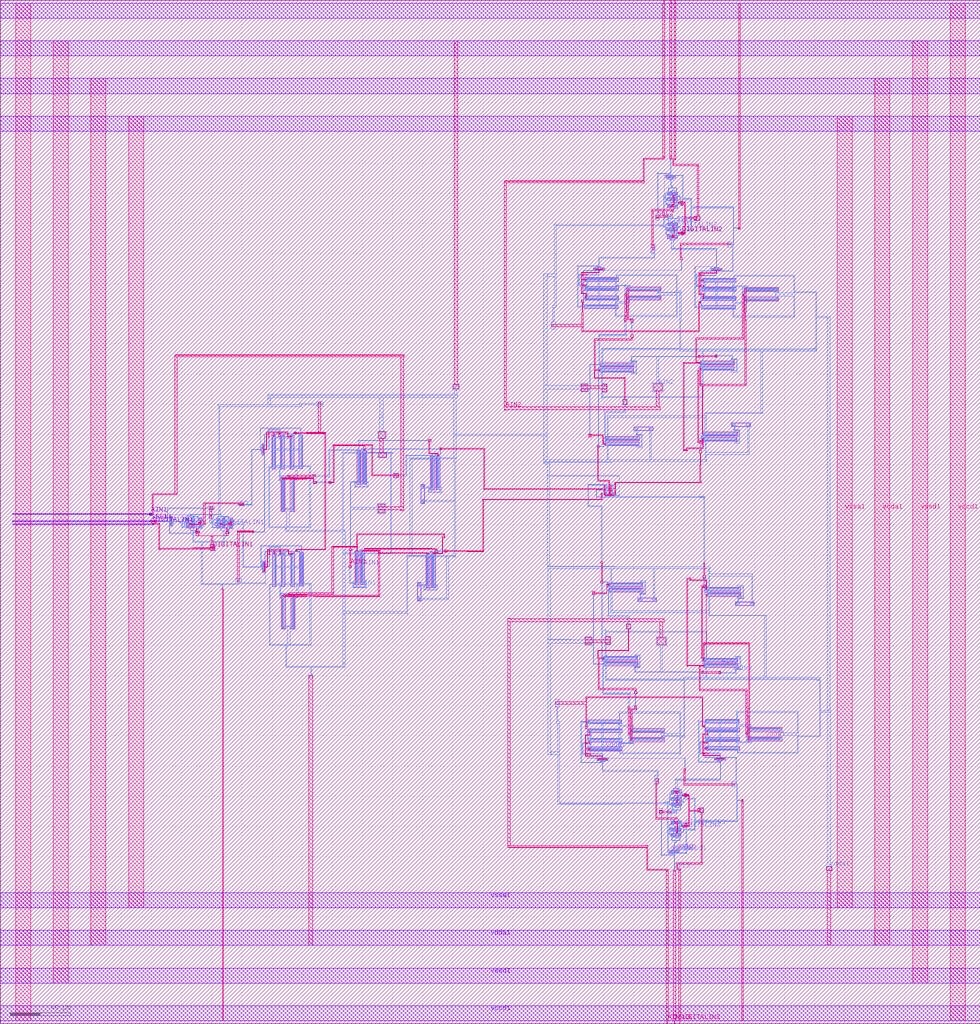
<source format=lef>
# Copyright 2020 The SkyWater PDK Authors
#
# Licensed under the Apache License, Version 2.0 (the "License");
# you may not use this file except in compliance with the License.
# You may obtain a copy of the License at
#
#     https://www.apache.org/licenses/LICENSE-2.0
#
# Unless required by applicable law or agreed to in writing, software
# distributed under the License is distributed on an "AS IS" BASIS,
# WITHOUT WARRANTIES OR CONDITIONS OF ANY KIND, either express or implied.
# See the License for the specific language governing permissions and
# limitations under the License.
#
# SPDX-License-Identifier: Apache-2.0

VERSION 5.7 ;

BUSBITCHARS "[]" ;
DIVIDERCHAR "/" ;

UNITS
  TIME NANOSECONDS 1 ;
  CAPACITANCE PICOFARADS 1 ;
  RESISTANCE OHMS 1 ;
  DATABASE MICRONS 1000 ;
END UNITS

MANUFACTURINGGRID 0.005 ;
USEMINSPACING OBS OFF ;

PROPERTYDEFINITIONS
  LAYER LEF58_TYPE STRING ;
END PROPERTYDEFINITIONS

# High density, single height
SITE unithd
  SYMMETRY Y ;
  CLASS CORE ;
  SIZE 0.46 BY 2.72 ;
END unithd

# High density, double height
SITE unithddbl
  SYMMETRY Y ;
  CLASS CORE ;
  SIZE 0.46 BY 5.44 ;
END unithddbl

LAYER nwell
  TYPE MASTERSLICE ;
  PROPERTY LEF58_TYPE "TYPE NWELL ;" ;
END nwell

LAYER pwell
  TYPE MASTERSLICE ;
  PROPERTY LEF58_TYPE "TYPE PWELL ;" ;
END pwell

LAYER li1
  TYPE ROUTING ;
  DIRECTION VERTICAL ;

  PITCH 0.46 0.34 ;
  OFFSET 0.23 0.17 ;

  WIDTH 0.17 ;          # LI 1
  # SPACING  0.17 ;     # LI 2
  SPACINGTABLE
     PARALLELRUNLENGTH 0
     WIDTH 0 0.17 ;
  AREA 0.0561 ;         # LI 6
  THICKNESS 0.1 ;
  EDGECAPACITANCE 40.697E-6 ;
  CAPACITANCE CPERSQDIST 36.9866E-6 ;
  RESISTANCE RPERSQ 17.0 ;

  ANTENNAMODEL OXIDE1 ;
  ANTENNADIFFSIDEAREARATIO PWL ( ( 0 75 ) ( 0.0125 75 ) ( 0.0225 85.125 ) ( 22.5 10200 ) ) ;
END li1

LAYER mcon
  TYPE CUT ;

  WIDTH 0.17 ;                # Mcon 1
  SPACING 0.19 ;              # Mcon 2
  ENCLOSURE BELOW 0 0 ;       # Mcon 4
  ENCLOSURE ABOVE 0.03 0.06 ; # Met1 4 / Met1 5
  RESISTANCE 23.0 ;

  ANTENNADIFFAREARATIO PWL ( ( 0 3 ) ( 0.0125 3 ) ( 0.0225 3.405 ) ( 22.5 408 ) ) ;
  DCCURRENTDENSITY AVERAGE 0.36 ; # mA per via Iavg_max at Tj = 90oC

END mcon

LAYER met1
  TYPE ROUTING ;
  DIRECTION HORIZONTAL ;

  PITCH 0.34 ;
  OFFSET 0.17 ;

  WIDTH 0.14 ;                     # Met1 1
  # SPACING 0.14 ;                 # Met1 2
  # SPACING 0.28 RANGE 3.001 100 ; # Met1 3b
  SPACINGTABLE
     PARALLELRUNLENGTH 0
     WIDTH 0 0.14
     WIDTH 3 0.28 ;
  AREA 0.083 ;                     # Met1 6
  THICKNESS 0.35 ;
  MINENCLOSEDAREA 0.14 ;

  ANTENNAMODEL OXIDE1 ;
  ANTENNADIFFSIDEAREARATIO PWL ( ( 0 400 ) ( 0.0125 400 ) ( 0.0225 2609 ) ( 22.5 11600 ) ) ;

  EDGECAPACITANCE 40.567E-6 ;
  CAPACITANCE CPERSQDIST 25.7784E-6 ;
  DCCURRENTDENSITY AVERAGE 2.8 ; # mA/um Iavg_max at Tj = 90oC
  ACCURRENTDENSITY RMS 6.1 ; # mA/um Irms_max at Tj = 90oC
  MAXIMUMDENSITY 70 ;
  DENSITYCHECKWINDOW 700 700 ;
  DENSITYCHECKSTEP 70 ;

  RESISTANCE RPERSQ 0.145 ;
END met1

LAYER via
  TYPE CUT ;
  WIDTH 0.15 ;                  # Via 1a
  SPACING 0.17 ;                # Via 2
  ENCLOSURE BELOW 0.055 0.085 ; # Via 4a / Via 5a
  ENCLOSURE ABOVE 0.055 0.085 ; # Met2 4 / Met2 5
  RESISTANCE 30.0 ;

  ANTENNADIFFAREARATIO PWL ( ( 0 6 ) ( 0.0125 6 ) ( 0.0225 6.81 ) ( 22.5 816 ) ) ;
  DCCURRENTDENSITY AVERAGE 0.29 ; # mA per via Iavg_max at Tj = 90oC
END via

LAYER met2
  TYPE ROUTING ;
  DIRECTION VERTICAL ;

  PITCH 0.46 ;
  OFFSET 0.23 ;

  WIDTH 0.14 ;                        # Met2 1
  # SPACING  0.14 ;                   # Met2 2
  # SPACING  0.28 RANGE 3.001 100 ;   # Met2 3b
  SPACINGTABLE
     PARALLELRUNLENGTH 0
     WIDTH 0 0.14
     WIDTH 3 0.28 ;
  AREA 0.0676 ;                       # Met2 6
  THICKNESS 0.35 ;
  MINENCLOSEDAREA 0.14 ;

  EDGECAPACITANCE 32.918E-6 ;
  CAPACITANCE CPERSQDIST 14.7703E-6 ;
  RESISTANCE RPERSQ 0.145 ;
  DCCURRENTDENSITY AVERAGE 2.8 ; # mA/um Iavg_max at Tj = 90oC
  ACCURRENTDENSITY RMS 6.1 ; # mA/um Irms_max at Tj = 90oC

  ANTENNAMODEL OXIDE1 ;
  ANTENNADIFFSIDEAREARATIO PWL ( ( 0 400 ) ( 0.0125 400 ) ( 0.0225 2609 ) ( 22.5 11600 ) ) ;

  MAXIMUMDENSITY 70 ;
  DENSITYCHECKWINDOW 700 700 ;
  DENSITYCHECKSTEP 70 ;
END met2

# ******** Layer via2, type routing, number 44 **************
LAYER via2
  TYPE CUT ;
  WIDTH 0.2 ;                   # Via2 1
  SPACING 0.2 ;                 # Via2 2
  ENCLOSURE BELOW 0.04 0.085 ;  # Via2 4
  ENCLOSURE ABOVE 0.065 0.065 ; # Met3 4
  RESISTANCE 8.0 ;
  ANTENNADIFFAREARATIO PWL ( ( 0 6 ) ( 0.0125 6 ) ( 0.0225 6.81 ) ( 22.5 816 ) ) ;
  DCCURRENTDENSITY AVERAGE 0.48 ; # mA per via Iavg_max at Tj = 90oC
END via2

LAYER met3
  TYPE ROUTING ;
  DIRECTION HORIZONTAL ;

  PITCH 0.68 ;
  OFFSET 0.34 ;

  WIDTH 0.3 ;              # Met3 1
  # SPACING 0.3 ;          # Met3 2
  SPACINGTABLE
     PARALLELRUNLENGTH 0
     WIDTH 0 0.3
     WIDTH 3 0.4 ;
  AREA 0.24 ;              # Met3 6
  THICKNESS 0.8 ;

  EDGECAPACITANCE 37.065E-6 ;
  CAPACITANCE CPERSQDIST 11.1883E-6 ;
  RESISTANCE RPERSQ 0.056 ;
  DCCURRENTDENSITY AVERAGE 6.8 ; # mA/um Iavg_max at Tj = 90oC
  ACCURRENTDENSITY RMS 14.9 ; # mA/um Irms_max at Tj = 90oC

  ANTENNAMODEL OXIDE1 ;
  ANTENNADIFFSIDEAREARATIO PWL ( ( 0 400 ) ( 0.0125 400 ) ( 0.0225 2609 ) ( 22.5 11600 ) ) ;

  MAXIMUMDENSITY 70 ;
  DENSITYCHECKWINDOW 700 700 ;
  DENSITYCHECKSTEP 70 ;
END met3

LAYER via3
  TYPE CUT ;
  WIDTH 0.2 ;                   # Via3 1
  SPACING 0.2 ;                 # Via3 2
  ENCLOSURE BELOW 0.06 0.09 ;   # Via3 4 / Via3 5
  ENCLOSURE ABOVE 0.065 0.065 ; # Met4 3
  RESISTANCE 8.0 ;
  ANTENNADIFFAREARATIO PWL ( ( 0 6 ) ( 0.0125 6 ) ( 0.0225 6.81 ) ( 22.5 816 ) ) ;
  DCCURRENTDENSITY AVERAGE 0.48 ; # mA per via Iavg_max at Tj = 90oC
END via3

LAYER met4
  TYPE ROUTING ;
  DIRECTION VERTICAL ;

  PITCH 0.92 ;
  OFFSET 0.46 ;

  WIDTH 0.3 ;             # Met4 1
  # SPACING  0.3 ;             # Met4 2
  SPACINGTABLE
     PARALLELRUNLENGTH 0
     WIDTH 0 0.3
     WIDTH 3 0.4 ;
  AREA 0.24 ;            # Met4 4a

  THICKNESS 0.8 ;

  EDGECAPACITANCE 34.169E-6 ;
  CAPACITANCE CPERSQDIST 7.84019E-6 ;
  RESISTANCE RPERSQ 0.056 ;
  DCCURRENTDENSITY AVERAGE 6.8 ; # mA/um Iavg_max at Tj = 90oC
  ACCURRENTDENSITY RMS 14.9 ; # mA/um Irms_max at Tj = 90oC

  ANTENNAMODEL OXIDE1 ;
  ANTENNADIFFSIDEAREARATIO PWL ( ( 0 400 ) ( 0.0125 400 ) ( 0.0225 2609 ) ( 22.5 11600 ) ) ;

  MAXIMUMDENSITY 70 ;
  DENSITYCHECKWINDOW 700 700 ;
  DENSITYCHECKSTEP 70 ;
END met4

LAYER via4
  TYPE CUT ;

  WIDTH 0.8 ;                 # Via4 1
  SPACING 0.8 ;               # Via4 2
  ENCLOSURE BELOW 0.19 0.19 ; # Via4 4
  ENCLOSURE ABOVE 0.31 0.31 ; # Met5 3
  RESISTANCE 0.891 ;
  ANTENNADIFFAREARATIO PWL ( ( 0 6 ) ( 0.0125 6 ) ( 0.0225 6.81 ) ( 22.5 816 ) ) ;
  DCCURRENTDENSITY AVERAGE 2.49 ; # mA per via Iavg_max at Tj = 90oC
END via4

LAYER met5
  TYPE ROUTING ;
  DIRECTION HORIZONTAL ;

  PITCH 3.4 ;
  OFFSET 1.7 ;

  WIDTH 1.6 ;            # Met5 1
  #SPACING  1.6 ;        # Met5 2
  SPACINGTABLE
     PARALLELRUNLENGTH 0
     WIDTH 0 1.6 ;
  AREA 4 ;               # Met5 4

  THICKNESS 1.2 ;

  EDGECAPACITANCE 36.828E-6 ;
  CAPACITANCE CPERSQDIST 5.99155E-6 ;
  RESISTANCE RPERSQ 0.0358 ;
  DCCURRENTDENSITY AVERAGE 10.17 ; # mA/um Iavg_max at Tj = 90oC
  ACCURRENTDENSITY RMS 22.34 ; # mA/um Irms_max at Tj = 90oC

  ANTENNAMODEL OXIDE1 ;
  ANTENNADIFFSIDEAREARATIO PWL ( ( 0 400 ) ( 0.0125 400 ) ( 0.0225 2609 ) ( 22.5 11600 ) ) ;
END met5


### Routing via cells section   ###
# Plus via rule, metals are along the prefered direction
VIA L1M1_PR DEFAULT
  LAYER mcon ;
  RECT -0.085 -0.085 0.085 0.085 ;
  LAYER li1 ;
  RECT -0.085 -0.085 0.085 0.085 ;
  LAYER met1 ;
  RECT -0.145 -0.115 0.145 0.115 ;
END L1M1_PR

VIARULE L1M1_PR GENERATE
  LAYER li1 ;
  ENCLOSURE 0 0 ;
  LAYER met1 ;
  ENCLOSURE 0.06 0.03 ;
  LAYER mcon ;
  RECT -0.085 -0.085 0.085 0.085 ;
  SPACING 0.36 BY 0.36 ;
END L1M1_PR

# Plus via rule, metals are along the non prefered direction
VIA L1M1_PR_R DEFAULT
  LAYER mcon ;
  RECT -0.085 -0.085 0.085 0.085 ;
  LAYER li1 ;
  RECT -0.085 -0.085 0.085 0.085 ;
  LAYER met1 ;
  RECT -0.115 -0.145 0.115 0.145 ;
END L1M1_PR_R

VIARULE L1M1_PR_R GENERATE
  LAYER li1 ;
  ENCLOSURE 0 0 ;
  LAYER met1 ;
  ENCLOSURE 0.03 0.06 ;
  LAYER mcon ;
  RECT -0.085 -0.085 0.085 0.085 ;
  SPACING 0.36 BY 0.36 ;
END L1M1_PR_R

# Minus via rule, lower layer metal is along prefered direction
VIA L1M1_PR_M DEFAULT
  LAYER mcon ;
  RECT -0.085 -0.085 0.085 0.085 ;
  LAYER li1 ;
  RECT -0.085 -0.085 0.085 0.085 ;
  LAYER met1 ;
  RECT -0.115 -0.145 0.115 0.145 ;
END L1M1_PR_M

VIARULE L1M1_PR_M GENERATE
  LAYER li1 ;
  ENCLOSURE 0 0 ;
  LAYER met1 ;
  ENCLOSURE 0.03 0.06 ;
  LAYER mcon ;
  RECT -0.085 -0.085 0.085 0.085 ;
  SPACING 0.36 BY 0.36 ;
END L1M1_PR_M

# Minus via rule, upper layer metal is along prefered direction
VIA L1M1_PR_MR DEFAULT
  LAYER mcon ;
  RECT -0.085 -0.085 0.085 0.085 ;
  LAYER li1 ;
  RECT -0.085 -0.085 0.085 0.085 ;
  LAYER met1 ;
  RECT -0.145 -0.115 0.145 0.115 ;
END L1M1_PR_MR

VIARULE L1M1_PR_MR GENERATE
  LAYER li1 ;
  ENCLOSURE 0 0 ;
  LAYER met1 ;
  ENCLOSURE 0.06 0.03 ;
  LAYER mcon ;
  RECT -0.085 -0.085 0.085 0.085 ;
  SPACING 0.36 BY 0.36 ;
END L1M1_PR_MR

# Centered via rule, we really do not want to use it
VIA L1M1_PR_C DEFAULT
  LAYER mcon ;
  RECT -0.085 -0.085 0.085 0.085 ;
  LAYER li1 ;
  RECT -0.085 -0.085 0.085 0.085 ;
  LAYER met1 ;
  RECT -0.145 -0.145 0.145 0.145 ;
END L1M1_PR_C

VIARULE L1M1_PR_C GENERATE
  LAYER li1 ;
  ENCLOSURE 0 0 ;
  LAYER met1 ;
  ENCLOSURE 0.06 0.06 ;
  LAYER mcon ;
  RECT -0.085 -0.085 0.085 0.085 ;
  SPACING 0.36 BY 0.36 ;
END L1M1_PR_C

# Plus via rule, metals are along the prefered direction
VIA M1M2_PR DEFAULT
  LAYER via ;
  RECT -0.075 -0.075 0.075 0.075 ;
  LAYER met1 ;
  RECT -0.16 -0.13 0.16 0.13 ;
  LAYER met2 ;
  RECT -0.13 -0.16 0.13 0.16 ;
END M1M2_PR

VIARULE M1M2_PR GENERATE
  LAYER met1 ;
  ENCLOSURE 0.085 0.055 ;
  LAYER met2 ;
  ENCLOSURE 0.055 0.085 ;
  LAYER via ;
  RECT -0.075 -0.075 0.075 0.075 ;
  SPACING 0.32 BY 0.32 ;
END M1M2_PR

# Plus via rule, metals are along the non prefered direction
VIA M1M2_PR_R DEFAULT
  LAYER via ;
  RECT -0.075 -0.075 0.075 0.075 ;
  LAYER met1 ;
  RECT -0.13 -0.16 0.13 0.16 ;
  LAYER met2 ;
  RECT -0.16 -0.13 0.16 0.13 ;
END M1M2_PR_R

VIARULE M1M2_PR_R GENERATE
  LAYER met1 ;
  ENCLOSURE 0.055 0.085 ;
  LAYER met2 ;
  ENCLOSURE 0.085 0.055 ;
  LAYER via ;
  RECT -0.075 -0.075 0.075 0.075 ;
  SPACING 0.32 BY 0.32 ;
END M1M2_PR_R

# Minus via rule, lower layer metal is along prefered direction
VIA M1M2_PR_M DEFAULT
  LAYER via ;
  RECT -0.075 -0.075 0.075 0.075 ;
  LAYER met1 ;
  RECT -0.16 -0.13 0.16 0.13 ;
  LAYER met2 ;
  RECT -0.16 -0.13 0.16 0.13 ;
END M1M2_PR_M

VIARULE M1M2_PR_M GENERATE
  LAYER met1 ;
  ENCLOSURE 0.085 0.055 ;
  LAYER met2 ;
  ENCLOSURE 0.085 0.055 ;
  LAYER via ;
  RECT -0.075 -0.075 0.075 0.075 ;
  SPACING 0.32 BY 0.32 ;
END M1M2_PR_M

# Minus via rule, upper layer metal is along prefered direction
VIA M1M2_PR_MR DEFAULT
  LAYER via ;
  RECT -0.075 -0.075 0.075 0.075 ;
  LAYER met1 ;
  RECT -0.13 -0.16 0.13 0.16 ;
  LAYER met2 ;
  RECT -0.13 -0.16 0.13 0.16 ;
END M1M2_PR_MR

VIARULE M1M2_PR_MR GENERATE
  LAYER met1 ;
  ENCLOSURE 0.055 0.085 ;
  LAYER met2 ;
  ENCLOSURE 0.055 0.085 ;
  LAYER via ;
  RECT -0.075 -0.075 0.075 0.075 ;
  SPACING 0.32 BY 0.32 ;
END M1M2_PR_MR

# Centered via rule, we really do not want to use it
VIA M1M2_PR_C DEFAULT
  LAYER via ;
  RECT -0.075 -0.075 0.075 0.075 ;
  LAYER met1 ;
  RECT -0.16 -0.16 0.16 0.16 ;
  LAYER met2 ;
  RECT -0.16 -0.16 0.16 0.16 ;
END M1M2_PR_C

VIARULE M1M2_PR_C GENERATE
  LAYER met1 ;
  ENCLOSURE 0.085 0.085 ;
  LAYER met2 ;
  ENCLOSURE 0.085 0.085 ;
  LAYER via ;
  RECT -0.075 -0.075 0.075 0.075 ;
  SPACING 0.32 BY 0.32 ;
END M1M2_PR_C

# Plus via rule, metals are along the prefered direction
VIA M2M3_PR DEFAULT
  LAYER via2 ;
  RECT -0.1 -0.1 0.1 0.1 ;
  LAYER met2 ;
  RECT -0.14 -0.185 0.14 0.185 ;
  LAYER met3 ;
  RECT -0.165 -0.165 0.165 0.165 ;
END M2M3_PR

VIARULE M2M3_PR GENERATE
  LAYER met2 ;
  ENCLOSURE 0.04 0.085 ;
  LAYER met3 ;
  ENCLOSURE 0.065 0.065 ;
  LAYER via2 ;
  RECT -0.1 -0.1 0.1 0.1 ;
  SPACING 0.4 BY 0.4 ;
END M2M3_PR

# Plus via rule, metals are along the non prefered direction
VIA M2M3_PR_R DEFAULT
  LAYER via2 ;
  RECT -0.1 -0.1 0.1 0.1 ;
  LAYER met2 ;
  RECT -0.185 -0.14 0.185 0.14 ;
  LAYER met3 ;
  RECT -0.165 -0.165 0.165 0.165 ;
END M2M3_PR_R

VIARULE M2M3_PR_R GENERATE
  LAYER met2 ;
  ENCLOSURE 0.085 0.04 ;
  LAYER met3 ;
  ENCLOSURE 0.065 0.065 ;
  LAYER via2 ;
  RECT -0.1 -0.1 0.1 0.1 ;
  SPACING 0.4 BY 0.4 ;
END M2M3_PR_R

# Minus via rule, lower layer metal is along prefered direction
VIA M2M3_PR_M DEFAULT
  LAYER via2 ;
  RECT -0.1 -0.1 0.1 0.1 ;
  LAYER met2 ;
  RECT -0.14 -0.185 0.14 0.185 ;
  LAYER met3 ;
  RECT -0.165 -0.165 0.165 0.165 ;
END M2M3_PR_M

VIARULE M2M3_PR_M GENERATE
  LAYER met2 ;
  ENCLOSURE 0.04 0.085 ;
  LAYER met3 ;
  ENCLOSURE 0.065 0.065 ;
  LAYER via2 ;
  RECT -0.1 -0.1 0.1 0.1 ;
  SPACING 0.4 BY 0.4 ;
END M2M3_PR_M

# Minus via rule, upper layer metal is along prefered direction
VIA M2M3_PR_MR DEFAULT
  LAYER via2 ;
  RECT -0.1 -0.1 0.1 0.1 ;
  LAYER met2 ;
  RECT -0.185 -0.14 0.185 0.14 ;
  LAYER met3 ;
  RECT -0.165 -0.165 0.165 0.165 ;
END M2M3_PR_MR

VIARULE M2M3_PR_MR GENERATE
  LAYER met2 ;
  ENCLOSURE 0.085 0.04 ;
  LAYER met3 ;
  ENCLOSURE 0.065 0.065 ;
  LAYER via2 ;
  RECT -0.1 -0.1 0.1 0.1 ;
  SPACING 0.4 BY 0.4 ;
END M2M3_PR_MR

# Centered via rule, we really do not want to use it
VIA M2M3_PR_C DEFAULT
  LAYER via2 ;
  RECT -0.1 -0.1 0.1 0.1 ;
  LAYER met2 ;
  RECT -0.185 -0.185 0.185 0.185 ;
  LAYER met3 ;
  RECT -0.165 -0.165 0.165 0.165 ;
END M2M3_PR_C

VIARULE M2M3_PR_C GENERATE
  LAYER met2 ;
  ENCLOSURE 0.085 0.085 ;
  LAYER met3 ;
  ENCLOSURE 0.065 0.065 ;
  LAYER via2 ;
  RECT -0.1 -0.1 0.1 0.1 ;
  SPACING 0.4 BY 0.4 ;
END M2M3_PR_C

# Plus via rule, metals are along the prefered direction
VIA M3M4_PR DEFAULT
  LAYER via3 ;
  RECT -0.1 -0.1 0.1 0.1 ;
  LAYER met3 ;
  RECT -0.19 -0.16 0.19 0.16 ;
  LAYER met4 ;
  RECT -0.165 -0.165 0.165 0.165 ;
END M3M4_PR

VIARULE M3M4_PR GENERATE
  LAYER met3 ;
  ENCLOSURE 0.09 0.06 ;
  LAYER met4 ;
  ENCLOSURE 0.065 0.065 ;
  LAYER via3 ;
  RECT -0.1 -0.1 0.1 0.1 ;
  SPACING 0.4 BY 0.4 ;
END M3M4_PR

# Plus via rule, metals are along the non prefered direction
VIA M3M4_PR_R DEFAULT
  LAYER via3 ;
  RECT -0.1 -0.1 0.1 0.1 ;
  LAYER met3 ;
  RECT -0.16 -0.19 0.16 0.19 ;
  LAYER met4 ;
  RECT -0.165 -0.165 0.165 0.165 ;
END M3M4_PR_R

VIARULE M3M4_PR_R GENERATE
  LAYER met3 ;
  ENCLOSURE 0.06 0.09 ;
  LAYER met4 ;
  ENCLOSURE 0.065 0.065 ;
  LAYER via3 ;
  RECT -0.1 -0.1 0.1 0.1 ;
  SPACING 0.4 BY 0.4 ;
END M3M4_PR_R

# Minus via rule, lower layer metal is along prefered direction
VIA M3M4_PR_M DEFAULT
  LAYER via3 ;
  RECT -0.1 -0.1 0.1 0.1 ;
  LAYER met3 ;
  RECT -0.19 -0.16 0.19 0.16 ;
  LAYER met4 ;
  RECT -0.165 -0.165 0.165 0.165 ;
END M3M4_PR_M

VIARULE M3M4_PR_M GENERATE
  LAYER met3 ;
  ENCLOSURE 0.09 0.06 ;
  LAYER met4 ;
  ENCLOSURE 0.065 0.065 ;
  LAYER via3 ;
  RECT -0.1 -0.1 0.1 0.1 ;
  SPACING 0.4 BY 0.4 ;
END M3M4_PR_M

# Minus via rule, upper layer metal is along prefered direction
VIA M3M4_PR_MR DEFAULT
  LAYER via3 ;
  RECT -0.1 -0.1 0.1 0.1 ;
  LAYER met3 ;
  RECT -0.16 -0.19 0.16 0.19 ;
  LAYER met4 ;
  RECT -0.165 -0.165 0.165 0.165 ;
END M3M4_PR_MR

VIARULE M3M4_PR_MR GENERATE
  LAYER met3 ;
  ENCLOSURE 0.06 0.09 ;
  LAYER met4 ;
  ENCLOSURE 0.065 0.065 ;
  LAYER via3 ;
  RECT -0.1 -0.1 0.1 0.1 ;
  SPACING 0.4 BY 0.4 ;
END M3M4_PR_MR

# Centered via rule, we really do not want to use it
VIA M3M4_PR_C DEFAULT
  LAYER via3 ;
  RECT -0.1 -0.1 0.1 0.1 ;
  LAYER met3 ;
  RECT -0.19 -0.19 0.19 0.19 ;
  LAYER met4 ;
  RECT -0.165 -0.165 0.165 0.165 ;
END M3M4_PR_C

VIARULE M3M4_PR_C GENERATE
  LAYER met3 ;
  ENCLOSURE 0.09 0.09 ;
  LAYER met4 ;
  ENCLOSURE 0.065 0.065 ;
  LAYER via3 ;
  RECT -0.1 -0.1 0.1 0.1 ;
  SPACING 0.4 BY 0.4 ;
END M3M4_PR_C

# Plus via rule, metals are along the prefered direction
VIA M4M5_PR DEFAULT
  LAYER via4 ;
  RECT -0.4 -0.4 0.4 0.4 ;
  LAYER met4 ;
  RECT -0.59 -0.59 0.59 0.59 ;
  LAYER met5 ;
  RECT -0.71 -0.71 0.71 0.71 ;
END M4M5_PR

VIARULE M4M5_PR GENERATE
  LAYER met4 ;
  ENCLOSURE 0.19 0.19 ;
  LAYER met5 ;
  ENCLOSURE 0.31 0.31 ;
  LAYER via4 ;
  RECT -0.4 -0.4 0.4 0.4 ;
  SPACING 1.6 BY 1.6 ;
END M4M5_PR

# Plus via rule, metals are along the non prefered direction
VIA M4M5_PR_R DEFAULT
  LAYER via4 ;
  RECT -0.4 -0.4 0.4 0.4 ;
  LAYER met4 ;
  RECT -0.59 -0.59 0.59 0.59 ;
  LAYER met5 ;
  RECT -0.71 -0.71 0.71 0.71 ;
END M4M5_PR_R

VIARULE M4M5_PR_R GENERATE
  LAYER met4 ;
  ENCLOSURE 0.19 0.19 ;
  LAYER met5 ;
  ENCLOSURE 0.31 0.31 ;
  LAYER via4 ;
  RECT -0.4 -0.4 0.4 0.4 ;
  SPACING 1.6 BY 1.6 ;
END M4M5_PR_R

# Minus via rule, lower layer metal is along prefered direction
VIA M4M5_PR_M DEFAULT
  LAYER via4 ;
  RECT -0.4 -0.4 0.4 0.4 ;
  LAYER met4 ;
  RECT -0.59 -0.59 0.59 0.59 ;
  LAYER met5 ;
  RECT -0.71 -0.71 0.71 0.71 ;
END M4M5_PR_M

VIARULE M4M5_PR_M GENERATE
  LAYER met4 ;
  ENCLOSURE 0.19 0.19 ;
  LAYER met5 ;
  ENCLOSURE 0.31 0.31 ;
  LAYER via4 ;
  RECT -0.4 -0.4 0.4 0.4 ;
  SPACING 1.6 BY 1.6 ;
END M4M5_PR_M

# Minus via rule, upper layer metal is along prefered direction
VIA M4M5_PR_MR DEFAULT
  LAYER via4 ;
  RECT -0.4 -0.4 0.4 0.4 ;
  LAYER met4 ;
  RECT -0.59 -0.59 0.59 0.59 ;
  LAYER met5 ;
  RECT -0.71 -0.71 0.71 0.71 ;
END M4M5_PR_MR

VIARULE M4M5_PR_MR GENERATE
  LAYER met4 ;
  ENCLOSURE 0.19 0.19 ;
  LAYER met5 ;
  ENCLOSURE 0.31 0.31 ;
  LAYER via4 ;
  RECT -0.4 -0.4 0.4 0.4 ;
  SPACING 1.6 BY 1.6 ;
END M4M5_PR_MR

# Centered via rule, we really do not want to use it
VIA M4M5_PR_C DEFAULT
  LAYER via4 ;
  RECT -0.4 -0.4 0.4 0.4 ;
  LAYER met4 ;
  RECT -0.59 -0.59 0.59 0.59 ;
  LAYER met5 ;
  RECT -0.71 -0.71 0.71 0.71 ;
END M4M5_PR_C

VIARULE M4M5_PR_C GENERATE
  LAYER met4 ;
  ENCLOSURE 0.19 0.19 ;
  LAYER met5 ;
  ENCLOSURE 0.31 0.31 ;
  LAYER via4 ;
  RECT -0.4 -0.4 0.4 0.4 ;
  SPACING 1.6 BY 1.6 ;
END M4M5_PR_C
###  end of single via cells   ###


MACRO sky130_fd_sc_hd__a2bb2o_1
  CLASS CORE ;
  FOREIGN sky130_fd_sc_hd__a2bb2o_1 ;
  ORIGIN 0.000 0.000 ;
  SIZE 3.680 BY 2.720 ;
  SYMMETRY X Y R90 ;
  SITE unithd ;
  PIN A1_N
    DIRECTION INPUT ;
    USE SIGNAL ;
    ANTENNAGATEAREA 0.126000 ;
    PORT
      LAYER li1 ;
        RECT 0.910 0.995 1.240 1.615 ;
    END
  END A1_N
  PIN A2_N
    DIRECTION INPUT ;
    USE SIGNAL ;
    ANTENNAGATEAREA 0.126000 ;
    PORT
      LAYER li1 ;
        RECT 1.410 0.995 1.700 1.375 ;
    END
  END A2_N
  PIN B1
    DIRECTION INPUT ;
    USE SIGNAL ;
    ANTENNAGATEAREA 0.126000 ;
    PORT
      LAYER li1 ;
        RECT 3.280 0.765 3.540 1.655 ;
    END
  END B1
  PIN B2
    DIRECTION INPUT ;
    USE SIGNAL ;
    ANTENNAGATEAREA 0.126000 ;
    PORT
      LAYER li1 ;
        RECT 2.600 1.355 3.080 1.655 ;
        RECT 2.820 0.765 3.080 1.355 ;
    END
  END B2
  PIN VGND
    DIRECTION INOUT ;
    USE GROUND ;
    SHAPE ABUTMENT ;
    PORT
      LAYER met1 ;
        RECT 0.000 -0.240 3.680 0.240 ;
    END
  END VGND
  PIN VNB
    DIRECTION INOUT ;
    USE GROUND ;
    PORT
      LAYER pwell ;
        RECT 0.005 0.785 0.925 1.015 ;
        RECT 0.005 0.105 3.590 0.785 ;
        RECT 0.150 -0.085 0.320 0.105 ;
    END
  END VNB
  PIN VPB
    DIRECTION INOUT ;
    USE POWER ;
    PORT
      LAYER nwell ;
        RECT -0.190 1.305 3.870 2.910 ;
    END
  END VPB
  PIN VPWR
    DIRECTION INOUT ;
    USE POWER ;
    SHAPE ABUTMENT ;
    PORT
      LAYER met1 ;
        RECT 0.000 2.480 3.680 2.960 ;
    END
  END VPWR
  PIN X
    DIRECTION OUTPUT ;
    USE SIGNAL ;
    ANTENNADIFFAREA 0.429000 ;
    PORT
      LAYER li1 ;
        RECT 0.085 1.525 0.345 2.465 ;
        RECT 0.085 0.810 0.260 1.525 ;
        RECT 0.085 0.255 0.345 0.810 ;
    END
  END X
  OBS
      LAYER li1 ;
        RECT 0.000 2.635 3.680 2.805 ;
        RECT 0.515 2.235 0.845 2.635 ;
        RECT 1.990 2.370 2.245 2.465 ;
        RECT 1.105 2.200 2.245 2.370 ;
        RECT 2.415 2.255 2.745 2.425 ;
        RECT 1.105 1.975 1.275 2.200 ;
        RECT 0.515 1.805 1.275 1.975 ;
        RECT 1.990 2.065 2.245 2.200 ;
        RECT 0.515 1.325 0.685 1.805 ;
        RECT 1.540 1.715 1.710 1.905 ;
        RECT 1.990 1.895 2.400 2.065 ;
        RECT 1.540 1.545 2.060 1.715 ;
        RECT 0.430 0.995 0.685 1.325 ;
        RECT 1.890 0.825 2.060 1.545 ;
        RECT 1.180 0.655 2.060 0.825 ;
        RECT 2.230 0.870 2.400 1.895 ;
        RECT 2.575 2.005 2.745 2.255 ;
        RECT 2.915 2.175 3.165 2.635 ;
        RECT 3.335 2.005 3.515 2.465 ;
        RECT 2.575 1.835 3.515 2.005 ;
        RECT 2.230 0.700 2.580 0.870 ;
        RECT 0.515 0.085 0.945 0.530 ;
        RECT 1.180 0.255 1.350 0.655 ;
        RECT 1.520 0.085 2.240 0.485 ;
        RECT 2.410 0.255 2.580 0.700 ;
        RECT 3.155 0.085 3.555 0.595 ;
        RECT 0.000 -0.085 3.680 0.085 ;
      LAYER mcon ;
        RECT 0.145 2.635 0.315 2.805 ;
        RECT 0.605 2.635 0.775 2.805 ;
        RECT 1.065 2.635 1.235 2.805 ;
        RECT 1.525 2.635 1.695 2.805 ;
        RECT 1.985 2.635 2.155 2.805 ;
        RECT 2.445 2.635 2.615 2.805 ;
        RECT 2.905 2.635 3.075 2.805 ;
        RECT 3.365 2.635 3.535 2.805 ;
        RECT 0.145 -0.085 0.315 0.085 ;
        RECT 0.605 -0.085 0.775 0.085 ;
        RECT 1.065 -0.085 1.235 0.085 ;
        RECT 1.525 -0.085 1.695 0.085 ;
        RECT 1.985 -0.085 2.155 0.085 ;
        RECT 2.445 -0.085 2.615 0.085 ;
        RECT 2.905 -0.085 3.075 0.085 ;
        RECT 3.365 -0.085 3.535 0.085 ;
  END
END sky130_fd_sc_hd__a2bb2o_1
MACRO sky130_fd_sc_hd__a2bb2o_2
  CLASS CORE ;
  FOREIGN sky130_fd_sc_hd__a2bb2o_2 ;
  ORIGIN 0.000 0.000 ;
  SIZE 4.140 BY 2.720 ;
  SYMMETRY X Y R90 ;
  SITE unithd ;
  PIN A1_N
    DIRECTION INPUT ;
    USE SIGNAL ;
    ANTENNAGATEAREA 0.159000 ;
    PORT
      LAYER li1 ;
        RECT 1.345 0.995 1.675 1.615 ;
    END
  END A1_N
  PIN A2_N
    DIRECTION INPUT ;
    USE SIGNAL ;
    ANTENNAGATEAREA 0.159000 ;
    PORT
      LAYER li1 ;
        RECT 1.845 0.995 2.135 1.375 ;
    END
  END A2_N
  PIN B1
    DIRECTION INPUT ;
    USE SIGNAL ;
    ANTENNAGATEAREA 0.159000 ;
    PORT
      LAYER li1 ;
        RECT 3.730 0.765 3.990 1.655 ;
    END
  END B1
  PIN B2
    DIRECTION INPUT ;
    USE SIGNAL ;
    ANTENNAGATEAREA 0.159000 ;
    PORT
      LAYER li1 ;
        RECT 3.050 1.355 3.530 1.655 ;
        RECT 3.270 0.765 3.530 1.355 ;
    END
  END B2
  PIN VGND
    DIRECTION INOUT ;
    USE GROUND ;
    SHAPE ABUTMENT ;
    PORT
      LAYER met1 ;
        RECT 0.000 -0.240 4.140 0.240 ;
    END
  END VGND
  PIN VNB
    DIRECTION INOUT ;
    USE GROUND ;
    PORT
      LAYER pwell ;
        RECT 0.015 0.785 1.360 1.015 ;
        RECT 0.015 0.105 4.040 0.785 ;
        RECT 0.125 -0.085 0.295 0.105 ;
    END
  END VNB
  PIN VPB
    DIRECTION INOUT ;
    USE POWER ;
    PORT
      LAYER nwell ;
        RECT -0.190 1.305 4.330 2.910 ;
    END
  END VPB
  PIN VPWR
    DIRECTION INOUT ;
    USE POWER ;
    SHAPE ABUTMENT ;
    PORT
      LAYER met1 ;
        RECT 0.000 2.480 4.140 2.960 ;
    END
  END VPWR
  PIN X
    DIRECTION OUTPUT ;
    USE SIGNAL ;
    ANTENNADIFFAREA 0.445500 ;
    PORT
      LAYER li1 ;
        RECT 0.525 1.525 0.780 2.465 ;
        RECT 0.525 0.810 0.695 1.525 ;
        RECT 0.525 0.255 0.780 0.810 ;
    END
  END X
  OBS
      LAYER li1 ;
        RECT 0.000 2.635 4.140 2.805 ;
        RECT 0.185 1.445 0.355 2.635 ;
        RECT 0.950 2.235 1.280 2.635 ;
        RECT 2.500 2.370 2.670 2.465 ;
        RECT 1.540 2.200 2.670 2.370 ;
        RECT 2.875 2.255 3.205 2.425 ;
        RECT 1.540 1.975 1.710 2.200 ;
        RECT 0.950 1.805 1.710 1.975 ;
        RECT 2.440 2.065 2.670 2.200 ;
        RECT 0.950 1.325 1.120 1.805 ;
        RECT 1.975 1.715 2.145 1.905 ;
        RECT 2.440 1.895 2.850 2.065 ;
        RECT 1.975 1.545 2.510 1.715 ;
        RECT 0.865 0.995 1.120 1.325 ;
        RECT 0.185 0.085 0.355 0.930 ;
        RECT 2.340 0.825 2.510 1.545 ;
        RECT 1.615 0.655 2.510 0.825 ;
        RECT 2.680 0.870 2.850 1.895 ;
        RECT 3.035 2.005 3.205 2.255 ;
        RECT 3.375 2.175 3.625 2.635 ;
        RECT 3.795 2.005 3.965 2.465 ;
        RECT 3.035 1.835 3.965 2.005 ;
        RECT 2.680 0.700 3.030 0.870 ;
        RECT 0.950 0.085 1.380 0.530 ;
        RECT 1.615 0.255 1.785 0.655 ;
        RECT 1.955 0.085 2.690 0.485 ;
        RECT 2.860 0.255 3.030 0.700 ;
        RECT 3.605 0.085 4.005 0.595 ;
        RECT 0.000 -0.085 4.140 0.085 ;
      LAYER mcon ;
        RECT 0.145 2.635 0.315 2.805 ;
        RECT 0.605 2.635 0.775 2.805 ;
        RECT 1.065 2.635 1.235 2.805 ;
        RECT 1.525 2.635 1.695 2.805 ;
        RECT 1.985 2.635 2.155 2.805 ;
        RECT 2.445 2.635 2.615 2.805 ;
        RECT 2.905 2.635 3.075 2.805 ;
        RECT 3.365 2.635 3.535 2.805 ;
        RECT 3.825 2.635 3.995 2.805 ;
        RECT 0.145 -0.085 0.315 0.085 ;
        RECT 0.605 -0.085 0.775 0.085 ;
        RECT 1.065 -0.085 1.235 0.085 ;
        RECT 1.525 -0.085 1.695 0.085 ;
        RECT 1.985 -0.085 2.155 0.085 ;
        RECT 2.445 -0.085 2.615 0.085 ;
        RECT 2.905 -0.085 3.075 0.085 ;
        RECT 3.365 -0.085 3.535 0.085 ;
        RECT 3.825 -0.085 3.995 0.085 ;
  END
END sky130_fd_sc_hd__a2bb2o_2
MACRO sky130_fd_sc_hd__a2bb2o_4
  CLASS CORE ;
  FOREIGN sky130_fd_sc_hd__a2bb2o_4 ;
  ORIGIN 0.000 0.000 ;
  SIZE 7.360 BY 2.720 ;
  SYMMETRY X Y R90 ;
  SITE unithd ;
  PIN A1_N
    DIRECTION INPUT ;
    USE SIGNAL ;
    ANTENNAGATEAREA 0.495000 ;
    PORT
      LAYER li1 ;
        RECT 3.475 1.445 4.965 1.615 ;
        RECT 3.475 1.325 3.645 1.445 ;
        RECT 3.315 1.075 3.645 1.325 ;
        RECT 4.605 1.075 4.965 1.445 ;
    END
  END A1_N
  PIN A2_N
    DIRECTION INPUT ;
    USE SIGNAL ;
    ANTENNAGATEAREA 0.495000 ;
    PORT
      LAYER li1 ;
        RECT 3.815 1.075 4.435 1.275 ;
    END
  END A2_N
  PIN B1
    DIRECTION INPUT ;
    USE SIGNAL ;
    ANTENNAGATEAREA 0.495000 ;
    PORT
      LAYER li1 ;
        RECT 0.085 1.445 1.685 1.615 ;
        RECT 0.085 1.075 0.575 1.445 ;
        RECT 1.515 1.245 1.685 1.445 ;
        RECT 1.515 1.075 1.895 1.245 ;
    END
  END B1
  PIN B2
    DIRECTION INPUT ;
    USE SIGNAL ;
    ANTENNAGATEAREA 0.495000 ;
    PORT
      LAYER li1 ;
        RECT 0.805 1.075 1.345 1.275 ;
    END
  END B2
  PIN VGND
    DIRECTION INOUT ;
    USE GROUND ;
    SHAPE ABUTMENT ;
    PORT
      LAYER met1 ;
        RECT 0.000 -0.240 7.360 0.240 ;
    END
  END VGND
  PIN VNB
    DIRECTION INOUT ;
    USE GROUND ;
    PORT
      LAYER pwell ;
        RECT 0.005 0.105 6.915 1.015 ;
        RECT 0.150 -0.085 0.320 0.105 ;
    END
  END VNB
  PIN VPB
    DIRECTION INOUT ;
    USE POWER ;
    PORT
      LAYER nwell ;
        RECT -0.190 1.305 7.550 2.910 ;
    END
  END VPB
  PIN VPWR
    DIRECTION INOUT ;
    USE POWER ;
    SHAPE ABUTMENT ;
    PORT
      LAYER met1 ;
        RECT 0.000 2.480 7.360 2.960 ;
    END
  END VPWR
  PIN X
    DIRECTION OUTPUT ;
    USE SIGNAL ;
    ANTENNADIFFAREA 0.891000 ;
    PORT
      LAYER li1 ;
        RECT 5.275 1.955 5.525 2.465 ;
        RECT 6.115 1.955 6.365 2.465 ;
        RECT 5.275 1.785 6.365 1.955 ;
        RECT 6.115 1.655 6.365 1.785 ;
        RECT 6.115 1.415 6.920 1.655 ;
        RECT 6.610 0.905 6.920 1.415 ;
        RECT 5.235 0.725 6.920 0.905 ;
        RECT 5.235 0.275 5.565 0.725 ;
        RECT 6.075 0.275 6.405 0.725 ;
    END
  END X
  OBS
      LAYER li1 ;
        RECT 0.000 2.635 7.360 2.805 ;
        RECT 0.135 1.955 0.385 2.465 ;
        RECT 0.555 2.125 0.805 2.635 ;
        RECT 0.975 1.955 1.225 2.465 ;
        RECT 1.395 2.125 1.645 2.635 ;
        RECT 1.815 2.295 2.905 2.465 ;
        RECT 1.815 1.955 2.065 2.295 ;
        RECT 2.655 2.135 2.905 2.295 ;
        RECT 3.175 2.135 3.425 2.635 ;
        RECT 3.595 2.295 4.685 2.465 ;
        RECT 3.595 2.135 3.845 2.295 ;
        RECT 0.135 1.785 2.065 1.955 ;
        RECT 1.855 1.455 2.065 1.785 ;
        RECT 2.235 1.965 2.485 2.125 ;
        RECT 4.015 1.965 4.265 2.125 ;
        RECT 2.235 1.415 2.620 1.965 ;
        RECT 3.135 1.785 4.265 1.965 ;
        RECT 4.435 1.785 4.685 2.295 ;
        RECT 4.855 1.795 5.105 2.635 ;
        RECT 5.695 2.165 5.945 2.635 ;
        RECT 6.535 1.825 6.785 2.635 ;
        RECT 3.135 1.665 3.305 1.785 ;
        RECT 2.955 1.495 3.305 1.665 ;
        RECT 2.235 0.905 2.445 1.415 ;
        RECT 2.955 1.245 3.145 1.495 ;
        RECT 2.615 1.075 3.145 1.245 ;
        RECT 5.135 1.245 5.460 1.615 ;
        RECT 5.135 1.075 6.440 1.245 ;
        RECT 2.955 0.905 3.145 1.075 ;
        RECT 0.175 0.085 0.345 0.895 ;
        RECT 0.515 0.475 0.765 0.905 ;
        RECT 0.935 0.735 2.525 0.905 ;
        RECT 0.935 0.645 1.270 0.735 ;
        RECT 0.515 0.255 1.685 0.475 ;
        RECT 1.855 0.085 2.025 0.555 ;
        RECT 2.195 0.255 2.525 0.735 ;
        RECT 2.955 0.725 4.725 0.905 ;
        RECT 2.695 0.085 3.385 0.555 ;
        RECT 3.555 0.255 3.885 0.725 ;
        RECT 4.055 0.085 4.225 0.555 ;
        RECT 4.395 0.255 4.725 0.725 ;
        RECT 4.895 0.085 5.065 0.895 ;
        RECT 5.735 0.085 5.905 0.555 ;
        RECT 6.575 0.085 6.745 0.555 ;
        RECT 0.000 -0.085 7.360 0.085 ;
      LAYER mcon ;
        RECT 0.145 2.635 0.315 2.805 ;
        RECT 0.605 2.635 0.775 2.805 ;
        RECT 1.065 2.635 1.235 2.805 ;
        RECT 1.525 2.635 1.695 2.805 ;
        RECT 1.985 2.635 2.155 2.805 ;
        RECT 2.445 2.635 2.615 2.805 ;
        RECT 2.905 2.635 3.075 2.805 ;
        RECT 3.365 2.635 3.535 2.805 ;
        RECT 3.825 2.635 3.995 2.805 ;
        RECT 4.285 2.635 4.455 2.805 ;
        RECT 4.745 2.635 4.915 2.805 ;
        RECT 5.205 2.635 5.375 2.805 ;
        RECT 5.665 2.635 5.835 2.805 ;
        RECT 6.125 2.635 6.295 2.805 ;
        RECT 6.585 2.635 6.755 2.805 ;
        RECT 7.045 2.635 7.215 2.805 ;
        RECT 2.450 1.445 2.620 1.615 ;
        RECT 5.230 1.445 5.400 1.615 ;
        RECT 0.145 -0.085 0.315 0.085 ;
        RECT 0.605 -0.085 0.775 0.085 ;
        RECT 1.065 -0.085 1.235 0.085 ;
        RECT 1.525 -0.085 1.695 0.085 ;
        RECT 1.985 -0.085 2.155 0.085 ;
        RECT 2.445 -0.085 2.615 0.085 ;
        RECT 2.905 -0.085 3.075 0.085 ;
        RECT 3.365 -0.085 3.535 0.085 ;
        RECT 3.825 -0.085 3.995 0.085 ;
        RECT 4.285 -0.085 4.455 0.085 ;
        RECT 4.745 -0.085 4.915 0.085 ;
        RECT 5.205 -0.085 5.375 0.085 ;
        RECT 5.665 -0.085 5.835 0.085 ;
        RECT 6.125 -0.085 6.295 0.085 ;
        RECT 6.585 -0.085 6.755 0.085 ;
        RECT 7.045 -0.085 7.215 0.085 ;
      LAYER met1 ;
        RECT 2.390 1.600 2.680 1.645 ;
        RECT 5.170 1.600 5.460 1.645 ;
        RECT 2.390 1.460 5.460 1.600 ;
        RECT 2.390 1.415 2.680 1.460 ;
        RECT 5.170 1.415 5.460 1.460 ;
  END
END sky130_fd_sc_hd__a2bb2o_4
MACRO sky130_fd_sc_hd__a2bb2oi_1
  CLASS CORE ;
  FOREIGN sky130_fd_sc_hd__a2bb2oi_1 ;
  ORIGIN 0.000 0.000 ;
  SIZE 3.220 BY 2.720 ;
  SYMMETRY X Y R90 ;
  SITE unithd ;
  PIN A1_N
    DIRECTION INPUT ;
    USE SIGNAL ;
    ANTENNAGATEAREA 0.247500 ;
    PORT
      LAYER li1 ;
        RECT 0.150 0.995 0.520 1.615 ;
    END
  END A1_N
  PIN A2_N
    DIRECTION INPUT ;
    USE SIGNAL ;
    ANTENNAGATEAREA 0.247500 ;
    PORT
      LAYER li1 ;
        RECT 0.725 1.010 1.240 1.275 ;
    END
  END A2_N
  PIN B1
    DIRECTION INPUT ;
    USE SIGNAL ;
    ANTENNAGATEAREA 0.247500 ;
    PORT
      LAYER li1 ;
        RECT 2.780 0.995 3.070 1.615 ;
    END
  END B1
  PIN B2
    DIRECTION INPUT ;
    USE SIGNAL ;
    ANTENNAGATEAREA 0.247500 ;
    PORT
      LAYER li1 ;
        RECT 2.245 0.995 2.610 1.615 ;
        RECT 2.440 0.425 2.610 0.995 ;
    END
  END B2
  PIN VGND
    DIRECTION INOUT ;
    USE GROUND ;
    SHAPE ABUTMENT ;
    PORT
      LAYER met1 ;
        RECT 0.000 -0.240 3.220 0.240 ;
    END
  END VGND
  PIN VNB
    DIRECTION INOUT ;
    USE GROUND ;
    PORT
      LAYER pwell ;
        RECT 0.005 0.105 3.215 1.015 ;
        RECT 0.145 -0.085 0.315 0.105 ;
    END
  END VNB
  PIN VPB
    DIRECTION INOUT ;
    USE POWER ;
    PORT
      LAYER nwell ;
        RECT -0.190 1.305 3.410 2.910 ;
    END
  END VPB
  PIN VPWR
    DIRECTION INOUT ;
    USE POWER ;
    SHAPE ABUTMENT ;
    PORT
      LAYER met1 ;
        RECT 0.000 2.480 3.220 2.960 ;
    END
  END VPWR
  PIN Y
    DIRECTION OUTPUT ;
    USE SIGNAL ;
    ANTENNADIFFAREA 0.515500 ;
    PORT
      LAYER li1 ;
        RECT 1.420 1.955 1.785 2.465 ;
        RECT 1.420 1.785 1.945 1.955 ;
        RECT 1.775 0.825 1.945 1.785 ;
        RECT 1.775 0.255 2.205 0.825 ;
    END
  END Y
  OBS
      LAYER li1 ;
        RECT 0.000 2.635 3.220 2.805 ;
        RECT 0.095 1.805 0.425 2.635 ;
        RECT 0.875 1.615 1.205 2.465 ;
        RECT 1.955 2.235 2.285 2.465 ;
        RECT 2.115 1.955 2.285 2.235 ;
        RECT 2.455 2.135 2.705 2.635 ;
        RECT 2.875 1.955 3.130 2.465 ;
        RECT 2.115 1.785 3.130 1.955 ;
        RECT 0.875 1.445 1.580 1.615 ;
        RECT 1.410 0.830 1.580 1.445 ;
        RECT 0.095 0.085 0.425 0.825 ;
        RECT 0.595 0.660 1.580 0.830 ;
        RECT 0.595 0.255 0.765 0.660 ;
        RECT 0.935 0.085 1.605 0.490 ;
        RECT 2.795 0.085 3.125 0.825 ;
        RECT 0.000 -0.085 3.220 0.085 ;
      LAYER mcon ;
        RECT 0.145 2.635 0.315 2.805 ;
        RECT 0.605 2.635 0.775 2.805 ;
        RECT 1.065 2.635 1.235 2.805 ;
        RECT 1.525 2.635 1.695 2.805 ;
        RECT 1.985 2.635 2.155 2.805 ;
        RECT 2.445 2.635 2.615 2.805 ;
        RECT 2.905 2.635 3.075 2.805 ;
        RECT 0.145 -0.085 0.315 0.085 ;
        RECT 0.605 -0.085 0.775 0.085 ;
        RECT 1.065 -0.085 1.235 0.085 ;
        RECT 1.525 -0.085 1.695 0.085 ;
        RECT 1.985 -0.085 2.155 0.085 ;
        RECT 2.445 -0.085 2.615 0.085 ;
        RECT 2.905 -0.085 3.075 0.085 ;
  END
END sky130_fd_sc_hd__a2bb2oi_1
MACRO sky130_fd_sc_hd__a2bb2oi_2
  CLASS CORE ;
  FOREIGN sky130_fd_sc_hd__a2bb2oi_2 ;
  ORIGIN 0.000 0.000 ;
  SIZE 5.520 BY 2.720 ;
  SYMMETRY X Y R90 ;
  SITE unithd ;
  PIN A1_N
    DIRECTION INPUT ;
    USE SIGNAL ;
    ANTENNAGATEAREA 0.495000 ;
    PORT
      LAYER li1 ;
        RECT 3.310 1.075 4.205 1.275 ;
    END
  END A1_N
  PIN A2_N
    DIRECTION INPUT ;
    USE SIGNAL ;
    ANTENNAGATEAREA 0.495000 ;
    PORT
      LAYER li1 ;
        RECT 4.455 1.075 5.435 1.275 ;
    END
  END A2_N
  PIN B1
    DIRECTION INPUT ;
    USE SIGNAL ;
    ANTENNAGATEAREA 0.495000 ;
    PORT
      LAYER li1 ;
        RECT 0.085 1.445 2.030 1.615 ;
        RECT 0.085 1.075 0.710 1.445 ;
        RECT 1.700 1.075 2.030 1.445 ;
    END
  END B1
  PIN B2
    DIRECTION INPUT ;
    USE SIGNAL ;
    ANTENNAGATEAREA 0.495000 ;
    PORT
      LAYER li1 ;
        RECT 0.940 1.075 1.480 1.275 ;
    END
  END B2
  PIN VGND
    DIRECTION INOUT ;
    USE GROUND ;
    SHAPE ABUTMENT ;
    PORT
      LAYER met1 ;
        RECT 0.000 -0.240 5.520 0.240 ;
    END
  END VGND
  PIN VNB
    DIRECTION INOUT ;
    USE GROUND ;
    PORT
      LAYER pwell ;
        RECT 0.140 0.105 5.390 1.015 ;
        RECT 0.145 -0.085 0.315 0.105 ;
    END
  END VNB
  PIN VPB
    DIRECTION INOUT ;
    USE POWER ;
    PORT
      LAYER nwell ;
        RECT -0.190 1.305 5.710 2.910 ;
    END
  END VPB
  PIN VPWR
    DIRECTION INOUT ;
    USE POWER ;
    SHAPE ABUTMENT ;
    PORT
      LAYER met1 ;
        RECT 0.000 2.480 5.520 2.960 ;
    END
  END VPWR
  PIN Y
    DIRECTION OUTPUT ;
    USE SIGNAL ;
    ANTENNADIFFAREA 0.621000 ;
    PORT
      LAYER li1 ;
        RECT 2.370 1.660 2.620 2.125 ;
        RECT 2.370 0.905 2.660 1.660 ;
        RECT 1.070 0.725 2.660 0.905 ;
        RECT 1.070 0.645 1.400 0.725 ;
        RECT 2.330 0.255 2.660 0.725 ;
    END
  END Y
  OBS
      LAYER li1 ;
        RECT 0.000 2.635 5.520 2.805 ;
        RECT 0.270 1.955 0.520 2.465 ;
        RECT 0.690 2.135 0.940 2.635 ;
        RECT 1.110 1.955 1.360 2.465 ;
        RECT 1.530 2.135 1.780 2.635 ;
        RECT 1.950 2.295 3.040 2.465 ;
        RECT 1.950 1.955 2.200 2.295 ;
        RECT 0.270 1.785 2.200 1.955 ;
        RECT 2.790 1.795 3.040 2.295 ;
        RECT 3.310 1.965 3.560 2.465 ;
        RECT 3.730 2.135 3.980 2.635 ;
        RECT 4.150 2.295 5.240 2.465 ;
        RECT 4.150 1.965 4.400 2.295 ;
        RECT 3.310 1.785 4.400 1.965 ;
        RECT 4.570 1.615 4.820 2.125 ;
        RECT 2.950 1.445 4.820 1.615 ;
        RECT 4.990 1.455 5.240 2.295 ;
        RECT 2.950 1.325 3.120 1.445 ;
        RECT 2.830 0.995 3.120 1.325 ;
        RECT 2.950 0.905 3.120 0.995 ;
        RECT 0.310 0.085 0.480 0.895 ;
        RECT 0.650 0.475 0.900 0.895 ;
        RECT 2.950 0.725 4.860 0.905 ;
        RECT 0.650 0.255 1.820 0.475 ;
        RECT 1.990 0.085 2.160 0.555 ;
        RECT 2.830 0.085 3.520 0.555 ;
        RECT 3.690 0.255 4.020 0.725 ;
        RECT 4.190 0.085 4.360 0.555 ;
        RECT 4.530 0.255 4.860 0.725 ;
        RECT 5.030 0.085 5.200 0.905 ;
        RECT 0.000 -0.085 5.520 0.085 ;
      LAYER mcon ;
        RECT 0.145 2.635 0.315 2.805 ;
        RECT 0.605 2.635 0.775 2.805 ;
        RECT 1.065 2.635 1.235 2.805 ;
        RECT 1.525 2.635 1.695 2.805 ;
        RECT 1.985 2.635 2.155 2.805 ;
        RECT 2.445 2.635 2.615 2.805 ;
        RECT 2.905 2.635 3.075 2.805 ;
        RECT 3.365 2.635 3.535 2.805 ;
        RECT 3.825 2.635 3.995 2.805 ;
        RECT 4.285 2.635 4.455 2.805 ;
        RECT 4.745 2.635 4.915 2.805 ;
        RECT 5.205 2.635 5.375 2.805 ;
        RECT 0.145 -0.085 0.315 0.085 ;
        RECT 0.605 -0.085 0.775 0.085 ;
        RECT 1.065 -0.085 1.235 0.085 ;
        RECT 1.525 -0.085 1.695 0.085 ;
        RECT 1.985 -0.085 2.155 0.085 ;
        RECT 2.445 -0.085 2.615 0.085 ;
        RECT 2.905 -0.085 3.075 0.085 ;
        RECT 3.365 -0.085 3.535 0.085 ;
        RECT 3.825 -0.085 3.995 0.085 ;
        RECT 4.285 -0.085 4.455 0.085 ;
        RECT 4.745 -0.085 4.915 0.085 ;
        RECT 5.205 -0.085 5.375 0.085 ;
  END
END sky130_fd_sc_hd__a2bb2oi_2
MACRO sky130_fd_sc_hd__a2bb2oi_4
  CLASS CORE ;
  FOREIGN sky130_fd_sc_hd__a2bb2oi_4 ;
  ORIGIN 0.000 0.000 ;
  SIZE 9.660 BY 2.720 ;
  SYMMETRY X Y R90 ;
  SITE unithd ;
  PIN A1_N
    DIRECTION INPUT ;
    USE SIGNAL ;
    ANTENNAGATEAREA 0.990000 ;
    PORT
      LAYER li1 ;
        RECT 5.945 1.075 7.320 1.275 ;
    END
  END A1_N
  PIN A2_N
    DIRECTION INPUT ;
    USE SIGNAL ;
    ANTENNAGATEAREA 0.990000 ;
    PORT
      LAYER li1 ;
        RECT 7.595 1.075 9.045 1.275 ;
    END
  END A2_N
  PIN B1
    DIRECTION INPUT ;
    USE SIGNAL ;
    ANTENNAGATEAREA 0.990000 ;
    PORT
      LAYER li1 ;
        RECT 1.385 1.445 3.575 1.615 ;
        RECT 1.385 1.285 1.555 1.445 ;
        RECT 0.100 1.075 1.555 1.285 ;
        RECT 3.245 1.075 3.575 1.445 ;
    END
  END B1
  PIN B2
    DIRECTION INPUT ;
    USE SIGNAL ;
    ANTENNAGATEAREA 0.990000 ;
    PORT
      LAYER li1 ;
        RECT 1.725 1.075 3.075 1.275 ;
    END
  END B2
  PIN VGND
    DIRECTION INOUT ;
    USE GROUND ;
    SHAPE ABUTMENT ;
    PORT
      LAYER met1 ;
        RECT 0.000 -0.240 9.660 0.240 ;
    END
  END VGND
  PIN VNB
    DIRECTION INOUT ;
    USE GROUND ;
    PORT
      LAYER pwell ;
        RECT 0.005 0.105 9.435 1.015 ;
        RECT 0.150 -0.085 0.320 0.105 ;
    END
  END VNB
  PIN VPB
    DIRECTION INOUT ;
    USE POWER ;
    PORT
      LAYER nwell ;
        RECT -0.190 1.305 9.850 2.910 ;
    END
  END VPB
  PIN VPWR
    DIRECTION INOUT ;
    USE POWER ;
    SHAPE ABUTMENT ;
    PORT
      LAYER met1 ;
        RECT 0.000 2.480 9.660 2.960 ;
    END
  END VPWR
  PIN Y
    DIRECTION OUTPUT ;
    USE SIGNAL ;
    ANTENNADIFFAREA 1.242000 ;
    PORT
      LAYER li1 ;
        RECT 3.915 1.615 4.165 2.125 ;
        RECT 4.745 1.615 4.965 2.125 ;
        RECT 3.745 1.415 4.965 1.615 ;
        RECT 3.745 0.905 3.915 1.415 ;
        RECT 1.775 0.725 5.045 0.905 ;
        RECT 1.775 0.645 2.995 0.725 ;
        RECT 3.875 0.275 4.205 0.725 ;
        RECT 4.715 0.275 5.045 0.725 ;
    END
  END Y
  OBS
      LAYER li1 ;
        RECT 0.000 2.635 9.660 2.805 ;
        RECT 0.085 1.625 0.425 2.465 ;
        RECT 0.595 1.795 0.805 2.635 ;
        RECT 0.975 1.965 1.215 2.465 ;
        RECT 1.395 2.135 1.645 2.635 ;
        RECT 1.815 1.965 2.065 2.465 ;
        RECT 2.235 2.135 2.485 2.635 ;
        RECT 2.655 1.965 2.905 2.465 ;
        RECT 3.075 2.135 3.325 2.635 ;
        RECT 3.495 2.295 5.465 2.465 ;
        RECT 3.495 1.965 3.745 2.295 ;
        RECT 0.975 1.795 3.745 1.965 ;
        RECT 4.335 1.795 4.575 2.295 ;
        RECT 0.975 1.625 1.215 1.795 ;
        RECT 0.085 1.455 1.215 1.625 ;
        RECT 5.135 1.455 5.465 2.295 ;
        RECT 5.655 1.625 5.985 2.465 ;
        RECT 6.155 1.795 6.365 2.635 ;
        RECT 6.540 1.625 6.780 2.465 ;
        RECT 6.955 1.795 7.205 2.635 ;
        RECT 7.375 2.295 9.310 2.465 ;
        RECT 7.375 1.625 7.625 2.295 ;
        RECT 5.655 1.455 7.625 1.625 ;
        RECT 7.795 1.625 8.045 2.125 ;
        RECT 8.215 1.795 8.465 2.295 ;
        RECT 8.635 1.625 8.885 2.125 ;
        RECT 9.060 1.795 9.310 2.295 ;
        RECT 7.795 1.455 9.575 1.625 ;
        RECT 4.085 1.075 5.725 1.245 ;
        RECT 5.555 0.905 5.725 1.075 ;
        RECT 9.215 0.905 9.575 1.455 ;
        RECT 0.175 0.085 0.345 0.895 ;
        RECT 0.515 0.725 1.605 0.905 ;
        RECT 5.555 0.735 9.575 0.905 ;
        RECT 0.515 0.255 0.845 0.725 ;
        RECT 1.015 0.085 1.185 0.555 ;
        RECT 1.355 0.475 1.605 0.725 ;
        RECT 6.075 0.725 8.925 0.735 ;
        RECT 1.355 0.255 3.365 0.475 ;
        RECT 3.535 0.085 3.705 0.555 ;
        RECT 4.375 0.085 4.545 0.555 ;
        RECT 5.215 0.085 5.905 0.555 ;
        RECT 6.075 0.255 6.405 0.725 ;
        RECT 6.575 0.085 6.745 0.555 ;
        RECT 6.915 0.255 7.245 0.725 ;
        RECT 7.415 0.085 7.585 0.555 ;
        RECT 7.755 0.255 8.085 0.725 ;
        RECT 8.255 0.085 8.425 0.555 ;
        RECT 8.595 0.255 8.925 0.725 ;
        RECT 9.095 0.085 9.265 0.555 ;
        RECT 0.000 -0.085 9.660 0.085 ;
      LAYER mcon ;
        RECT 0.145 2.635 0.315 2.805 ;
        RECT 0.605 2.635 0.775 2.805 ;
        RECT 1.065 2.635 1.235 2.805 ;
        RECT 1.525 2.635 1.695 2.805 ;
        RECT 1.985 2.635 2.155 2.805 ;
        RECT 2.445 2.635 2.615 2.805 ;
        RECT 2.905 2.635 3.075 2.805 ;
        RECT 3.365 2.635 3.535 2.805 ;
        RECT 3.825 2.635 3.995 2.805 ;
        RECT 4.285 2.635 4.455 2.805 ;
        RECT 4.745 2.635 4.915 2.805 ;
        RECT 5.205 2.635 5.375 2.805 ;
        RECT 5.665 2.635 5.835 2.805 ;
        RECT 6.125 2.635 6.295 2.805 ;
        RECT 6.585 2.635 6.755 2.805 ;
        RECT 7.045 2.635 7.215 2.805 ;
        RECT 7.505 2.635 7.675 2.805 ;
        RECT 7.965 2.635 8.135 2.805 ;
        RECT 8.425 2.635 8.595 2.805 ;
        RECT 8.885 2.635 9.055 2.805 ;
        RECT 9.345 2.635 9.515 2.805 ;
        RECT 0.145 -0.085 0.315 0.085 ;
        RECT 0.605 -0.085 0.775 0.085 ;
        RECT 1.065 -0.085 1.235 0.085 ;
        RECT 1.525 -0.085 1.695 0.085 ;
        RECT 1.985 -0.085 2.155 0.085 ;
        RECT 2.445 -0.085 2.615 0.085 ;
        RECT 2.905 -0.085 3.075 0.085 ;
        RECT 3.365 -0.085 3.535 0.085 ;
        RECT 3.825 -0.085 3.995 0.085 ;
        RECT 4.285 -0.085 4.455 0.085 ;
        RECT 4.745 -0.085 4.915 0.085 ;
        RECT 5.205 -0.085 5.375 0.085 ;
        RECT 5.665 -0.085 5.835 0.085 ;
        RECT 6.125 -0.085 6.295 0.085 ;
        RECT 6.585 -0.085 6.755 0.085 ;
        RECT 7.045 -0.085 7.215 0.085 ;
        RECT 7.505 -0.085 7.675 0.085 ;
        RECT 7.965 -0.085 8.135 0.085 ;
        RECT 8.425 -0.085 8.595 0.085 ;
        RECT 8.885 -0.085 9.055 0.085 ;
        RECT 9.345 -0.085 9.515 0.085 ;
  END
END sky130_fd_sc_hd__a2bb2oi_4
MACRO sky130_fd_sc_hd__a21bo_1
  CLASS CORE ;
  FOREIGN sky130_fd_sc_hd__a21bo_1 ;
  ORIGIN 0.000 0.000 ;
  SIZE 3.680 BY 2.720 ;
  SYMMETRY X Y R90 ;
  SITE unithd ;
  PIN A1
    DIRECTION INPUT ;
    USE SIGNAL ;
    ANTENNAGATEAREA 0.247500 ;
    PORT
      LAYER li1 ;
        RECT 1.750 0.995 2.175 1.615 ;
    END
  END A1
  PIN A2
    DIRECTION INPUT ;
    USE SIGNAL ;
    ANTENNAGATEAREA 0.247500 ;
    PORT
      LAYER li1 ;
        RECT 2.370 0.995 2.630 1.615 ;
    END
  END A2
  PIN B1_N
    DIRECTION INPUT ;
    USE SIGNAL ;
    ANTENNAGATEAREA 0.126000 ;
    PORT
      LAYER li1 ;
        RECT 0.105 0.325 0.335 1.665 ;
    END
  END B1_N
  PIN VGND
    DIRECTION INOUT ;
    USE GROUND ;
    SHAPE ABUTMENT ;
    PORT
      LAYER met1 ;
        RECT 0.000 -0.240 3.680 0.240 ;
    END
  END VGND
  PIN VNB
    DIRECTION INOUT ;
    USE GROUND ;
    PORT
      LAYER pwell ;
        RECT 0.145 -0.085 0.315 0.085 ;
    END
  END VNB
  PIN VPB
    DIRECTION INOUT ;
    USE POWER ;
    PORT
      LAYER nwell ;
        RECT -0.190 1.305 3.870 2.910 ;
    END
  END VPB
  PIN VPWR
    DIRECTION INOUT ;
    USE POWER ;
    SHAPE ABUTMENT ;
    PORT
      LAYER met1 ;
        RECT 0.000 2.480 3.680 2.960 ;
    END
  END VPWR
  PIN X
    DIRECTION OUTPUT ;
    USE SIGNAL ;
    ANTENNADIFFAREA 0.429000 ;
    PORT
      LAYER li1 ;
        RECT 3.300 0.265 3.580 2.455 ;
    END
  END X
  OBS
      LAYER pwell ;
        RECT 0.850 0.785 3.675 1.015 ;
        RECT 0.345 0.105 3.675 0.785 ;
      LAYER li1 ;
        RECT 0.000 2.635 3.680 2.805 ;
        RECT 0.105 2.045 0.345 2.435 ;
        RECT 0.515 2.225 0.865 2.635 ;
        RECT 0.105 1.845 0.855 2.045 ;
        RECT 0.515 1.165 0.855 1.845 ;
        RECT 1.035 1.345 1.365 2.455 ;
        RECT 1.535 1.985 1.715 2.455 ;
        RECT 1.885 2.155 2.215 2.635 ;
        RECT 2.390 1.985 2.560 2.455 ;
        RECT 1.535 1.785 2.560 1.985 ;
        RECT 2.825 1.495 3.110 2.635 ;
        RECT 0.515 0.265 0.745 1.165 ;
        RECT 1.035 1.045 1.580 1.345 ;
        RECT 0.945 0.085 1.190 0.865 ;
        RECT 1.360 0.815 1.580 1.045 ;
        RECT 2.840 0.815 3.100 1.325 ;
        RECT 1.360 0.625 3.100 0.815 ;
        RECT 1.360 0.265 1.790 0.625 ;
        RECT 2.370 0.085 3.100 0.455 ;
        RECT 0.000 -0.085 3.680 0.085 ;
      LAYER mcon ;
        RECT 0.145 2.635 0.315 2.805 ;
        RECT 0.605 2.635 0.775 2.805 ;
        RECT 1.065 2.635 1.235 2.805 ;
        RECT 1.525 2.635 1.695 2.805 ;
        RECT 1.985 2.635 2.155 2.805 ;
        RECT 2.445 2.635 2.615 2.805 ;
        RECT 2.905 2.635 3.075 2.805 ;
        RECT 3.365 2.635 3.535 2.805 ;
        RECT 0.145 -0.085 0.315 0.085 ;
        RECT 0.605 -0.085 0.775 0.085 ;
        RECT 1.065 -0.085 1.235 0.085 ;
        RECT 1.525 -0.085 1.695 0.085 ;
        RECT 1.985 -0.085 2.155 0.085 ;
        RECT 2.445 -0.085 2.615 0.085 ;
        RECT 2.905 -0.085 3.075 0.085 ;
        RECT 3.365 -0.085 3.535 0.085 ;
  END
END sky130_fd_sc_hd__a21bo_1
MACRO sky130_fd_sc_hd__a21bo_2
  CLASS CORE ;
  FOREIGN sky130_fd_sc_hd__a21bo_2 ;
  ORIGIN 0.000 0.000 ;
  SIZE 3.680 BY 2.720 ;
  SYMMETRY X Y R90 ;
  SITE unithd ;
  PIN A1
    DIRECTION INPUT ;
    USE SIGNAL ;
    ANTENNAGATEAREA 0.247500 ;
    PORT
      LAYER li1 ;
        RECT 2.685 0.995 3.100 1.615 ;
    END
  END A1
  PIN A2
    DIRECTION INPUT ;
    USE SIGNAL ;
    ANTENNAGATEAREA 0.247500 ;
    PORT
      LAYER li1 ;
        RECT 3.270 0.995 3.560 1.615 ;
    END
  END A2
  PIN B1_N
    DIRECTION INPUT ;
    USE SIGNAL ;
    ANTENNAGATEAREA 0.126000 ;
    PORT
      LAYER li1 ;
        RECT 1.070 1.035 1.525 1.325 ;
        RECT 1.330 0.995 1.525 1.035 ;
    END
  END B1_N
  PIN VGND
    DIRECTION INOUT ;
    USE GROUND ;
    SHAPE ABUTMENT ;
    PORT
      LAYER met1 ;
        RECT 0.000 -0.240 3.680 0.240 ;
    END
  END VGND
  PIN VNB
    DIRECTION INOUT ;
    USE GROUND ;
    PORT
      LAYER pwell ;
        RECT 0.005 0.105 3.655 1.015 ;
        RECT 0.150 -0.085 0.320 0.105 ;
    END
  END VNB
  PIN VPB
    DIRECTION INOUT ;
    USE POWER ;
    PORT
      LAYER nwell ;
        RECT -0.190 1.305 3.870 2.910 ;
    END
  END VPB
  PIN VPWR
    DIRECTION INOUT ;
    USE POWER ;
    SHAPE ABUTMENT ;
    PORT
      LAYER met1 ;
        RECT 0.000 2.480 3.680 2.960 ;
    END
  END VPWR
  PIN X
    DIRECTION OUTPUT ;
    USE SIGNAL ;
    ANTENNADIFFAREA 0.462000 ;
    PORT
      LAYER li1 ;
        RECT 0.595 2.005 0.850 2.425 ;
        RECT 0.150 1.835 0.850 2.005 ;
        RECT 0.150 0.885 0.380 1.835 ;
        RECT 0.150 0.715 0.850 0.885 ;
        RECT 0.520 0.315 0.850 0.715 ;
    END
  END X
  OBS
      LAYER li1 ;
        RECT 0.000 2.635 3.680 2.805 ;
        RECT 0.090 2.255 0.425 2.635 ;
        RECT 1.040 2.275 1.370 2.635 ;
        RECT 1.975 2.105 2.225 2.465 ;
        RECT 1.115 1.895 2.225 2.105 ;
        RECT 1.115 1.665 1.285 1.895 ;
        RECT 0.570 1.495 1.285 1.665 ;
        RECT 1.455 1.555 1.865 1.725 ;
        RECT 0.570 1.075 0.900 1.495 ;
        RECT 1.695 1.325 1.865 1.555 ;
        RECT 2.055 1.675 2.225 1.895 ;
        RECT 2.395 2.015 2.725 2.465 ;
        RECT 2.895 2.185 3.065 2.635 ;
        RECT 3.235 2.015 3.565 2.465 ;
        RECT 2.395 1.845 3.565 2.015 ;
        RECT 2.055 1.505 2.515 1.675 ;
        RECT 1.695 0.995 2.175 1.325 ;
        RECT 0.090 0.085 0.345 0.545 ;
        RECT 1.020 0.085 1.220 0.865 ;
        RECT 1.695 0.825 1.865 0.995 ;
        RECT 1.455 0.655 1.865 0.825 ;
        RECT 2.345 0.825 2.515 1.505 ;
        RECT 2.345 0.635 2.740 0.825 ;
        RECT 1.975 0.085 2.305 0.465 ;
        RECT 3.235 0.085 3.565 0.825 ;
        RECT 0.000 -0.085 3.680 0.085 ;
      LAYER mcon ;
        RECT 0.145 2.635 0.315 2.805 ;
        RECT 0.605 2.635 0.775 2.805 ;
        RECT 1.065 2.635 1.235 2.805 ;
        RECT 1.525 2.635 1.695 2.805 ;
        RECT 1.985 2.635 2.155 2.805 ;
        RECT 2.445 2.635 2.615 2.805 ;
        RECT 2.905 2.635 3.075 2.805 ;
        RECT 3.365 2.635 3.535 2.805 ;
        RECT 0.145 -0.085 0.315 0.085 ;
        RECT 0.605 -0.085 0.775 0.085 ;
        RECT 1.065 -0.085 1.235 0.085 ;
        RECT 1.525 -0.085 1.695 0.085 ;
        RECT 1.985 -0.085 2.155 0.085 ;
        RECT 2.445 -0.085 2.615 0.085 ;
        RECT 2.905 -0.085 3.075 0.085 ;
        RECT 3.365 -0.085 3.535 0.085 ;
  END
END sky130_fd_sc_hd__a21bo_2
MACRO sky130_fd_sc_hd__a21bo_4
  CLASS CORE ;
  FOREIGN sky130_fd_sc_hd__a21bo_4 ;
  ORIGIN 0.000 0.000 ;
  SIZE 5.980 BY 2.720 ;
  SYMMETRY X Y R90 ;
  SITE unithd ;
  PIN A1
    DIRECTION INPUT ;
    USE SIGNAL ;
    ANTENNAGATEAREA 0.495000 ;
    PORT
      LAYER li1 ;
        RECT 4.590 1.010 4.955 1.360 ;
    END
  END A1
  PIN A2
    DIRECTION INPUT ;
    USE SIGNAL ;
    ANTENNAGATEAREA 0.495000 ;
    PORT
      LAYER li1 ;
        RECT 4.245 1.595 5.390 1.765 ;
        RECT 4.245 1.275 4.420 1.595 ;
        RECT 4.025 1.010 4.420 1.275 ;
        RECT 5.220 1.290 5.390 1.595 ;
        RECT 5.220 1.055 5.700 1.290 ;
    END
  END A2
  PIN B1_N
    DIRECTION INPUT ;
    USE SIGNAL ;
    ANTENNAGATEAREA 0.247500 ;
    PORT
      LAYER li1 ;
        RECT 0.500 1.010 0.830 1.625 ;
    END
  END B1_N
  PIN VGND
    DIRECTION INOUT ;
    USE GROUND ;
    SHAPE ABUTMENT ;
    PORT
      LAYER met1 ;
        RECT 0.000 -0.240 5.980 0.240 ;
    END
  END VGND
  PIN VNB
    DIRECTION INOUT ;
    USE GROUND ;
    PORT
      LAYER pwell ;
        RECT 0.080 0.105 5.915 1.015 ;
        RECT 0.145 -0.085 0.315 0.105 ;
    END
  END VNB
  PIN VPB
    DIRECTION INOUT ;
    USE POWER ;
    PORT
      LAYER nwell ;
        RECT -0.190 1.305 6.170 2.910 ;
    END
  END VPB
  PIN VPWR
    DIRECTION INOUT ;
    USE POWER ;
    SHAPE ABUTMENT ;
    PORT
      LAYER met1 ;
        RECT 0.000 2.480 5.980 2.960 ;
    END
  END VPWR
  PIN X
    DIRECTION OUTPUT ;
    USE SIGNAL ;
    ANTENNADIFFAREA 0.924000 ;
    PORT
      LAYER li1 ;
        RECT 1.000 1.595 2.410 1.765 ;
        RECT 1.000 0.785 1.235 1.595 ;
        RECT 1.000 0.615 2.340 0.785 ;
    END
  END X
  OBS
      LAYER li1 ;
        RECT 0.000 2.635 5.980 2.805 ;
        RECT 0.105 2.105 0.550 2.465 ;
        RECT 0.720 2.275 1.050 2.635 ;
        RECT 1.580 2.275 1.910 2.635 ;
        RECT 2.435 2.275 2.770 2.635 ;
        RECT 3.055 2.210 4.065 2.380 ;
        RECT 4.235 2.275 4.565 2.635 ;
        RECT 5.075 2.275 5.405 2.635 ;
        RECT 0.105 1.935 2.870 2.105 ;
        RECT 0.105 1.795 0.565 1.935 ;
        RECT 0.105 0.840 0.330 1.795 ;
        RECT 2.700 1.525 2.870 1.935 ;
        RECT 3.055 1.695 3.225 2.210 ;
        RECT 3.885 2.105 4.065 2.210 ;
        RECT 3.885 1.935 5.825 2.105 ;
        RECT 2.700 1.355 3.305 1.525 ;
        RECT 1.405 1.185 2.530 1.325 ;
        RECT 1.405 0.995 2.810 1.185 ;
        RECT 2.995 0.995 3.305 1.355 ;
        RECT 0.105 0.255 0.540 0.840 ;
        RECT 2.640 0.800 2.810 0.995 ;
        RECT 3.475 0.840 3.645 1.805 ;
        RECT 3.885 1.445 4.065 1.935 ;
        RECT 5.570 1.460 5.825 1.935 ;
        RECT 2.640 0.785 3.010 0.800 ;
        RECT 3.475 0.785 4.965 0.840 ;
        RECT 2.640 0.670 4.965 0.785 ;
        RECT 2.640 0.615 3.645 0.670 ;
        RECT 0.710 0.085 1.050 0.445 ;
        RECT 1.580 0.085 1.910 0.445 ;
        RECT 2.515 0.085 3.285 0.445 ;
        RECT 3.475 0.255 3.645 0.615 ;
        RECT 3.855 0.085 4.185 0.445 ;
        RECT 4.685 0.405 4.965 0.670 ;
        RECT 5.545 0.085 5.825 0.885 ;
        RECT 0.000 -0.085 5.980 0.085 ;
      LAYER mcon ;
        RECT 0.145 2.635 0.315 2.805 ;
        RECT 0.605 2.635 0.775 2.805 ;
        RECT 1.065 2.635 1.235 2.805 ;
        RECT 1.525 2.635 1.695 2.805 ;
        RECT 1.985 2.635 2.155 2.805 ;
        RECT 2.445 2.635 2.615 2.805 ;
        RECT 2.905 2.635 3.075 2.805 ;
        RECT 3.365 2.635 3.535 2.805 ;
        RECT 3.825 2.635 3.995 2.805 ;
        RECT 4.285 2.635 4.455 2.805 ;
        RECT 4.745 2.635 4.915 2.805 ;
        RECT 5.205 2.635 5.375 2.805 ;
        RECT 5.665 2.635 5.835 2.805 ;
        RECT 0.145 -0.085 0.315 0.085 ;
        RECT 0.605 -0.085 0.775 0.085 ;
        RECT 1.065 -0.085 1.235 0.085 ;
        RECT 1.525 -0.085 1.695 0.085 ;
        RECT 1.985 -0.085 2.155 0.085 ;
        RECT 2.445 -0.085 2.615 0.085 ;
        RECT 2.905 -0.085 3.075 0.085 ;
        RECT 3.365 -0.085 3.535 0.085 ;
        RECT 3.825 -0.085 3.995 0.085 ;
        RECT 4.285 -0.085 4.455 0.085 ;
        RECT 4.745 -0.085 4.915 0.085 ;
        RECT 5.205 -0.085 5.375 0.085 ;
        RECT 5.665 -0.085 5.835 0.085 ;
  END
END sky130_fd_sc_hd__a21bo_4
MACRO sky130_fd_sc_hd__a21boi_0
  CLASS CORE ;
  FOREIGN sky130_fd_sc_hd__a21boi_0 ;
  ORIGIN 0.000 0.000 ;
  SIZE 2.760 BY 2.720 ;
  SYMMETRY X Y R90 ;
  SITE unithd ;
  PIN A1
    DIRECTION INPUT ;
    USE SIGNAL ;
    ANTENNAGATEAREA 0.159000 ;
    PORT
      LAYER li1 ;
        RECT 1.780 0.765 2.170 1.615 ;
    END
  END A1
  PIN A2
    DIRECTION INPUT ;
    USE SIGNAL ;
    ANTENNAGATEAREA 0.159000 ;
    PORT
      LAYER li1 ;
        RECT 2.340 0.765 2.615 1.435 ;
    END
  END A2
  PIN B1_N
    DIRECTION INPUT ;
    USE SIGNAL ;
    ANTENNAGATEAREA 0.126000 ;
    PORT
      LAYER li1 ;
        RECT 0.470 1.200 0.895 1.955 ;
    END
  END B1_N
  PIN VGND
    DIRECTION INOUT ;
    USE GROUND ;
    SHAPE ABUTMENT ;
    PORT
      LAYER met1 ;
        RECT 0.000 -0.240 2.760 0.240 ;
    END
  END VGND
  PIN VNB
    DIRECTION INOUT ;
    USE GROUND ;
    PORT
      LAYER pwell ;
        RECT 0.005 0.105 2.755 0.785 ;
        RECT 0.145 -0.085 0.315 0.105 ;
    END
  END VNB
  PIN VPB
    DIRECTION INOUT ;
    USE POWER ;
    PORT
      LAYER nwell ;
        RECT -0.190 1.305 2.950 2.910 ;
    END
  END VPB
  PIN VPWR
    DIRECTION INOUT ;
    USE POWER ;
    SHAPE ABUTMENT ;
    PORT
      LAYER met1 ;
        RECT 0.000 2.480 2.760 2.960 ;
    END
  END VPWR
  PIN Y
    DIRECTION OUTPUT ;
    USE SIGNAL ;
    ANTENNADIFFAREA 0.392200 ;
    PORT
      LAYER li1 ;
        RECT 1.065 1.655 1.305 2.465 ;
        RECT 1.065 1.200 1.610 1.655 ;
        RECT 1.315 0.255 1.610 1.200 ;
    END
  END Y
  OBS
      LAYER li1 ;
        RECT 0.000 2.635 2.760 2.805 ;
        RECT 0.095 2.085 0.355 2.465 ;
        RECT 0.525 2.175 0.855 2.635 ;
        RECT 0.095 1.030 0.300 2.085 ;
        RECT 1.475 2.005 1.805 2.465 ;
        RECT 1.975 2.175 2.165 2.635 ;
        RECT 2.335 2.005 2.665 2.465 ;
        RECT 1.475 1.825 2.665 2.005 ;
        RECT 0.095 0.780 1.145 1.030 ;
        RECT 0.095 0.280 0.380 0.780 ;
        RECT 0.550 0.085 1.145 0.610 ;
        RECT 2.335 0.085 2.665 0.595 ;
        RECT 0.000 -0.085 2.760 0.085 ;
      LAYER mcon ;
        RECT 0.145 2.635 0.315 2.805 ;
        RECT 0.605 2.635 0.775 2.805 ;
        RECT 1.065 2.635 1.235 2.805 ;
        RECT 1.525 2.635 1.695 2.805 ;
        RECT 1.985 2.635 2.155 2.805 ;
        RECT 2.445 2.635 2.615 2.805 ;
        RECT 0.145 -0.085 0.315 0.085 ;
        RECT 0.605 -0.085 0.775 0.085 ;
        RECT 1.065 -0.085 1.235 0.085 ;
        RECT 1.525 -0.085 1.695 0.085 ;
        RECT 1.985 -0.085 2.155 0.085 ;
        RECT 2.445 -0.085 2.615 0.085 ;
  END
END sky130_fd_sc_hd__a21boi_0
MACRO sky130_fd_sc_hd__a21boi_1
  CLASS CORE ;
  FOREIGN sky130_fd_sc_hd__a21boi_1 ;
  ORIGIN 0.000 0.000 ;
  SIZE 2.760 BY 2.720 ;
  SYMMETRY X Y R90 ;
  SITE unithd ;
  PIN A1
    DIRECTION INPUT ;
    USE SIGNAL ;
    ANTENNAGATEAREA 0.247500 ;
    PORT
      LAYER li1 ;
        RECT 1.760 0.995 2.155 1.345 ;
        RECT 1.945 0.375 2.155 0.995 ;
    END
  END A1
  PIN A2
    DIRECTION INPUT ;
    USE SIGNAL ;
    ANTENNAGATEAREA 0.247500 ;
    PORT
      LAYER li1 ;
        RECT 2.350 0.995 2.640 1.345 ;
    END
  END A2
  PIN B1_N
    DIRECTION INPUT ;
    USE SIGNAL ;
    ANTENNAGATEAREA 0.126000 ;
    PORT
      LAYER li1 ;
        RECT 0.105 0.975 0.335 1.665 ;
    END
  END B1_N
  PIN VGND
    DIRECTION INOUT ;
    USE GROUND ;
    SHAPE ABUTMENT ;
    PORT
      LAYER met1 ;
        RECT 0.000 -0.240 2.760 0.240 ;
    END
  END VGND
  PIN VNB
    DIRECTION INOUT ;
    USE GROUND ;
    PORT
      LAYER pwell ;
        RECT 0.785 0.785 2.745 1.015 ;
        RECT 0.295 0.105 2.745 0.785 ;
        RECT 0.295 0.085 0.315 0.105 ;
        RECT 0.145 -0.085 0.315 0.085 ;
    END
  END VNB
  PIN VPB
    DIRECTION INOUT ;
    USE POWER ;
    PORT
      LAYER nwell ;
        RECT -0.190 1.305 2.950 2.910 ;
    END
  END VPB
  PIN VPWR
    DIRECTION INOUT ;
    USE POWER ;
    SHAPE ABUTMENT ;
    PORT
      LAYER met1 ;
        RECT 0.000 2.480 2.760 2.960 ;
    END
  END VPWR
  PIN Y
    DIRECTION OUTPUT ;
    USE SIGNAL ;
    ANTENNADIFFAREA 0.551000 ;
    PORT
      LAYER li1 ;
        RECT 1.045 1.345 1.375 2.455 ;
        RECT 1.045 1.045 1.580 1.345 ;
        RECT 1.335 0.795 1.580 1.045 ;
        RECT 1.335 0.265 1.765 0.795 ;
    END
  END Y
  OBS
      LAYER li1 ;
        RECT 0.000 2.635 2.760 2.805 ;
        RECT 0.095 2.045 0.355 2.435 ;
        RECT 0.525 2.225 0.855 2.635 ;
        RECT 0.095 1.845 0.855 2.045 ;
        RECT 0.515 1.165 0.855 1.845 ;
        RECT 1.545 1.725 1.735 2.455 ;
        RECT 1.905 1.905 2.235 2.635 ;
        RECT 2.415 1.725 2.585 2.455 ;
        RECT 1.545 1.525 2.585 1.725 ;
        RECT 0.515 0.715 0.745 1.165 ;
        RECT 0.365 0.265 0.745 0.715 ;
        RECT 0.925 0.085 1.155 0.865 ;
        RECT 2.325 0.085 2.655 0.815 ;
        RECT 0.000 -0.085 2.760 0.085 ;
      LAYER mcon ;
        RECT 0.145 2.635 0.315 2.805 ;
        RECT 0.605 2.635 0.775 2.805 ;
        RECT 1.065 2.635 1.235 2.805 ;
        RECT 1.525 2.635 1.695 2.805 ;
        RECT 1.985 2.635 2.155 2.805 ;
        RECT 2.445 2.635 2.615 2.805 ;
        RECT 0.145 -0.085 0.315 0.085 ;
        RECT 0.605 -0.085 0.775 0.085 ;
        RECT 1.065 -0.085 1.235 0.085 ;
        RECT 1.525 -0.085 1.695 0.085 ;
        RECT 1.985 -0.085 2.155 0.085 ;
        RECT 2.445 -0.085 2.615 0.085 ;
  END
END sky130_fd_sc_hd__a21boi_1
MACRO sky130_fd_sc_hd__a21boi_2
  CLASS CORE ;
  FOREIGN sky130_fd_sc_hd__a21boi_2 ;
  ORIGIN 0.000 0.000 ;
  SIZE 4.140 BY 2.720 ;
  SYMMETRY X Y R90 ;
  SITE unithd ;
  PIN A1
    DIRECTION INPUT ;
    USE SIGNAL ;
    ANTENNAGATEAREA 0.495000 ;
    PORT
      LAYER li1 ;
        RECT 2.605 0.995 3.215 1.325 ;
    END
  END A1
  PIN A2
    DIRECTION INPUT ;
    USE SIGNAL ;
    ANTENNAGATEAREA 0.495000 ;
    PORT
      LAYER li1 ;
        RECT 2.100 1.495 3.675 1.675 ;
        RECT 2.100 1.245 2.425 1.495 ;
        RECT 2.095 1.075 2.425 1.245 ;
        RECT 3.385 1.295 3.675 1.495 ;
        RECT 3.385 1.035 3.795 1.295 ;
    END
  END A2
  PIN B1_N
    DIRECTION INPUT ;
    USE SIGNAL ;
    ANTENNAGATEAREA 0.126000 ;
    PORT
      LAYER li1 ;
        RECT 0.120 0.765 0.425 1.805 ;
    END
  END B1_N
  PIN VGND
    DIRECTION INOUT ;
    USE GROUND ;
    SHAPE ABUTMENT ;
    PORT
      LAYER met1 ;
        RECT 0.000 -0.240 4.140 0.240 ;
    END
  END VGND
  PIN VNB
    DIRECTION INOUT ;
    USE GROUND ;
    PORT
      LAYER pwell ;
        RECT 0.700 0.785 4.030 1.015 ;
        RECT 0.175 0.105 4.030 0.785 ;
        RECT 0.175 0.085 0.320 0.105 ;
        RECT 0.150 -0.085 0.320 0.085 ;
    END
  END VNB
  PIN VPB
    DIRECTION INOUT ;
    USE POWER ;
    PORT
      LAYER nwell ;
        RECT -0.190 1.305 4.330 2.910 ;
    END
  END VPB
  PIN VPWR
    DIRECTION INOUT ;
    USE POWER ;
    SHAPE ABUTMENT ;
    PORT
      LAYER met1 ;
        RECT 0.000 2.480 4.140 2.960 ;
    END
  END VPWR
  PIN Y
    DIRECTION OUTPUT ;
    USE SIGNAL ;
    ANTENNADIFFAREA 0.627500 ;
    PORT
      LAYER li1 ;
        RECT 1.520 0.785 1.715 2.115 ;
        RECT 1.520 0.615 3.060 0.785 ;
        RECT 1.520 0.255 1.720 0.615 ;
        RECT 2.730 0.255 3.060 0.615 ;
    END
  END Y
  OBS
      LAYER li1 ;
        RECT 0.000 2.635 4.140 2.805 ;
        RECT 0.095 2.080 0.425 2.635 ;
        RECT 1.045 2.285 2.215 2.465 ;
        RECT 0.595 1.285 0.855 2.265 ;
        RECT 1.045 1.795 1.350 2.285 ;
        RECT 1.885 2.025 2.215 2.285 ;
        RECT 2.385 2.195 2.555 2.635 ;
        RECT 2.810 2.105 2.980 2.465 ;
        RECT 3.160 2.275 3.490 2.635 ;
        RECT 3.660 2.105 3.920 2.465 ;
        RECT 2.810 2.025 3.920 2.105 ;
        RECT 1.885 1.855 3.920 2.025 ;
        RECT 0.595 1.070 1.325 1.285 ;
        RECT 0.595 0.530 0.795 1.070 ;
        RECT 0.265 0.360 0.795 0.530 ;
        RECT 0.985 0.085 1.225 0.885 ;
        RECT 1.940 0.085 2.270 0.445 ;
        RECT 3.635 0.085 3.930 0.865 ;
        RECT 0.000 -0.085 4.140 0.085 ;
      LAYER mcon ;
        RECT 0.145 2.635 0.315 2.805 ;
        RECT 0.605 2.635 0.775 2.805 ;
        RECT 1.065 2.635 1.235 2.805 ;
        RECT 1.525 2.635 1.695 2.805 ;
        RECT 1.985 2.635 2.155 2.805 ;
        RECT 2.445 2.635 2.615 2.805 ;
        RECT 2.905 2.635 3.075 2.805 ;
        RECT 3.365 2.635 3.535 2.805 ;
        RECT 3.825 2.635 3.995 2.805 ;
        RECT 0.145 -0.085 0.315 0.085 ;
        RECT 0.605 -0.085 0.775 0.085 ;
        RECT 1.065 -0.085 1.235 0.085 ;
        RECT 1.525 -0.085 1.695 0.085 ;
        RECT 1.985 -0.085 2.155 0.085 ;
        RECT 2.445 -0.085 2.615 0.085 ;
        RECT 2.905 -0.085 3.075 0.085 ;
        RECT 3.365 -0.085 3.535 0.085 ;
        RECT 3.825 -0.085 3.995 0.085 ;
  END
END sky130_fd_sc_hd__a21boi_2
MACRO sky130_fd_sc_hd__a21boi_4
  CLASS CORE ;
  FOREIGN sky130_fd_sc_hd__a21boi_4 ;
  ORIGIN 0.000 0.000 ;
  SIZE 6.900 BY 2.720 ;
  SYMMETRY X Y R90 ;
  SITE unithd ;
  PIN A1
    DIRECTION INPUT ;
    USE SIGNAL ;
    ANTENNAGATEAREA 0.990000 ;
    PORT
      LAYER li1 ;
        RECT 3.545 1.065 4.970 1.310 ;
    END
  END A1
  PIN A2
    DIRECTION INPUT ;
    USE SIGNAL ;
    ANTENNAGATEAREA 0.990000 ;
    PORT
      LAYER li1 ;
        RECT 3.030 1.480 6.450 1.705 ;
        RECT 3.030 1.065 3.375 1.480 ;
        RECT 5.205 1.075 6.450 1.480 ;
    END
  END A2
  PIN B1_N
    DIRECTION INPUT ;
    USE SIGNAL ;
    ANTENNAGATEAREA 0.247500 ;
    PORT
      LAYER li1 ;
        RECT 0.145 1.075 0.650 1.615 ;
        RECT 0.480 0.995 0.650 1.075 ;
    END
  END B1_N
  PIN VGND
    DIRECTION INOUT ;
    USE GROUND ;
    SHAPE ABUTMENT ;
    PORT
      LAYER met1 ;
        RECT 0.000 -0.240 6.900 0.240 ;
    END
  END VGND
  PIN VNB
    DIRECTION INOUT ;
    USE GROUND ;
    PORT
      LAYER pwell ;
        RECT 0.005 0.105 6.695 1.015 ;
        RECT 0.145 -0.085 0.315 0.105 ;
    END
  END VNB
  PIN VPB
    DIRECTION INOUT ;
    USE POWER ;
    PORT
      LAYER nwell ;
        RECT -0.190 1.305 7.090 2.910 ;
    END
  END VPB
  PIN VPWR
    DIRECTION INOUT ;
    USE POWER ;
    SHAPE ABUTMENT ;
    PORT
      LAYER met1 ;
        RECT 0.000 2.480 6.900 2.960 ;
    END
  END VPWR
  PIN Y
    DIRECTION OUTPUT ;
    USE SIGNAL ;
    ANTENNADIFFAREA 1.288000 ;
    PORT
      LAYER li1 ;
        RECT 1.560 1.705 2.725 2.035 ;
        RECT 1.560 1.585 2.860 1.705 ;
        RECT 2.570 0.895 2.860 1.585 ;
        RECT 2.570 0.865 4.885 0.895 ;
        RECT 1.275 0.695 4.885 0.865 ;
        RECT 1.275 0.615 2.325 0.695 ;
        RECT 3.255 0.675 4.885 0.695 ;
        RECT 1.275 0.370 1.465 0.615 ;
        RECT 2.135 0.255 2.325 0.615 ;
    END
  END Y
  OBS
      LAYER li1 ;
        RECT 0.000 2.635 6.900 2.805 ;
        RECT 0.125 2.005 0.455 2.465 ;
        RECT 0.625 2.175 0.885 2.635 ;
        RECT 1.160 2.215 3.095 2.465 ;
        RECT 3.265 2.275 3.595 2.635 ;
        RECT 4.125 2.275 4.455 2.635 ;
        RECT 0.125 1.785 0.990 2.005 ;
        RECT 1.160 1.795 1.355 2.215 ;
        RECT 1.935 2.205 3.095 2.215 ;
        RECT 2.895 2.105 3.095 2.205 ;
        RECT 4.625 2.105 4.815 2.465 ;
        RECT 4.985 2.275 5.315 2.635 ;
        RECT 5.485 2.105 5.665 2.465 ;
        RECT 5.845 2.275 6.175 2.635 ;
        RECT 6.345 2.105 6.605 2.465 ;
        RECT 2.895 1.875 6.605 2.105 ;
        RECT 0.820 1.345 0.990 1.785 ;
        RECT 0.820 1.035 2.400 1.345 ;
        RECT 0.820 0.795 1.105 1.035 ;
        RECT 0.090 0.615 1.105 0.795 ;
        RECT 5.055 0.735 6.175 0.905 ;
        RECT 0.090 0.255 0.445 0.615 ;
        RECT 0.720 0.085 1.105 0.445 ;
        RECT 1.635 0.085 1.965 0.445 ;
        RECT 2.495 0.085 3.085 0.525 ;
        RECT 5.055 0.505 5.315 0.735 ;
        RECT 3.265 0.255 5.315 0.505 ;
        RECT 5.485 0.085 5.675 0.565 ;
        RECT 5.845 0.255 6.175 0.735 ;
        RECT 6.345 0.085 6.605 0.885 ;
        RECT 0.000 -0.085 6.900 0.085 ;
      LAYER mcon ;
        RECT 0.145 2.635 0.315 2.805 ;
        RECT 0.605 2.635 0.775 2.805 ;
        RECT 1.065 2.635 1.235 2.805 ;
        RECT 1.525 2.635 1.695 2.805 ;
        RECT 1.985 2.635 2.155 2.805 ;
        RECT 2.445 2.635 2.615 2.805 ;
        RECT 2.905 2.635 3.075 2.805 ;
        RECT 3.365 2.635 3.535 2.805 ;
        RECT 3.825 2.635 3.995 2.805 ;
        RECT 4.285 2.635 4.455 2.805 ;
        RECT 4.745 2.635 4.915 2.805 ;
        RECT 5.205 2.635 5.375 2.805 ;
        RECT 5.665 2.635 5.835 2.805 ;
        RECT 6.125 2.635 6.295 2.805 ;
        RECT 6.585 2.635 6.755 2.805 ;
        RECT 0.145 -0.085 0.315 0.085 ;
        RECT 0.605 -0.085 0.775 0.085 ;
        RECT 1.065 -0.085 1.235 0.085 ;
        RECT 1.525 -0.085 1.695 0.085 ;
        RECT 1.985 -0.085 2.155 0.085 ;
        RECT 2.445 -0.085 2.615 0.085 ;
        RECT 2.905 -0.085 3.075 0.085 ;
        RECT 3.365 -0.085 3.535 0.085 ;
        RECT 3.825 -0.085 3.995 0.085 ;
        RECT 4.285 -0.085 4.455 0.085 ;
        RECT 4.745 -0.085 4.915 0.085 ;
        RECT 5.205 -0.085 5.375 0.085 ;
        RECT 5.665 -0.085 5.835 0.085 ;
        RECT 6.125 -0.085 6.295 0.085 ;
        RECT 6.585 -0.085 6.755 0.085 ;
  END
END sky130_fd_sc_hd__a21boi_4
MACRO sky130_fd_sc_hd__a21o_1
  CLASS CORE ;
  FOREIGN sky130_fd_sc_hd__a21o_1 ;
  ORIGIN 0.000 0.000 ;
  SIZE 2.760 BY 2.720 ;
  SYMMETRY X Y R90 ;
  SITE unithd ;
  PIN A1
    DIRECTION INPUT ;
    USE SIGNAL ;
    ANTENNAGATEAREA 0.247500 ;
    PORT
      LAYER li1 ;
        RECT 1.660 1.015 2.185 1.325 ;
        RECT 1.955 0.375 2.185 1.015 ;
    END
  END A1
  PIN A2
    DIRECTION INPUT ;
    USE SIGNAL ;
    ANTENNAGATEAREA 0.247500 ;
    PORT
      LAYER li1 ;
        RECT 2.365 0.995 2.665 1.325 ;
    END
  END A2
  PIN B1
    DIRECTION INPUT ;
    USE SIGNAL ;
    ANTENNAGATEAREA 0.247500 ;
    PORT
      LAYER li1 ;
        RECT 1.015 1.015 1.480 1.325 ;
    END
  END B1
  PIN VGND
    DIRECTION INOUT ;
    USE GROUND ;
    SHAPE ABUTMENT ;
    PORT
      LAYER met1 ;
        RECT 0.000 -0.240 2.760 0.240 ;
    END
  END VGND
  PIN VNB
    DIRECTION INOUT ;
    USE GROUND ;
    PORT
      LAYER pwell ;
        RECT 0.015 0.105 2.745 1.015 ;
        RECT 0.145 -0.085 0.315 0.105 ;
    END
  END VNB
  PIN VPB
    DIRECTION INOUT ;
    USE POWER ;
    PORT
      LAYER nwell ;
        RECT -0.190 1.305 2.950 2.910 ;
    END
  END VPB
  PIN VPWR
    DIRECTION INOUT ;
    USE POWER ;
    SHAPE ABUTMENT ;
    PORT
      LAYER met1 ;
        RECT 0.000 2.480 2.760 2.960 ;
    END
  END VPWR
  PIN X
    DIRECTION OUTPUT ;
    USE SIGNAL ;
    ANTENNADIFFAREA 0.429000 ;
    PORT
      LAYER li1 ;
        RECT 0.095 0.265 0.355 2.455 ;
    END
  END X
  OBS
      LAYER li1 ;
        RECT 0.000 2.635 2.760 2.805 ;
        RECT 0.525 1.905 0.865 2.635 ;
        RECT 1.045 1.725 1.315 2.455 ;
        RECT 0.545 1.505 1.315 1.725 ;
        RECT 1.495 1.745 1.725 2.455 ;
        RECT 1.895 1.925 2.225 2.635 ;
        RECT 2.395 1.745 2.655 2.455 ;
        RECT 1.495 1.505 2.655 1.745 ;
        RECT 0.545 0.835 0.835 1.505 ;
        RECT 0.545 0.635 1.775 0.835 ;
        RECT 0.615 0.085 1.285 0.455 ;
        RECT 1.465 0.265 1.775 0.635 ;
        RECT 2.365 0.085 2.655 0.815 ;
        RECT 0.000 -0.085 2.760 0.085 ;
      LAYER mcon ;
        RECT 0.145 2.635 0.315 2.805 ;
        RECT 0.605 2.635 0.775 2.805 ;
        RECT 1.065 2.635 1.235 2.805 ;
        RECT 1.525 2.635 1.695 2.805 ;
        RECT 1.985 2.635 2.155 2.805 ;
        RECT 2.445 2.635 2.615 2.805 ;
        RECT 0.145 -0.085 0.315 0.085 ;
        RECT 0.605 -0.085 0.775 0.085 ;
        RECT 1.065 -0.085 1.235 0.085 ;
        RECT 1.525 -0.085 1.695 0.085 ;
        RECT 1.985 -0.085 2.155 0.085 ;
        RECT 2.445 -0.085 2.615 0.085 ;
  END
END sky130_fd_sc_hd__a21o_1
MACRO sky130_fd_sc_hd__a21o_2
  CLASS CORE ;
  FOREIGN sky130_fd_sc_hd__a21o_2 ;
  ORIGIN 0.000 0.000 ;
  SIZE 3.220 BY 2.720 ;
  SYMMETRY X Y R90 ;
  SITE unithd ;
  PIN A1
    DIRECTION INPUT ;
    USE SIGNAL ;
    ANTENNAGATEAREA 0.247500 ;
    PORT
      LAYER li1 ;
        RECT 2.240 0.365 2.620 1.325 ;
    END
  END A1
  PIN A2
    DIRECTION INPUT ;
    USE SIGNAL ;
    ANTENNAGATEAREA 0.247500 ;
    PORT
      LAYER li1 ;
        RECT 2.810 0.750 3.125 1.325 ;
    END
  END A2
  PIN B1
    DIRECTION INPUT ;
    USE SIGNAL ;
    ANTENNAGATEAREA 0.247500 ;
    PORT
      LAYER li1 ;
        RECT 1.465 0.995 1.790 1.410 ;
    END
  END B1
  PIN VGND
    DIRECTION INOUT ;
    USE GROUND ;
    SHAPE ABUTMENT ;
    PORT
      LAYER met1 ;
        RECT 0.000 -0.240 3.220 0.240 ;
    END
  END VGND
  PIN VNB
    DIRECTION INOUT ;
    USE GROUND ;
    PORT
      LAYER pwell ;
        RECT 0.175 0.105 3.215 1.015 ;
        RECT 0.175 0.085 0.320 0.105 ;
        RECT 0.150 -0.085 0.320 0.085 ;
    END
  END VNB
  PIN VPB
    DIRECTION INOUT ;
    USE POWER ;
    PORT
      LAYER nwell ;
        RECT -0.190 1.305 3.410 2.910 ;
    END
  END VPB
  PIN VPWR
    DIRECTION INOUT ;
    USE POWER ;
    SHAPE ABUTMENT ;
    PORT
      LAYER met1 ;
        RECT 0.000 2.480 3.220 2.960 ;
    END
  END VPWR
  PIN X
    DIRECTION OUTPUT ;
    USE SIGNAL ;
    ANTENNADIFFAREA 0.462000 ;
    PORT
      LAYER li1 ;
        RECT 0.555 0.825 0.785 2.465 ;
        RECT 0.555 0.635 0.955 0.825 ;
        RECT 0.765 0.255 0.955 0.635 ;
    END
  END X
  OBS
      LAYER li1 ;
        RECT 0.000 2.635 3.220 2.805 ;
        RECT 0.095 1.665 0.385 2.635 ;
        RECT 0.955 2.220 1.285 2.635 ;
        RECT 1.475 1.920 1.790 2.465 ;
        RECT 0.955 1.690 1.790 1.920 ;
        RECT 1.960 1.935 2.185 2.465 ;
        RECT 2.355 2.125 2.685 2.635 ;
        RECT 2.855 1.935 3.075 2.465 ;
        RECT 0.955 0.995 1.295 1.690 ;
        RECT 1.960 1.670 3.075 1.935 ;
        RECT 1.125 0.825 1.295 0.995 ;
        RECT 1.125 0.655 1.865 0.825 ;
        RECT 0.265 0.085 0.595 0.465 ;
        RECT 1.125 0.085 1.455 0.445 ;
        RECT 1.675 0.255 1.865 0.655 ;
        RECT 2.805 0.085 3.135 0.565 ;
        RECT 0.000 -0.085 3.220 0.085 ;
      LAYER mcon ;
        RECT 0.145 2.635 0.315 2.805 ;
        RECT 0.605 2.635 0.775 2.805 ;
        RECT 1.065 2.635 1.235 2.805 ;
        RECT 1.525 2.635 1.695 2.805 ;
        RECT 1.985 2.635 2.155 2.805 ;
        RECT 2.445 2.635 2.615 2.805 ;
        RECT 2.905 2.635 3.075 2.805 ;
        RECT 0.145 -0.085 0.315 0.085 ;
        RECT 0.605 -0.085 0.775 0.085 ;
        RECT 1.065 -0.085 1.235 0.085 ;
        RECT 1.525 -0.085 1.695 0.085 ;
        RECT 1.985 -0.085 2.155 0.085 ;
        RECT 2.445 -0.085 2.615 0.085 ;
        RECT 2.905 -0.085 3.075 0.085 ;
  END
END sky130_fd_sc_hd__a21o_2
MACRO sky130_fd_sc_hd__a21o_4
  CLASS CORE ;
  FOREIGN sky130_fd_sc_hd__a21o_4 ;
  ORIGIN 0.000 0.000 ;
  SIZE 5.520 BY 2.720 ;
  SYMMETRY X Y R90 ;
  SITE unithd ;
  PIN A1
    DIRECTION INPUT ;
    USE SIGNAL ;
    ANTENNAGATEAREA 0.495000 ;
    PORT
      LAYER li1 ;
        RECT 3.990 1.010 4.515 1.275 ;
    END
  END A1
  PIN A2
    DIRECTION INPUT ;
    USE SIGNAL ;
    ANTENNAGATEAREA 0.495000 ;
    PORT
      LAYER li1 ;
        RECT 3.645 1.510 4.935 1.680 ;
        RECT 3.645 1.275 3.820 1.510 ;
        RECT 3.425 1.010 3.820 1.275 ;
        RECT 4.685 1.290 4.935 1.510 ;
        RECT 4.685 1.055 5.100 1.290 ;
    END
  END A2
  PIN B1
    DIRECTION INPUT ;
    USE SIGNAL ;
    ANTENNAGATEAREA 0.495000 ;
    PORT
      LAYER li1 ;
        RECT 2.395 0.995 2.705 1.525 ;
    END
  END B1
  PIN VGND
    DIRECTION INOUT ;
    USE GROUND ;
    SHAPE ABUTMENT ;
    PORT
      LAYER met1 ;
        RECT 0.000 -0.240 5.520 0.240 ;
    END
  END VGND
  PIN VNB
    DIRECTION INOUT ;
    USE GROUND ;
    PORT
      LAYER pwell ;
        RECT 0.005 0.105 5.315 1.015 ;
        RECT 0.145 -0.085 0.315 0.105 ;
    END
  END VNB
  PIN VPB
    DIRECTION INOUT ;
    USE POWER ;
    PORT
      LAYER nwell ;
        RECT -0.190 1.305 5.710 2.910 ;
    END
  END VPB
  PIN VPWR
    DIRECTION INOUT ;
    USE POWER ;
    SHAPE ABUTMENT ;
    PORT
      LAYER met1 ;
        RECT 0.000 2.480 5.520 2.960 ;
    END
  END VPWR
  PIN X
    DIRECTION OUTPUT ;
    USE SIGNAL ;
    ANTENNADIFFAREA 0.924000 ;
    PORT
      LAYER li1 ;
        RECT 0.625 1.755 0.795 2.185 ;
        RECT 1.485 1.755 1.735 2.185 ;
        RECT 0.145 1.585 1.735 1.755 ;
        RECT 0.145 0.785 0.630 1.585 ;
        RECT 0.145 0.615 1.735 0.785 ;
    END
  END X
  OBS
      LAYER li1 ;
        RECT 0.000 2.635 5.520 2.805 ;
        RECT 0.115 1.935 0.445 2.635 ;
        RECT 0.975 1.935 1.305 2.635 ;
        RECT 1.915 1.515 2.165 2.635 ;
        RECT 2.455 2.295 3.465 2.465 ;
        RECT 2.455 1.695 2.625 2.295 ;
        RECT 0.800 0.995 2.205 1.325 ;
        RECT 2.035 0.785 2.205 0.995 ;
        RECT 2.875 0.840 3.045 2.125 ;
        RECT 3.285 2.020 3.465 2.295 ;
        RECT 3.635 2.275 3.965 2.635 ;
        RECT 4.135 2.020 4.305 2.465 ;
        RECT 4.475 2.275 4.805 2.635 ;
        RECT 5.030 2.020 5.360 2.395 ;
        RECT 3.285 1.850 5.360 2.020 ;
        RECT 3.285 1.445 3.465 1.850 ;
        RECT 5.105 1.460 5.360 1.850 ;
        RECT 2.875 0.785 4.365 0.840 ;
        RECT 2.035 0.670 4.365 0.785 ;
        RECT 2.035 0.615 3.045 0.670 ;
        RECT 0.105 0.085 0.445 0.445 ;
        RECT 0.975 0.085 1.305 0.445 ;
        RECT 1.910 0.085 2.685 0.445 ;
        RECT 2.875 0.255 3.045 0.615 ;
        RECT 3.255 0.085 3.585 0.445 ;
        RECT 4.085 0.405 4.365 0.670 ;
        RECT 4.945 0.085 5.225 0.885 ;
        RECT 0.000 -0.085 5.520 0.085 ;
      LAYER mcon ;
        RECT 0.145 2.635 0.315 2.805 ;
        RECT 0.605 2.635 0.775 2.805 ;
        RECT 1.065 2.635 1.235 2.805 ;
        RECT 1.525 2.635 1.695 2.805 ;
        RECT 1.985 2.635 2.155 2.805 ;
        RECT 2.445 2.635 2.615 2.805 ;
        RECT 2.905 2.635 3.075 2.805 ;
        RECT 3.365 2.635 3.535 2.805 ;
        RECT 3.825 2.635 3.995 2.805 ;
        RECT 4.285 2.635 4.455 2.805 ;
        RECT 4.745 2.635 4.915 2.805 ;
        RECT 5.205 2.635 5.375 2.805 ;
        RECT 0.145 -0.085 0.315 0.085 ;
        RECT 0.605 -0.085 0.775 0.085 ;
        RECT 1.065 -0.085 1.235 0.085 ;
        RECT 1.525 -0.085 1.695 0.085 ;
        RECT 1.985 -0.085 2.155 0.085 ;
        RECT 2.445 -0.085 2.615 0.085 ;
        RECT 2.905 -0.085 3.075 0.085 ;
        RECT 3.365 -0.085 3.535 0.085 ;
        RECT 3.825 -0.085 3.995 0.085 ;
        RECT 4.285 -0.085 4.455 0.085 ;
        RECT 4.745 -0.085 4.915 0.085 ;
        RECT 5.205 -0.085 5.375 0.085 ;
  END
END sky130_fd_sc_hd__a21o_4
MACRO sky130_fd_sc_hd__a21oi_1
  CLASS CORE ;
  FOREIGN sky130_fd_sc_hd__a21oi_1 ;
  ORIGIN 0.000 0.000 ;
  SIZE 1.840 BY 2.720 ;
  SYMMETRY X Y R90 ;
  SITE unithd ;
  PIN A1
    DIRECTION INPUT ;
    USE SIGNAL ;
    ANTENNAGATEAREA 0.247500 ;
    PORT
      LAYER li1 ;
        RECT 0.850 0.995 1.265 1.325 ;
        RECT 1.035 0.375 1.265 0.995 ;
    END
  END A1
  PIN A2
    DIRECTION INPUT ;
    USE SIGNAL ;
    ANTENNAGATEAREA 0.247500 ;
    PORT
      LAYER li1 ;
        RECT 1.445 0.995 1.740 1.325 ;
    END
  END A2
  PIN B1
    DIRECTION INPUT ;
    USE SIGNAL ;
    ANTENNAGATEAREA 0.247500 ;
    PORT
      LAYER li1 ;
        RECT 0.095 0.675 0.335 1.325 ;
    END
  END B1
  PIN VGND
    DIRECTION INOUT ;
    USE GROUND ;
    SHAPE ABUTMENT ;
    PORT
      LAYER met1 ;
        RECT 0.000 -0.240 1.840 0.240 ;
    END
  END VGND
  PIN VNB
    DIRECTION INOUT ;
    USE GROUND ;
    PORT
      LAYER pwell ;
        RECT 0.020 0.105 1.835 1.015 ;
        RECT 0.145 -0.085 0.315 0.105 ;
    END
  END VNB
  PIN VPB
    DIRECTION INOUT ;
    USE POWER ;
    PORT
      LAYER nwell ;
        RECT -0.190 1.305 2.030 2.910 ;
    END
  END VPB
  PIN VPWR
    DIRECTION INOUT ;
    USE POWER ;
    SHAPE ABUTMENT ;
    PORT
      LAYER met1 ;
        RECT 0.000 2.480 1.840 2.960 ;
    END
  END VPWR
  PIN Y
    DIRECTION OUTPUT ;
    USE SIGNAL ;
    ANTENNADIFFAREA 0.447000 ;
    PORT
      LAYER li1 ;
        RECT 0.095 1.685 0.370 2.455 ;
        RECT 0.095 1.495 0.680 1.685 ;
        RECT 0.505 0.825 0.680 1.495 ;
        RECT 0.505 0.645 0.835 0.825 ;
        RECT 0.610 0.265 0.835 0.645 ;
    END
  END Y
  OBS
      LAYER li1 ;
        RECT 0.000 2.635 1.840 2.805 ;
        RECT 0.540 2.025 0.870 2.455 ;
        RECT 1.040 2.195 1.235 2.635 ;
        RECT 1.415 2.025 1.745 2.455 ;
        RECT 0.540 1.855 1.745 2.025 ;
        RECT 0.850 1.525 1.745 1.855 ;
        RECT 0.110 0.085 0.440 0.475 ;
        RECT 1.445 0.085 1.745 0.815 ;
        RECT 0.000 -0.085 1.840 0.085 ;
      LAYER mcon ;
        RECT 0.145 2.635 0.315 2.805 ;
        RECT 0.605 2.635 0.775 2.805 ;
        RECT 1.065 2.635 1.235 2.805 ;
        RECT 1.525 2.635 1.695 2.805 ;
        RECT 0.145 -0.085 0.315 0.085 ;
        RECT 0.605 -0.085 0.775 0.085 ;
        RECT 1.065 -0.085 1.235 0.085 ;
        RECT 1.525 -0.085 1.695 0.085 ;
  END
END sky130_fd_sc_hd__a21oi_1
MACRO sky130_fd_sc_hd__a21oi_2
  CLASS CORE ;
  FOREIGN sky130_fd_sc_hd__a21oi_2 ;
  ORIGIN 0.000 0.000 ;
  SIZE 3.220 BY 2.720 ;
  SYMMETRY X Y R90 ;
  SITE unithd ;
  PIN A1
    DIRECTION INPUT ;
    USE SIGNAL ;
    ANTENNAGATEAREA 0.495000 ;
    PORT
      LAYER li1 ;
        RECT 0.815 0.995 1.425 1.325 ;
    END
  END A1
  PIN A2
    DIRECTION INPUT ;
    USE SIGNAL ;
    ANTENNAGATEAREA 0.495000 ;
    PORT
      LAYER li1 ;
        RECT 0.145 1.495 1.930 1.675 ;
        RECT 0.145 1.035 0.645 1.495 ;
        RECT 1.605 1.245 1.930 1.495 ;
        RECT 1.605 1.075 1.935 1.245 ;
    END
  END A2
  PIN B1
    DIRECTION INPUT ;
    USE SIGNAL ;
    ANTENNAGATEAREA 0.495000 ;
    PORT
      LAYER li1 ;
        RECT 2.800 0.995 3.075 1.625 ;
    END
  END B1
  PIN VGND
    DIRECTION INOUT ;
    USE GROUND ;
    SHAPE ABUTMENT ;
    PORT
      LAYER met1 ;
        RECT 0.000 -0.240 3.220 0.240 ;
    END
  END VGND
  PIN VNB
    DIRECTION INOUT ;
    USE GROUND ;
    PORT
      LAYER pwell ;
        RECT 0.005 0.105 3.215 1.015 ;
        RECT 0.145 -0.085 0.315 0.105 ;
    END
  END VNB
  PIN VPB
    DIRECTION INOUT ;
    USE POWER ;
    PORT
      LAYER nwell ;
        RECT -0.190 1.305 3.410 2.910 ;
    END
  END VPB
  PIN VPWR
    DIRECTION INOUT ;
    USE POWER ;
    SHAPE ABUTMENT ;
    PORT
      LAYER met1 ;
        RECT 0.000 2.480 3.220 2.960 ;
    END
  END VPWR
  PIN Y
    DIRECTION OUTPUT ;
    USE SIGNAL ;
    ANTENNADIFFAREA 0.627500 ;
    PORT
      LAYER li1 ;
        RECT 2.315 0.785 2.615 2.115 ;
        RECT 0.955 0.615 2.615 0.785 ;
        RECT 0.955 0.255 1.300 0.615 ;
        RECT 2.295 0.255 2.615 0.615 ;
    END
  END Y
  OBS
      LAYER li1 ;
        RECT 0.000 2.635 3.220 2.805 ;
        RECT 0.110 2.105 0.370 2.465 ;
        RECT 0.540 2.275 0.870 2.635 ;
        RECT 1.050 2.105 1.220 2.465 ;
        RECT 1.475 2.195 1.645 2.635 ;
        RECT 1.815 2.285 3.090 2.465 ;
        RECT 0.110 2.025 1.220 2.105 ;
        RECT 1.815 2.025 2.145 2.285 ;
        RECT 0.110 1.855 2.145 2.025 ;
        RECT 2.785 1.795 3.090 2.285 ;
        RECT 0.100 0.085 0.395 0.865 ;
        RECT 1.760 0.085 2.090 0.445 ;
        RECT 2.795 0.085 3.125 0.825 ;
        RECT 0.000 -0.085 3.220 0.085 ;
      LAYER mcon ;
        RECT 0.145 2.635 0.315 2.805 ;
        RECT 0.605 2.635 0.775 2.805 ;
        RECT 1.065 2.635 1.235 2.805 ;
        RECT 1.525 2.635 1.695 2.805 ;
        RECT 1.985 2.635 2.155 2.805 ;
        RECT 2.445 2.635 2.615 2.805 ;
        RECT 2.905 2.635 3.075 2.805 ;
        RECT 0.145 -0.085 0.315 0.085 ;
        RECT 0.605 -0.085 0.775 0.085 ;
        RECT 1.065 -0.085 1.235 0.085 ;
        RECT 1.525 -0.085 1.695 0.085 ;
        RECT 1.985 -0.085 2.155 0.085 ;
        RECT 2.445 -0.085 2.615 0.085 ;
        RECT 2.905 -0.085 3.075 0.085 ;
  END
END sky130_fd_sc_hd__a21oi_2
MACRO sky130_fd_sc_hd__a21oi_4
  CLASS CORE ;
  FOREIGN sky130_fd_sc_hd__a21oi_4 ;
  ORIGIN 0.000 0.000 ;
  SIZE 5.980 BY 2.720 ;
  SYMMETRY X Y R90 ;
  SITE unithd ;
  PIN A1
    DIRECTION INPUT ;
    USE SIGNAL ;
    ANTENNAGATEAREA 0.990000 ;
    PORT
      LAYER li1 ;
        RECT 2.565 1.065 4.000 1.310 ;
    END
  END A1
  PIN A2
    DIRECTION INPUT ;
    USE SIGNAL ;
    ANTENNAGATEAREA 0.990000 ;
    PORT
      LAYER li1 ;
        RECT 2.050 1.480 5.470 1.705 ;
        RECT 2.050 1.065 2.395 1.480 ;
        RECT 4.225 1.075 5.470 1.480 ;
    END
  END A2
  PIN B1
    DIRECTION INPUT ;
    USE SIGNAL ;
    ANTENNAGATEAREA 0.990000 ;
    PORT
      LAYER li1 ;
        RECT 0.090 1.035 1.430 1.415 ;
        RECT 0.090 0.995 0.400 1.035 ;
    END
  END B1
  PIN VGND
    DIRECTION INOUT ;
    USE GROUND ;
    SHAPE ABUTMENT ;
    PORT
      LAYER met1 ;
        RECT 0.000 -0.240 5.980 0.240 ;
    END
  END VGND
  PIN VNB
    DIRECTION INOUT ;
    USE GROUND ;
    PORT
      LAYER pwell ;
        RECT 0.005 0.105 5.715 1.015 ;
        RECT 0.150 -0.085 0.320 0.105 ;
    END
  END VNB
  PIN VPB
    DIRECTION INOUT ;
    USE POWER ;
    PORT
      LAYER nwell ;
        RECT -0.190 1.305 6.170 2.910 ;
    END
  END VPB
  PIN VPWR
    DIRECTION INOUT ;
    USE POWER ;
    SHAPE ABUTMENT ;
    PORT
      LAYER met1 ;
        RECT 0.000 2.480 5.980 2.960 ;
    END
  END VPWR
  PIN Y
    DIRECTION OUTPUT ;
    USE SIGNAL ;
    ANTENNADIFFAREA 1.288000 ;
    PORT
      LAYER li1 ;
        RECT 0.580 1.705 1.745 2.035 ;
        RECT 0.580 1.585 1.880 1.705 ;
        RECT 1.600 0.895 1.880 1.585 ;
        RECT 1.600 0.865 3.905 0.895 ;
        RECT 0.595 0.695 3.905 0.865 ;
        RECT 0.595 0.615 1.645 0.695 ;
        RECT 2.275 0.675 3.905 0.695 ;
        RECT 0.595 0.370 0.785 0.615 ;
        RECT 1.455 0.255 1.645 0.615 ;
    END
  END Y
  OBS
      LAYER li1 ;
        RECT 0.000 2.635 5.980 2.805 ;
        RECT 0.180 2.215 2.115 2.465 ;
        RECT 2.285 2.275 2.615 2.635 ;
        RECT 0.180 1.795 0.375 2.215 ;
        RECT 0.955 2.205 2.115 2.215 ;
        RECT 1.915 2.105 2.115 2.205 ;
        RECT 2.785 2.105 2.975 2.465 ;
        RECT 3.145 2.275 3.475 2.635 ;
        RECT 3.645 2.105 3.835 2.465 ;
        RECT 4.005 2.275 4.335 2.635 ;
        RECT 4.505 2.105 4.685 2.465 ;
        RECT 4.865 2.275 5.195 2.635 ;
        RECT 5.365 2.105 5.625 2.465 ;
        RECT 1.915 1.875 5.625 2.105 ;
        RECT 0.090 0.085 0.425 0.805 ;
        RECT 4.075 0.735 5.195 0.905 ;
        RECT 0.955 0.085 1.285 0.445 ;
        RECT 1.835 0.085 2.115 0.525 ;
        RECT 4.075 0.505 4.335 0.735 ;
        RECT 2.285 0.255 4.335 0.505 ;
        RECT 4.505 0.085 4.695 0.565 ;
        RECT 4.865 0.255 5.195 0.735 ;
        RECT 5.365 0.085 5.625 0.885 ;
        RECT 0.000 -0.085 5.980 0.085 ;
      LAYER mcon ;
        RECT 0.145 2.635 0.315 2.805 ;
        RECT 0.605 2.635 0.775 2.805 ;
        RECT 1.065 2.635 1.235 2.805 ;
        RECT 1.525 2.635 1.695 2.805 ;
        RECT 1.985 2.635 2.155 2.805 ;
        RECT 2.445 2.635 2.615 2.805 ;
        RECT 2.905 2.635 3.075 2.805 ;
        RECT 3.365 2.635 3.535 2.805 ;
        RECT 3.825 2.635 3.995 2.805 ;
        RECT 4.285 2.635 4.455 2.805 ;
        RECT 4.745 2.635 4.915 2.805 ;
        RECT 5.205 2.635 5.375 2.805 ;
        RECT 5.665 2.635 5.835 2.805 ;
        RECT 0.145 -0.085 0.315 0.085 ;
        RECT 0.605 -0.085 0.775 0.085 ;
        RECT 1.065 -0.085 1.235 0.085 ;
        RECT 1.525 -0.085 1.695 0.085 ;
        RECT 1.985 -0.085 2.155 0.085 ;
        RECT 2.445 -0.085 2.615 0.085 ;
        RECT 2.905 -0.085 3.075 0.085 ;
        RECT 3.365 -0.085 3.535 0.085 ;
        RECT 3.825 -0.085 3.995 0.085 ;
        RECT 4.285 -0.085 4.455 0.085 ;
        RECT 4.745 -0.085 4.915 0.085 ;
        RECT 5.205 -0.085 5.375 0.085 ;
        RECT 5.665 -0.085 5.835 0.085 ;
  END
END sky130_fd_sc_hd__a21oi_4
MACRO sky130_fd_sc_hd__a22o_1
  CLASS CORE ;
  FOREIGN sky130_fd_sc_hd__a22o_1 ;
  ORIGIN 0.000 0.000 ;
  SIZE 3.220 BY 2.720 ;
  SYMMETRY X Y R90 ;
  SITE unithd ;
  PIN A1
    DIRECTION INPUT ;
    USE SIGNAL ;
    ANTENNAGATEAREA 0.247500 ;
    PORT
      LAYER li1 ;
        RECT 1.485 1.075 1.815 1.285 ;
        RECT 1.485 0.675 1.695 1.075 ;
    END
  END A1
  PIN A2
    DIRECTION INPUT ;
    USE SIGNAL ;
    ANTENNAGATEAREA 0.247500 ;
    PORT
      LAYER li1 ;
        RECT 1.985 1.040 2.395 1.345 ;
    END
  END A2
  PIN B1
    DIRECTION INPUT ;
    USE SIGNAL ;
    ANTENNAGATEAREA 0.247500 ;
    PORT
      LAYER li1 ;
        RECT 0.765 1.075 1.240 1.285 ;
        RECT 1.020 0.675 1.240 1.075 ;
    END
  END B1
  PIN B2
    DIRECTION INPUT ;
    USE SIGNAL ;
    ANTENNAGATEAREA 0.247500 ;
    PORT
      LAYER li1 ;
        RECT 0.085 1.075 0.575 1.275 ;
    END
  END B2
  PIN VGND
    DIRECTION INOUT ;
    USE GROUND ;
    SHAPE ABUTMENT ;
    PORT
      LAYER met1 ;
        RECT 0.000 -0.240 3.220 0.240 ;
    END
  END VGND
  PIN VNB
    DIRECTION INOUT ;
    USE GROUND ;
    PORT
      LAYER pwell ;
        RECT 0.005 0.105 3.215 1.015 ;
        RECT 0.145 -0.085 0.315 0.105 ;
    END
  END VNB
  PIN VPB
    DIRECTION INOUT ;
    USE POWER ;
    PORT
      LAYER nwell ;
        RECT -0.190 1.305 3.410 2.910 ;
    END
  END VPB
  PIN VPWR
    DIRECTION INOUT ;
    USE POWER ;
    SHAPE ABUTMENT ;
    PORT
      LAYER met1 ;
        RECT 0.000 2.480 3.220 2.960 ;
    END
  END VPWR
  PIN X
    DIRECTION OUTPUT ;
    USE SIGNAL ;
    ANTENNADIFFAREA 0.429000 ;
    PORT
      LAYER li1 ;
        RECT 2.875 1.785 3.135 2.465 ;
        RECT 2.965 0.585 3.135 1.785 ;
        RECT 2.875 0.255 3.135 0.585 ;
    END
  END X
  OBS
      LAYER li1 ;
        RECT 0.000 2.635 3.220 2.805 ;
        RECT 0.090 2.245 0.425 2.465 ;
        RECT 1.430 2.255 1.785 2.635 ;
        RECT 0.090 1.625 0.345 2.245 ;
        RECT 0.595 2.085 0.825 2.125 ;
        RECT 1.955 2.085 2.205 2.465 ;
        RECT 0.595 1.885 2.205 2.085 ;
        RECT 0.595 1.795 0.780 1.885 ;
        RECT 1.370 1.875 2.205 1.885 ;
        RECT 2.455 1.855 2.705 2.635 ;
        RECT 0.935 1.685 1.265 1.715 ;
        RECT 0.935 1.625 2.735 1.685 ;
        RECT 0.090 1.515 2.795 1.625 ;
        RECT 0.090 1.455 1.265 1.515 ;
        RECT 2.595 1.480 2.795 1.515 ;
        RECT 2.625 0.905 2.795 1.480 ;
        RECT 0.090 0.085 0.545 0.850 ;
        RECT 2.525 0.785 2.795 0.905 ;
        RECT 1.950 0.740 2.795 0.785 ;
        RECT 1.950 0.615 2.705 0.740 ;
        RECT 1.950 0.465 2.120 0.615 ;
        RECT 0.820 0.255 2.120 0.465 ;
        RECT 2.375 0.085 2.705 0.445 ;
        RECT 0.000 -0.085 3.220 0.085 ;
      LAYER mcon ;
        RECT 0.145 2.635 0.315 2.805 ;
        RECT 0.605 2.635 0.775 2.805 ;
        RECT 1.065 2.635 1.235 2.805 ;
        RECT 1.525 2.635 1.695 2.805 ;
        RECT 1.985 2.635 2.155 2.805 ;
        RECT 2.445 2.635 2.615 2.805 ;
        RECT 2.905 2.635 3.075 2.805 ;
        RECT 0.145 -0.085 0.315 0.085 ;
        RECT 0.605 -0.085 0.775 0.085 ;
        RECT 1.065 -0.085 1.235 0.085 ;
        RECT 1.525 -0.085 1.695 0.085 ;
        RECT 1.985 -0.085 2.155 0.085 ;
        RECT 2.445 -0.085 2.615 0.085 ;
        RECT 2.905 -0.085 3.075 0.085 ;
  END
END sky130_fd_sc_hd__a22o_1
MACRO sky130_fd_sc_hd__a22o_2
  CLASS CORE ;
  FOREIGN sky130_fd_sc_hd__a22o_2 ;
  ORIGIN 0.000 0.000 ;
  SIZE 3.680 BY 2.720 ;
  SYMMETRY X Y R90 ;
  SITE unithd ;
  PIN A1
    DIRECTION INPUT ;
    USE SIGNAL ;
    ANTENNAGATEAREA 0.247500 ;
    PORT
      LAYER li1 ;
        RECT 1.510 1.075 1.840 1.285 ;
        RECT 1.510 0.675 1.720 1.075 ;
    END
  END A1
  PIN A2
    DIRECTION INPUT ;
    USE SIGNAL ;
    ANTENNAGATEAREA 0.247500 ;
    PORT
      LAYER li1 ;
        RECT 2.010 1.075 2.415 1.275 ;
    END
  END A2
  PIN B1
    DIRECTION INPUT ;
    USE SIGNAL ;
    ANTENNAGATEAREA 0.247500 ;
    PORT
      LAYER li1 ;
        RECT 0.765 1.075 1.240 1.285 ;
        RECT 1.020 0.675 1.240 1.075 ;
    END
  END B1
  PIN B2
    DIRECTION INPUT ;
    USE SIGNAL ;
    ANTENNAGATEAREA 0.247500 ;
    PORT
      LAYER li1 ;
        RECT 0.090 1.075 0.575 1.275 ;
    END
  END B2
  PIN VGND
    DIRECTION INOUT ;
    USE GROUND ;
    SHAPE ABUTMENT ;
    PORT
      LAYER met1 ;
        RECT 0.000 -0.240 3.680 0.240 ;
    END
  END VGND
  PIN VNB
    DIRECTION INOUT ;
    USE GROUND ;
    PORT
      LAYER pwell ;
        RECT 0.005 0.105 3.670 1.015 ;
        RECT 0.150 -0.085 0.320 0.105 ;
    END
  END VNB
  PIN VPB
    DIRECTION INOUT ;
    USE POWER ;
    PORT
      LAYER nwell ;
        RECT -0.190 1.305 3.870 2.910 ;
    END
  END VPB
  PIN VPWR
    DIRECTION INOUT ;
    USE POWER ;
    SHAPE ABUTMENT ;
    PORT
      LAYER met1 ;
        RECT 0.000 2.480 3.680 2.960 ;
    END
  END VPWR
  PIN X
    DIRECTION OUTPUT ;
    USE SIGNAL ;
    ANTENNADIFFAREA 0.445500 ;
    PORT
      LAYER li1 ;
        RECT 2.900 1.785 3.160 2.465 ;
        RECT 2.990 0.585 3.160 1.785 ;
        RECT 2.900 0.255 3.160 0.585 ;
    END
  END X
  OBS
      LAYER li1 ;
        RECT 0.000 2.635 3.680 2.805 ;
        RECT 0.095 2.295 1.265 2.465 ;
        RECT 0.095 1.625 0.425 2.295 ;
        RECT 0.935 2.255 1.265 2.295 ;
        RECT 1.455 2.215 1.810 2.635 ;
        RECT 0.595 2.035 0.825 2.125 ;
        RECT 1.980 2.035 2.230 2.465 ;
        RECT 0.595 1.795 2.230 2.035 ;
        RECT 2.400 1.875 2.730 2.635 ;
        RECT 0.095 1.455 2.815 1.625 ;
        RECT 2.645 0.905 2.815 1.455 ;
        RECT 3.330 1.445 3.500 2.635 ;
        RECT 0.095 0.085 0.545 0.850 ;
        RECT 1.975 0.735 2.815 0.905 ;
        RECT 1.975 0.505 2.145 0.735 ;
        RECT 0.820 0.255 2.145 0.505 ;
        RECT 2.355 0.085 2.685 0.565 ;
        RECT 3.330 0.085 3.500 0.985 ;
        RECT 0.000 -0.085 3.680 0.085 ;
      LAYER mcon ;
        RECT 0.145 2.635 0.315 2.805 ;
        RECT 0.605 2.635 0.775 2.805 ;
        RECT 1.065 2.635 1.235 2.805 ;
        RECT 1.525 2.635 1.695 2.805 ;
        RECT 1.985 2.635 2.155 2.805 ;
        RECT 2.445 2.635 2.615 2.805 ;
        RECT 2.905 2.635 3.075 2.805 ;
        RECT 3.365 2.635 3.535 2.805 ;
        RECT 0.145 -0.085 0.315 0.085 ;
        RECT 0.605 -0.085 0.775 0.085 ;
        RECT 1.065 -0.085 1.235 0.085 ;
        RECT 1.525 -0.085 1.695 0.085 ;
        RECT 1.985 -0.085 2.155 0.085 ;
        RECT 2.445 -0.085 2.615 0.085 ;
        RECT 2.905 -0.085 3.075 0.085 ;
        RECT 3.365 -0.085 3.535 0.085 ;
  END
END sky130_fd_sc_hd__a22o_2
MACRO sky130_fd_sc_hd__a22o_4
  CLASS CORE ;
  FOREIGN sky130_fd_sc_hd__a22o_4 ;
  ORIGIN 0.000 0.000 ;
  SIZE 6.440 BY 2.720 ;
  SYMMETRY X Y R90 ;
  SITE unithd ;
  PIN A1
    DIRECTION INPUT ;
    USE SIGNAL ;
    ANTENNAGATEAREA 0.495000 ;
    PORT
      LAYER li1 ;
        RECT 4.900 1.075 5.395 1.275 ;
    END
  END A1
  PIN A2
    DIRECTION INPUT ;
    USE SIGNAL ;
    ANTENNAGATEAREA 0.495000 ;
    PORT
      LAYER li1 ;
        RECT 4.350 1.445 5.735 1.615 ;
        RECT 4.350 1.075 4.680 1.445 ;
        RECT 5.565 1.275 5.735 1.445 ;
        RECT 5.565 1.075 6.355 1.275 ;
    END
  END A2
  PIN B1
    DIRECTION INPUT ;
    USE SIGNAL ;
    ANTENNAGATEAREA 0.495000 ;
    PORT
      LAYER li1 ;
        RECT 3.125 1.075 3.680 1.275 ;
    END
  END B1
  PIN B2
    DIRECTION INPUT ;
    USE SIGNAL ;
    ANTENNAGATEAREA 0.495000 ;
    PORT
      LAYER li1 ;
        RECT 2.420 1.445 4.180 1.615 ;
        RECT 2.420 1.075 2.955 1.445 ;
        RECT 3.850 1.075 4.180 1.445 ;
    END
  END B2
  PIN VGND
    DIRECTION INOUT ;
    USE GROUND ;
    SHAPE ABUTMENT ;
    PORT
      LAYER met1 ;
        RECT 0.000 -0.240 6.440 0.240 ;
    END
  END VGND
  PIN VNB
    DIRECTION INOUT ;
    USE GROUND ;
    PORT
      LAYER pwell ;
        RECT 0.070 0.105 6.240 1.015 ;
        RECT 0.145 -0.085 0.315 0.105 ;
    END
  END VNB
  PIN VPB
    DIRECTION INOUT ;
    USE POWER ;
    PORT
      LAYER nwell ;
        RECT -0.190 1.305 6.630 2.910 ;
    END
  END VPB
  PIN VPWR
    DIRECTION INOUT ;
    USE POWER ;
    SHAPE ABUTMENT ;
    PORT
      LAYER met1 ;
        RECT 0.000 2.480 6.440 2.960 ;
    END
  END VPWR
  PIN X
    DIRECTION OUTPUT ;
    USE SIGNAL ;
    ANTENNADIFFAREA 0.891000 ;
    PORT
      LAYER li1 ;
        RECT 0.640 1.615 0.890 2.465 ;
        RECT 1.480 1.615 1.730 2.465 ;
        RECT 0.085 1.445 1.730 1.615 ;
        RECT 0.085 0.905 0.370 1.445 ;
        RECT 0.085 0.725 1.770 0.905 ;
        RECT 0.600 0.265 0.930 0.725 ;
        RECT 1.440 0.255 1.770 0.725 ;
    END
  END X
  OBS
      LAYER li1 ;
        RECT 0.000 2.635 6.440 2.805 ;
        RECT 0.220 1.825 0.470 2.635 ;
        RECT 1.060 1.795 1.310 2.635 ;
        RECT 1.900 2.125 2.150 2.635 ;
        RECT 2.420 2.295 4.430 2.465 ;
        RECT 2.420 2.125 2.670 2.295 ;
        RECT 3.260 2.125 3.510 2.295 ;
        RECT 2.840 1.955 3.090 2.125 ;
        RECT 3.680 1.955 3.930 2.125 ;
        RECT 1.900 1.785 3.930 1.955 ;
        RECT 4.100 1.955 4.430 2.295 ;
        RECT 4.600 2.125 4.850 2.635 ;
        RECT 5.020 1.955 5.270 2.465 ;
        RECT 5.440 2.125 5.690 2.635 ;
        RECT 5.905 1.955 6.110 2.465 ;
        RECT 4.100 1.785 6.110 1.955 ;
        RECT 1.900 1.275 2.230 1.785 ;
        RECT 5.905 1.455 6.110 1.785 ;
        RECT 0.540 1.075 2.230 1.275 ;
        RECT 1.940 0.905 2.230 1.075 ;
        RECT 1.940 0.735 5.310 0.905 ;
        RECT 3.170 0.645 3.605 0.735 ;
        RECT 4.935 0.645 5.310 0.735 ;
        RECT 0.260 0.085 0.430 0.555 ;
        RECT 1.100 0.085 1.270 0.555 ;
        RECT 1.940 0.085 2.630 0.555 ;
        RECT 2.800 0.255 3.970 0.475 ;
        RECT 4.185 0.085 4.355 0.555 ;
        RECT 5.480 0.475 5.730 0.895 ;
        RECT 4.560 0.255 5.730 0.475 ;
        RECT 5.900 0.085 6.070 0.895 ;
        RECT 0.000 -0.085 6.440 0.085 ;
      LAYER mcon ;
        RECT 0.145 2.635 0.315 2.805 ;
        RECT 0.605 2.635 0.775 2.805 ;
        RECT 1.065 2.635 1.235 2.805 ;
        RECT 1.525 2.635 1.695 2.805 ;
        RECT 1.985 2.635 2.155 2.805 ;
        RECT 2.445 2.635 2.615 2.805 ;
        RECT 2.905 2.635 3.075 2.805 ;
        RECT 3.365 2.635 3.535 2.805 ;
        RECT 3.825 2.635 3.995 2.805 ;
        RECT 4.285 2.635 4.455 2.805 ;
        RECT 4.745 2.635 4.915 2.805 ;
        RECT 5.205 2.635 5.375 2.805 ;
        RECT 5.665 2.635 5.835 2.805 ;
        RECT 6.125 2.635 6.295 2.805 ;
        RECT 0.145 -0.085 0.315 0.085 ;
        RECT 0.605 -0.085 0.775 0.085 ;
        RECT 1.065 -0.085 1.235 0.085 ;
        RECT 1.525 -0.085 1.695 0.085 ;
        RECT 1.985 -0.085 2.155 0.085 ;
        RECT 2.445 -0.085 2.615 0.085 ;
        RECT 2.905 -0.085 3.075 0.085 ;
        RECT 3.365 -0.085 3.535 0.085 ;
        RECT 3.825 -0.085 3.995 0.085 ;
        RECT 4.285 -0.085 4.455 0.085 ;
        RECT 4.745 -0.085 4.915 0.085 ;
        RECT 5.205 -0.085 5.375 0.085 ;
        RECT 5.665 -0.085 5.835 0.085 ;
        RECT 6.125 -0.085 6.295 0.085 ;
  END
END sky130_fd_sc_hd__a22o_4
MACRO sky130_fd_sc_hd__a22oi_1
  CLASS CORE ;
  FOREIGN sky130_fd_sc_hd__a22oi_1 ;
  ORIGIN 0.000 0.000 ;
  SIZE 2.760 BY 2.720 ;
  SYMMETRY X Y R90 ;
  SITE unithd ;
  PIN A1
    DIRECTION INPUT ;
    USE SIGNAL ;
    ANTENNAGATEAREA 0.247500 ;
    PORT
      LAYER li1 ;
        RECT 1.490 1.075 1.840 1.275 ;
        RECT 1.490 0.675 1.700 1.075 ;
    END
  END A1
  PIN A2
    DIRECTION INPUT ;
    USE SIGNAL ;
    ANTENNAGATEAREA 0.247500 ;
    PORT
      LAYER li1 ;
        RECT 2.010 0.995 2.335 1.325 ;
    END
  END A2
  PIN B1
    DIRECTION INPUT ;
    USE SIGNAL ;
    ANTENNAGATEAREA 0.247500 ;
    PORT
      LAYER li1 ;
        RECT 0.765 1.075 1.240 1.275 ;
        RECT 0.990 0.675 1.240 1.075 ;
    END
  END B1
  PIN B2
    DIRECTION INPUT ;
    USE SIGNAL ;
    ANTENNAGATEAREA 0.247500 ;
    PORT
      LAYER li1 ;
        RECT 0.125 0.765 0.575 1.275 ;
    END
  END B2
  PIN VGND
    DIRECTION INOUT ;
    USE GROUND ;
    SHAPE ABUTMENT ;
    PORT
      LAYER met1 ;
        RECT 0.000 -0.240 2.760 0.240 ;
    END
  END VGND
  PIN VNB
    DIRECTION INOUT ;
    USE GROUND ;
    PORT
      LAYER pwell ;
        RECT 0.005 0.105 2.755 1.015 ;
        RECT 0.150 -0.085 0.320 0.105 ;
    END
  END VNB
  PIN VPB
    DIRECTION INOUT ;
    USE POWER ;
    PORT
      LAYER nwell ;
        RECT -0.190 1.305 2.950 2.910 ;
    END
  END VPB
  PIN VPWR
    DIRECTION INOUT ;
    USE POWER ;
    SHAPE ABUTMENT ;
    PORT
      LAYER met1 ;
        RECT 0.000 2.480 2.760 2.960 ;
    END
  END VPWR
  PIN Y
    DIRECTION OUTPUT ;
    USE SIGNAL ;
    ANTENNADIFFAREA 0.858000 ;
    PORT
      LAYER li1 ;
        RECT 0.095 2.295 1.265 2.465 ;
        RECT 0.095 1.625 0.425 2.295 ;
        RECT 0.935 2.255 1.265 2.295 ;
        RECT 1.615 1.625 2.675 1.665 ;
        RECT 0.095 1.495 2.675 1.625 ;
        RECT 0.095 1.445 1.840 1.495 ;
        RECT 2.505 0.825 2.675 1.495 ;
        RECT 1.945 0.655 2.675 0.825 ;
        RECT 1.945 0.505 2.125 0.655 ;
        RECT 0.820 0.255 2.125 0.505 ;
    END
  END Y
  OBS
      LAYER li1 ;
        RECT 0.000 2.635 2.760 2.805 ;
        RECT 1.435 2.255 1.810 2.635 ;
        RECT 0.595 2.085 0.825 2.125 ;
        RECT 0.595 2.035 1.210 2.085 ;
        RECT 1.955 2.035 2.125 2.165 ;
        RECT 0.595 1.835 2.125 2.035 ;
        RECT 2.360 1.855 2.625 2.635 ;
        RECT 0.595 1.795 1.475 1.835 ;
        RECT 0.095 0.085 0.545 0.595 ;
        RECT 2.305 0.085 2.635 0.485 ;
        RECT 0.000 -0.085 2.760 0.085 ;
      LAYER mcon ;
        RECT 0.145 2.635 0.315 2.805 ;
        RECT 0.605 2.635 0.775 2.805 ;
        RECT 1.065 2.635 1.235 2.805 ;
        RECT 1.525 2.635 1.695 2.805 ;
        RECT 1.985 2.635 2.155 2.805 ;
        RECT 2.445 2.635 2.615 2.805 ;
        RECT 0.145 -0.085 0.315 0.085 ;
        RECT 0.605 -0.085 0.775 0.085 ;
        RECT 1.065 -0.085 1.235 0.085 ;
        RECT 1.525 -0.085 1.695 0.085 ;
        RECT 1.985 -0.085 2.155 0.085 ;
        RECT 2.445 -0.085 2.615 0.085 ;
  END
END sky130_fd_sc_hd__a22oi_1
MACRO sky130_fd_sc_hd__a22oi_2
  CLASS CORE ;
  FOREIGN sky130_fd_sc_hd__a22oi_2 ;
  ORIGIN 0.000 0.000 ;
  SIZE 4.600 BY 2.720 ;
  SYMMETRY X Y R90 ;
  SITE unithd ;
  PIN A1
    DIRECTION INPUT ;
    USE SIGNAL ;
    ANTENNAGATEAREA 0.495000 ;
    PORT
      LAYER li1 ;
        RECT 2.445 1.075 3.100 1.275 ;
    END
  END A1
  PIN A2
    DIRECTION INPUT ;
    USE SIGNAL ;
    ANTENNAGATEAREA 0.495000 ;
    PORT
      LAYER li1 ;
        RECT 3.390 1.075 4.500 1.275 ;
    END
  END A2
  PIN B1
    DIRECTION INPUT ;
    USE SIGNAL ;
    ANTENNAGATEAREA 0.495000 ;
    PORT
      LAYER li1 ;
        RECT 1.070 1.075 1.700 1.275 ;
    END
  END B1
  PIN B2
    DIRECTION INPUT ;
    USE SIGNAL ;
    ANTENNAGATEAREA 0.495000 ;
    PORT
      LAYER li1 ;
        RECT 0.150 1.075 0.780 1.275 ;
    END
  END B2
  PIN VGND
    DIRECTION INOUT ;
    USE GROUND ;
    SHAPE ABUTMENT ;
    PORT
      LAYER met1 ;
        RECT 0.000 -0.240 4.600 0.240 ;
    END
  END VGND
  PIN VNB
    DIRECTION INOUT ;
    USE GROUND ;
    PORT
      LAYER pwell ;
        RECT 0.005 0.105 4.395 1.015 ;
        RECT 0.150 -0.085 0.320 0.105 ;
    END
  END VNB
  PIN VPB
    DIRECTION INOUT ;
    USE POWER ;
    PORT
      LAYER nwell ;
        RECT -0.190 1.305 4.790 2.910 ;
    END
  END VPB
  PIN VPWR
    DIRECTION INOUT ;
    USE POWER ;
    SHAPE ABUTMENT ;
    PORT
      LAYER met1 ;
        RECT 0.000 2.480 4.600 2.960 ;
    END
  END VPWR
  PIN Y
    DIRECTION OUTPUT ;
    USE SIGNAL ;
    ANTENNADIFFAREA 1.141000 ;
    PORT
      LAYER li1 ;
        RECT 0.095 1.655 0.345 2.465 ;
        RECT 0.935 1.655 1.265 2.125 ;
        RECT 1.775 1.655 2.160 2.125 ;
        RECT 0.095 1.485 2.160 1.655 ;
        RECT 1.870 0.845 2.160 1.485 ;
        RECT 1.355 0.675 3.045 0.845 ;
    END
  END Y
  OBS
      LAYER li1 ;
        RECT 0.000 2.635 4.600 2.805 ;
        RECT 0.515 2.295 2.625 2.465 ;
        RECT 0.515 1.825 0.765 2.295 ;
        RECT 1.435 1.825 1.605 2.295 ;
        RECT 2.375 1.655 2.625 2.295 ;
        RECT 2.795 1.825 2.965 2.635 ;
        RECT 3.135 1.655 3.465 2.465 ;
        RECT 3.635 1.825 3.805 2.635 ;
        RECT 3.975 1.655 4.305 2.465 ;
        RECT 2.375 1.485 4.305 1.655 ;
        RECT 0.095 0.680 1.185 0.850 ;
        RECT 0.095 0.255 0.345 0.680 ;
        RECT 0.515 0.085 0.845 0.510 ;
        RECT 1.015 0.505 1.185 0.680 ;
        RECT 3.215 0.680 4.375 0.850 ;
        RECT 3.215 0.505 3.385 0.680 ;
        RECT 1.015 0.255 2.105 0.505 ;
        RECT 2.295 0.255 3.385 0.505 ;
        RECT 3.555 0.085 3.885 0.510 ;
        RECT 4.055 0.255 4.375 0.680 ;
        RECT 0.000 -0.085 4.600 0.085 ;
      LAYER mcon ;
        RECT 0.145 2.635 0.315 2.805 ;
        RECT 0.605 2.635 0.775 2.805 ;
        RECT 1.065 2.635 1.235 2.805 ;
        RECT 1.525 2.635 1.695 2.805 ;
        RECT 1.985 2.635 2.155 2.805 ;
        RECT 2.445 2.635 2.615 2.805 ;
        RECT 2.905 2.635 3.075 2.805 ;
        RECT 3.365 2.635 3.535 2.805 ;
        RECT 3.825 2.635 3.995 2.805 ;
        RECT 4.285 2.635 4.455 2.805 ;
        RECT 0.145 -0.085 0.315 0.085 ;
        RECT 0.605 -0.085 0.775 0.085 ;
        RECT 1.065 -0.085 1.235 0.085 ;
        RECT 1.525 -0.085 1.695 0.085 ;
        RECT 1.985 -0.085 2.155 0.085 ;
        RECT 2.445 -0.085 2.615 0.085 ;
        RECT 2.905 -0.085 3.075 0.085 ;
        RECT 3.365 -0.085 3.535 0.085 ;
        RECT 3.825 -0.085 3.995 0.085 ;
        RECT 4.285 -0.085 4.455 0.085 ;
  END
END sky130_fd_sc_hd__a22oi_2
MACRO sky130_fd_sc_hd__a22oi_4
  CLASS CORE ;
  FOREIGN sky130_fd_sc_hd__a22oi_4 ;
  ORIGIN 0.000 0.000 ;
  SIZE 7.820 BY 2.720 ;
  SYMMETRY X Y R90 ;
  SITE unithd ;
  PIN A1
    DIRECTION INPUT ;
    USE SIGNAL ;
    ANTENNAGATEAREA 0.990000 ;
    PORT
      LAYER li1 ;
        RECT 4.275 1.075 5.685 1.285 ;
    END
  END A1
  PIN A2
    DIRECTION INPUT ;
    USE SIGNAL ;
    ANTENNAGATEAREA 0.990000 ;
    PORT
      LAYER li1 ;
        RECT 5.910 1.075 7.735 1.285 ;
    END
  END A2
  PIN B1
    DIRECTION INPUT ;
    USE SIGNAL ;
    ANTENNAGATEAREA 0.990000 ;
    PORT
      LAYER li1 ;
        RECT 2.615 1.075 4.040 1.275 ;
    END
  END B1
  PIN B2
    DIRECTION INPUT ;
    USE SIGNAL ;
    ANTENNAGATEAREA 0.990000 ;
    PORT
      LAYER li1 ;
        RECT 0.090 1.075 1.895 1.275 ;
    END
  END B2
  PIN VGND
    DIRECTION INOUT ;
    USE GROUND ;
    SHAPE ABUTMENT ;
    PORT
      LAYER met1 ;
        RECT 0.000 -0.240 7.820 0.240 ;
    END
  END VGND
  PIN VNB
    DIRECTION INOUT ;
    USE GROUND ;
    PORT
      LAYER pwell ;
        RECT 0.005 0.105 7.755 1.015 ;
        RECT 0.150 -0.085 0.320 0.105 ;
    END
  END VNB
  PIN VPB
    DIRECTION INOUT ;
    USE POWER ;
    PORT
      LAYER nwell ;
        RECT -0.190 1.305 8.010 2.910 ;
    END
  END VPB
  PIN VPWR
    DIRECTION INOUT ;
    USE POWER ;
    SHAPE ABUTMENT ;
    PORT
      LAYER met1 ;
        RECT 0.000 2.480 7.820 2.960 ;
    END
  END VPWR
  PIN Y
    DIRECTION OUTPUT ;
    USE SIGNAL ;
    ANTENNADIFFAREA 1.782000 ;
    PORT
      LAYER li1 ;
        RECT 0.595 1.625 0.805 2.125 ;
        RECT 1.395 1.625 1.645 2.125 ;
        RECT 2.235 1.625 2.485 2.125 ;
        RECT 3.075 1.625 3.325 2.125 ;
        RECT 0.595 1.445 3.325 1.625 ;
        RECT 2.195 0.885 2.445 1.445 ;
        RECT 2.195 0.645 5.565 0.885 ;
    END
  END Y
  OBS
      LAYER li1 ;
        RECT 0.000 2.635 7.820 2.805 ;
        RECT 0.090 2.295 4.265 2.465 ;
        RECT 0.090 1.455 0.425 2.295 ;
        RECT 0.975 1.795 1.225 2.295 ;
        RECT 1.815 1.795 2.065 2.295 ;
        RECT 2.655 1.795 2.905 2.295 ;
        RECT 3.495 1.625 4.265 2.295 ;
        RECT 4.435 1.795 4.685 2.635 ;
        RECT 4.855 1.625 5.105 2.465 ;
        RECT 5.275 1.795 5.525 2.635 ;
        RECT 5.695 1.625 5.945 2.465 ;
        RECT 6.115 1.795 6.365 2.635 ;
        RECT 6.535 1.625 6.785 2.465 ;
        RECT 6.955 1.795 7.205 2.635 ;
        RECT 7.375 1.625 7.625 2.465 ;
        RECT 3.495 1.455 7.625 1.625 ;
        RECT 0.095 0.725 2.025 0.905 ;
        RECT 0.095 0.255 0.425 0.725 ;
        RECT 0.595 0.085 0.765 0.555 ;
        RECT 0.935 0.255 1.265 0.725 ;
        RECT 1.435 0.085 1.605 0.555 ;
        RECT 1.775 0.475 2.025 0.725 ;
        RECT 5.735 0.725 7.665 0.905 ;
        RECT 5.735 0.475 5.985 0.725 ;
        RECT 1.775 0.255 3.785 0.475 ;
        RECT 3.975 0.255 5.985 0.475 ;
        RECT 6.155 0.085 6.325 0.555 ;
        RECT 6.495 0.255 6.825 0.725 ;
        RECT 6.995 0.085 7.165 0.555 ;
        RECT 7.335 0.255 7.665 0.725 ;
        RECT 0.000 -0.085 7.820 0.085 ;
      LAYER mcon ;
        RECT 0.145 2.635 0.315 2.805 ;
        RECT 0.605 2.635 0.775 2.805 ;
        RECT 1.065 2.635 1.235 2.805 ;
        RECT 1.525 2.635 1.695 2.805 ;
        RECT 1.985 2.635 2.155 2.805 ;
        RECT 2.445 2.635 2.615 2.805 ;
        RECT 2.905 2.635 3.075 2.805 ;
        RECT 3.365 2.635 3.535 2.805 ;
        RECT 3.825 2.635 3.995 2.805 ;
        RECT 4.285 2.635 4.455 2.805 ;
        RECT 4.745 2.635 4.915 2.805 ;
        RECT 5.205 2.635 5.375 2.805 ;
        RECT 5.665 2.635 5.835 2.805 ;
        RECT 6.125 2.635 6.295 2.805 ;
        RECT 6.585 2.635 6.755 2.805 ;
        RECT 7.045 2.635 7.215 2.805 ;
        RECT 7.505 2.635 7.675 2.805 ;
        RECT 0.145 -0.085 0.315 0.085 ;
        RECT 0.605 -0.085 0.775 0.085 ;
        RECT 1.065 -0.085 1.235 0.085 ;
        RECT 1.525 -0.085 1.695 0.085 ;
        RECT 1.985 -0.085 2.155 0.085 ;
        RECT 2.445 -0.085 2.615 0.085 ;
        RECT 2.905 -0.085 3.075 0.085 ;
        RECT 3.365 -0.085 3.535 0.085 ;
        RECT 3.825 -0.085 3.995 0.085 ;
        RECT 4.285 -0.085 4.455 0.085 ;
        RECT 4.745 -0.085 4.915 0.085 ;
        RECT 5.205 -0.085 5.375 0.085 ;
        RECT 5.665 -0.085 5.835 0.085 ;
        RECT 6.125 -0.085 6.295 0.085 ;
        RECT 6.585 -0.085 6.755 0.085 ;
        RECT 7.045 -0.085 7.215 0.085 ;
        RECT 7.505 -0.085 7.675 0.085 ;
  END
END sky130_fd_sc_hd__a22oi_4
MACRO sky130_fd_sc_hd__a31o_1
  CLASS CORE ;
  FOREIGN sky130_fd_sc_hd__a31o_1 ;
  ORIGIN 0.000 0.000 ;
  SIZE 3.220 BY 2.720 ;
  SYMMETRY X Y R90 ;
  SITE unithd ;
  PIN A1
    DIRECTION INPUT ;
    USE SIGNAL ;
    ANTENNAGATEAREA 0.247500 ;
    PORT
      LAYER li1 ;
        RECT 1.895 0.995 2.160 1.655 ;
    END
  END A1
  PIN A2
    DIRECTION INPUT ;
    USE SIGNAL ;
    ANTENNAGATEAREA 0.247500 ;
    PORT
      LAYER li1 ;
        RECT 1.415 0.995 1.700 1.655 ;
    END
  END A2
  PIN A3
    DIRECTION INPUT ;
    USE SIGNAL ;
    ANTENNAGATEAREA 0.247500 ;
    PORT
      LAYER li1 ;
        RECT 1.025 1.325 1.240 1.655 ;
        RECT 0.935 0.995 1.240 1.325 ;
    END
  END A3
  PIN B1
    DIRECTION INPUT ;
    USE SIGNAL ;
    ANTENNAGATEAREA 0.247500 ;
    PORT
      LAYER li1 ;
        RECT 2.375 0.995 2.620 1.655 ;
    END
  END B1
  PIN VGND
    DIRECTION INOUT ;
    USE GROUND ;
    SHAPE ABUTMENT ;
    PORT
      LAYER met1 ;
        RECT 0.000 -0.240 3.220 0.240 ;
    END
  END VGND
  PIN VNB
    DIRECTION INOUT ;
    USE GROUND ;
    PORT
      LAYER pwell ;
        RECT 0.005 0.105 2.925 1.015 ;
        RECT 0.150 -0.085 0.320 0.105 ;
    END
  END VNB
  PIN VPB
    DIRECTION INOUT ;
    USE POWER ;
    PORT
      LAYER nwell ;
        RECT -0.190 1.305 3.410 2.910 ;
    END
  END VPB
  PIN VPWR
    DIRECTION INOUT ;
    USE POWER ;
    SHAPE ABUTMENT ;
    PORT
      LAYER met1 ;
        RECT 0.000 2.480 3.220 2.960 ;
    END
  END VPWR
  PIN X
    DIRECTION OUTPUT ;
    USE SIGNAL ;
    ANTENNADIFFAREA 0.437250 ;
    PORT
      LAYER li1 ;
        RECT 0.095 1.575 0.425 2.425 ;
        RECT 0.095 0.810 0.285 1.575 ;
        RECT 0.095 0.300 0.425 0.810 ;
    END
  END X
  OBS
      LAYER li1 ;
        RECT 0.000 2.635 3.220 2.805 ;
        RECT 0.595 1.495 0.845 2.635 ;
        RECT 1.035 1.995 1.285 2.415 ;
        RECT 1.515 2.165 1.845 2.635 ;
        RECT 2.075 1.995 2.325 2.415 ;
        RECT 1.035 1.825 2.325 1.995 ;
        RECT 2.505 1.995 2.835 2.425 ;
        RECT 2.505 1.825 2.960 1.995 ;
        RECT 0.455 0.995 0.765 1.325 ;
        RECT 0.595 0.825 0.765 0.995 ;
        RECT 2.790 0.825 2.960 1.825 ;
        RECT 0.595 0.655 2.960 0.825 ;
        RECT 0.595 0.085 0.925 0.485 ;
        RECT 1.975 0.315 2.305 0.655 ;
        RECT 2.475 0.085 2.805 0.485 ;
        RECT 0.000 -0.085 3.220 0.085 ;
      LAYER mcon ;
        RECT 0.145 2.635 0.315 2.805 ;
        RECT 0.605 2.635 0.775 2.805 ;
        RECT 1.065 2.635 1.235 2.805 ;
        RECT 1.525 2.635 1.695 2.805 ;
        RECT 1.985 2.635 2.155 2.805 ;
        RECT 2.445 2.635 2.615 2.805 ;
        RECT 2.905 2.635 3.075 2.805 ;
        RECT 0.145 -0.085 0.315 0.085 ;
        RECT 0.605 -0.085 0.775 0.085 ;
        RECT 1.065 -0.085 1.235 0.085 ;
        RECT 1.525 -0.085 1.695 0.085 ;
        RECT 1.985 -0.085 2.155 0.085 ;
        RECT 2.445 -0.085 2.615 0.085 ;
        RECT 2.905 -0.085 3.075 0.085 ;
  END
END sky130_fd_sc_hd__a31o_1
MACRO sky130_fd_sc_hd__a31o_2
  CLASS CORE ;
  FOREIGN sky130_fd_sc_hd__a31o_2 ;
  ORIGIN 0.000 0.000 ;
  SIZE 3.220 BY 2.720 ;
  SYMMETRY X Y R90 ;
  SITE unithd ;
  PIN A1
    DIRECTION INPUT ;
    USE SIGNAL ;
    ANTENNAGATEAREA 0.247500 ;
    PORT
      LAYER li1 ;
        RECT 2.185 0.870 2.355 1.325 ;
        RECT 1.965 0.700 2.355 0.870 ;
        RECT 1.965 0.415 2.175 0.700 ;
    END
  END A1
  PIN A2
    DIRECTION INPUT ;
    USE SIGNAL ;
    ANTENNAGATEAREA 0.247500 ;
    PORT
      LAYER li1 ;
        RECT 1.625 1.245 1.795 1.260 ;
        RECT 1.625 1.075 1.955 1.245 ;
        RECT 1.625 0.865 1.795 1.075 ;
        RECT 1.530 0.695 1.795 0.865 ;
        RECT 1.530 0.400 1.700 0.695 ;
    END
  END A2
  PIN A3
    DIRECTION INPUT ;
    USE SIGNAL ;
    ANTENNAGATEAREA 0.247500 ;
    PORT
      LAYER li1 ;
        RECT 1.065 0.995 1.395 1.325 ;
        RECT 1.065 0.760 1.270 0.995 ;
    END
  END A3
  PIN B1
    DIRECTION INPUT ;
    USE SIGNAL ;
    ANTENNAGATEAREA 0.247500 ;
    PORT
      LAYER li1 ;
        RECT 2.895 0.755 3.090 1.325 ;
    END
  END B1
  PIN VGND
    DIRECTION INOUT ;
    USE GROUND ;
    SHAPE ABUTMENT ;
    PORT
      LAYER met1 ;
        RECT 0.000 -0.240 3.220 0.240 ;
    END
  END VGND
  PIN VNB
    DIRECTION INOUT ;
    USE GROUND ;
    PORT
      LAYER pwell ;
        RECT 0.005 0.105 3.215 1.015 ;
        RECT 0.150 -0.085 0.320 0.105 ;
    END
  END VNB
  PIN VPB
    DIRECTION INOUT ;
    USE POWER ;
    PORT
      LAYER nwell ;
        RECT -0.190 1.305 3.410 2.910 ;
    END
  END VPB
  PIN VPWR
    DIRECTION INOUT ;
    USE POWER ;
    SHAPE ABUTMENT ;
    PORT
      LAYER met1 ;
        RECT 0.000 2.480 3.220 2.960 ;
    END
  END VPWR
  PIN X
    DIRECTION OUTPUT ;
    USE SIGNAL ;
    ANTENNADIFFAREA 0.445500 ;
    PORT
      LAYER li1 ;
        RECT 0.595 2.005 0.765 2.465 ;
        RECT 0.090 1.835 0.765 2.005 ;
        RECT 0.090 0.885 0.345 1.835 ;
        RECT 0.090 0.715 0.765 0.885 ;
        RECT 0.595 0.255 0.765 0.715 ;
    END
  END X
  OBS
      LAYER li1 ;
        RECT 0.000 2.635 3.220 2.805 ;
        RECT 0.135 2.175 0.385 2.635 ;
        RECT 0.935 1.835 1.185 2.635 ;
        RECT 1.355 2.005 1.605 2.425 ;
        RECT 1.815 2.175 2.145 2.635 ;
        RECT 2.335 2.005 2.585 2.425 ;
        RECT 1.355 1.835 2.645 2.005 ;
        RECT 2.875 1.665 3.045 2.465 ;
        RECT 0.555 1.495 3.045 1.665 ;
        RECT 0.555 1.245 0.725 1.495 ;
        RECT 0.555 1.075 0.885 1.245 ;
        RECT 0.090 0.085 0.345 0.545 ;
        RECT 1.015 0.465 1.185 0.545 ;
        RECT 2.535 0.505 2.705 1.495 ;
        RECT 0.955 0.085 1.285 0.465 ;
        RECT 2.375 0.335 2.705 0.505 ;
        RECT 2.460 0.255 2.705 0.335 ;
        RECT 2.875 0.085 3.135 0.565 ;
        RECT 0.000 -0.085 3.220 0.085 ;
      LAYER mcon ;
        RECT 0.145 2.635 0.315 2.805 ;
        RECT 0.605 2.635 0.775 2.805 ;
        RECT 1.065 2.635 1.235 2.805 ;
        RECT 1.525 2.635 1.695 2.805 ;
        RECT 1.985 2.635 2.155 2.805 ;
        RECT 2.445 2.635 2.615 2.805 ;
        RECT 2.905 2.635 3.075 2.805 ;
        RECT 0.145 -0.085 0.315 0.085 ;
        RECT 0.605 -0.085 0.775 0.085 ;
        RECT 1.065 -0.085 1.235 0.085 ;
        RECT 1.525 -0.085 1.695 0.085 ;
        RECT 1.985 -0.085 2.155 0.085 ;
        RECT 2.445 -0.085 2.615 0.085 ;
        RECT 2.905 -0.085 3.075 0.085 ;
  END
END sky130_fd_sc_hd__a31o_2
MACRO sky130_fd_sc_hd__a31o_4
  CLASS CORE ;
  FOREIGN sky130_fd_sc_hd__a31o_4 ;
  ORIGIN 0.000 0.000 ;
  SIZE 6.440 BY 2.720 ;
  SYMMETRY X Y R90 ;
  SITE unithd ;
  PIN A1
    DIRECTION INPUT ;
    USE SIGNAL ;
    ANTENNAGATEAREA 0.495000 ;
    PORT
      LAYER li1 ;
        RECT 1.355 1.075 1.705 1.275 ;
    END
  END A1
  PIN A2
    DIRECTION INPUT ;
    USE SIGNAL ;
    ANTENNAGATEAREA 0.495000 ;
    PORT
      LAYER li1 ;
        RECT 0.725 1.075 1.055 1.245 ;
        RECT 1.985 1.075 2.315 1.275 ;
        RECT 0.805 0.905 0.975 1.075 ;
        RECT 1.985 0.905 2.170 1.075 ;
        RECT 0.805 0.735 2.170 0.905 ;
    END
  END A2
  PIN A3
    DIRECTION INPUT ;
    USE SIGNAL ;
    ANTENNAGATEAREA 0.495000 ;
    PORT
      LAYER li1 ;
        RECT 0.150 1.445 2.855 1.615 ;
        RECT 0.150 1.075 0.525 1.445 ;
        RECT 2.525 1.075 2.855 1.445 ;
    END
  END A3
  PIN B1
    DIRECTION INPUT ;
    USE SIGNAL ;
    ANTENNAGATEAREA 0.495000 ;
    PORT
      LAYER li1 ;
        RECT 3.575 1.075 4.030 1.285 ;
        RECT 3.815 0.745 4.030 1.075 ;
    END
  END B1
  PIN VGND
    DIRECTION INOUT ;
    USE GROUND ;
    SHAPE ABUTMENT ;
    PORT
      LAYER met1 ;
        RECT 0.000 -0.240 6.440 0.240 ;
    END
  END VGND
  PIN VNB
    DIRECTION INOUT ;
    USE GROUND ;
    PORT
      LAYER pwell ;
        RECT 0.005 0.105 6.195 1.015 ;
        RECT 0.150 -0.085 0.320 0.105 ;
    END
  END VNB
  PIN VPB
    DIRECTION INOUT ;
    USE POWER ;
    PORT
      LAYER nwell ;
        RECT -0.190 1.305 6.630 2.910 ;
    END
  END VPB
  PIN VPWR
    DIRECTION INOUT ;
    USE POWER ;
    SHAPE ABUTMENT ;
    PORT
      LAYER met1 ;
        RECT 0.000 2.480 6.440 2.960 ;
    END
  END VPWR
  PIN X
    DIRECTION OUTPUT ;
    USE SIGNAL ;
    ANTENNADIFFAREA 0.891000 ;
    PORT
      LAYER li1 ;
        RECT 4.595 1.955 4.765 2.465 ;
        RECT 5.435 1.955 5.605 2.465 ;
        RECT 4.535 1.785 6.295 1.955 ;
        RECT 6.125 0.825 6.295 1.785 ;
        RECT 4.505 0.655 6.295 0.825 ;
    END
  END X
  OBS
      LAYER li1 ;
        RECT 0.000 2.635 6.440 2.805 ;
        RECT 0.175 1.955 0.345 2.465 ;
        RECT 0.515 2.125 0.845 2.635 ;
        RECT 1.015 1.955 1.185 2.465 ;
        RECT 1.355 2.125 1.685 2.635 ;
        RECT 1.855 1.955 2.025 2.465 ;
        RECT 2.195 2.125 2.525 2.635 ;
        RECT 2.815 2.295 3.825 2.465 ;
        RECT 2.815 1.955 2.985 2.295 ;
        RECT 0.175 1.785 2.985 1.955 ;
        RECT 3.155 1.625 3.485 2.115 ;
        RECT 3.655 1.795 3.825 2.295 ;
        RECT 4.095 2.125 4.425 2.635 ;
        RECT 4.935 2.125 5.265 2.635 ;
        RECT 5.775 2.125 6.105 2.635 ;
        RECT 3.155 1.455 4.395 1.625 ;
        RECT 0.175 0.085 0.345 0.905 ;
        RECT 3.155 0.870 3.345 1.455 ;
        RECT 4.225 1.325 4.395 1.455 ;
        RECT 4.225 0.995 5.935 1.325 ;
        RECT 2.350 0.805 3.345 0.870 ;
        RECT 2.350 0.700 3.485 0.805 ;
        RECT 2.350 0.565 2.520 0.700 ;
        RECT 1.355 0.395 2.520 0.565 ;
        RECT 2.700 0.085 2.985 0.530 ;
        RECT 3.155 0.295 3.485 0.700 ;
        RECT 3.735 0.085 4.265 0.565 ;
        RECT 4.935 0.085 5.265 0.485 ;
        RECT 5.775 0.085 6.105 0.485 ;
        RECT 0.000 -0.085 6.440 0.085 ;
      LAYER mcon ;
        RECT 0.145 2.635 0.315 2.805 ;
        RECT 0.605 2.635 0.775 2.805 ;
        RECT 1.065 2.635 1.235 2.805 ;
        RECT 1.525 2.635 1.695 2.805 ;
        RECT 1.985 2.635 2.155 2.805 ;
        RECT 2.445 2.635 2.615 2.805 ;
        RECT 2.905 2.635 3.075 2.805 ;
        RECT 3.365 2.635 3.535 2.805 ;
        RECT 3.825 2.635 3.995 2.805 ;
        RECT 4.285 2.635 4.455 2.805 ;
        RECT 4.745 2.635 4.915 2.805 ;
        RECT 5.205 2.635 5.375 2.805 ;
        RECT 5.665 2.635 5.835 2.805 ;
        RECT 6.125 2.635 6.295 2.805 ;
        RECT 0.145 -0.085 0.315 0.085 ;
        RECT 0.605 -0.085 0.775 0.085 ;
        RECT 1.065 -0.085 1.235 0.085 ;
        RECT 1.525 -0.085 1.695 0.085 ;
        RECT 1.985 -0.085 2.155 0.085 ;
        RECT 2.445 -0.085 2.615 0.085 ;
        RECT 2.905 -0.085 3.075 0.085 ;
        RECT 3.365 -0.085 3.535 0.085 ;
        RECT 3.825 -0.085 3.995 0.085 ;
        RECT 4.285 -0.085 4.455 0.085 ;
        RECT 4.745 -0.085 4.915 0.085 ;
        RECT 5.205 -0.085 5.375 0.085 ;
        RECT 5.665 -0.085 5.835 0.085 ;
        RECT 6.125 -0.085 6.295 0.085 ;
  END
END sky130_fd_sc_hd__a31o_4
MACRO sky130_fd_sc_hd__a31oi_1
  CLASS CORE ;
  FOREIGN sky130_fd_sc_hd__a31oi_1 ;
  ORIGIN 0.000 0.000 ;
  SIZE 2.300 BY 2.720 ;
  SYMMETRY X Y R90 ;
  SITE unithd ;
  PIN A1
    DIRECTION INPUT ;
    USE SIGNAL ;
    ANTENNAGATEAREA 0.247500 ;
    PORT
      LAYER li1 ;
        RECT 1.070 1.445 1.455 1.665 ;
        RECT 1.270 0.995 1.455 1.445 ;
    END
  END A1
  PIN A2
    DIRECTION INPUT ;
    USE SIGNAL ;
    ANTENNAGATEAREA 0.247500 ;
    PORT
      LAYER li1 ;
        RECT 0.610 0.335 1.055 1.275 ;
    END
  END A2
  PIN A3
    DIRECTION INPUT ;
    USE SIGNAL ;
    ANTENNAGATEAREA 0.247500 ;
    PORT
      LAYER li1 ;
        RECT 0.085 0.995 0.365 1.325 ;
    END
  END A3
  PIN B1
    DIRECTION INPUT ;
    USE SIGNAL ;
    ANTENNAGATEAREA 0.247500 ;
    PORT
      LAYER li1 ;
        RECT 1.965 0.995 2.215 1.325 ;
    END
  END B1
  PIN VGND
    DIRECTION INOUT ;
    USE GROUND ;
    SHAPE ABUTMENT ;
    PORT
      LAYER met1 ;
        RECT 0.000 -0.240 2.300 0.240 ;
    END
  END VGND
  PIN VNB
    DIRECTION INOUT ;
    USE GROUND ;
    PORT
      LAYER pwell ;
        RECT 0.005 0.105 2.295 1.015 ;
        RECT 0.150 -0.085 0.320 0.105 ;
    END
  END VNB
  PIN VPB
    DIRECTION INOUT ;
    USE POWER ;
    PORT
      LAYER nwell ;
        RECT -0.190 1.305 2.490 2.910 ;
    END
  END VPB
  PIN VPWR
    DIRECTION INOUT ;
    USE POWER ;
    SHAPE ABUTMENT ;
    PORT
      LAYER met1 ;
        RECT 0.000 2.480 2.300 2.960 ;
    END
  END VPWR
  PIN Y
    DIRECTION OUTPUT ;
    USE SIGNAL ;
    ANTENNADIFFAREA 0.481250 ;
    PORT
      LAYER li1 ;
        RECT 1.875 1.665 2.210 2.445 ;
        RECT 1.625 1.495 2.210 1.665 ;
        RECT 1.625 0.825 1.795 1.495 ;
        RECT 1.380 0.715 1.795 0.825 ;
        RECT 1.380 0.295 1.785 0.715 ;
    END
  END Y
  OBS
      LAYER li1 ;
        RECT 0.000 2.635 2.300 2.805 ;
        RECT 0.090 1.495 0.420 2.635 ;
        RECT 0.590 2.005 0.765 2.415 ;
        RECT 0.935 2.175 1.265 2.635 ;
        RECT 1.470 2.005 1.695 2.415 ;
        RECT 0.590 1.835 1.695 2.005 ;
        RECT 0.090 0.085 0.430 0.815 ;
        RECT 1.955 0.085 2.215 0.565 ;
        RECT 0.000 -0.085 2.300 0.085 ;
      LAYER mcon ;
        RECT 0.145 2.635 0.315 2.805 ;
        RECT 0.605 2.635 0.775 2.805 ;
        RECT 1.065 2.635 1.235 2.805 ;
        RECT 1.525 2.635 1.695 2.805 ;
        RECT 1.985 2.635 2.155 2.805 ;
        RECT 0.145 -0.085 0.315 0.085 ;
        RECT 0.605 -0.085 0.775 0.085 ;
        RECT 1.065 -0.085 1.235 0.085 ;
        RECT 1.525 -0.085 1.695 0.085 ;
        RECT 1.985 -0.085 2.155 0.085 ;
  END
END sky130_fd_sc_hd__a31oi_1
MACRO sky130_fd_sc_hd__a31oi_2
  CLASS CORE ;
  FOREIGN sky130_fd_sc_hd__a31oi_2 ;
  ORIGIN 0.000 0.000 ;
  SIZE 4.600 BY 2.720 ;
  SYMMETRY X Y R90 ;
  SITE unithd ;
  PIN A1
    DIRECTION INPUT ;
    USE SIGNAL ;
    ANTENNAGATEAREA 0.495000 ;
    PORT
      LAYER li1 ;
        RECT 1.955 0.995 2.665 1.615 ;
        RECT 2.905 0.995 3.075 1.325 ;
    END
  END A1
  PIN A2
    DIRECTION INPUT ;
    USE SIGNAL ;
    ANTENNAGATEAREA 0.495000 ;
    PORT
      LAYER li1 ;
        RECT 1.050 0.995 1.755 1.615 ;
    END
  END A2
  PIN A3
    DIRECTION INPUT ;
    USE SIGNAL ;
    ANTENNAGATEAREA 0.495000 ;
    PORT
      LAYER li1 ;
        RECT 0.145 0.995 0.820 1.615 ;
    END
  END A3
  PIN B1
    DIRECTION INPUT ;
    USE SIGNAL ;
    ANTENNAGATEAREA 0.495000 ;
    PORT
      LAYER li1 ;
        RECT 4.265 1.275 4.490 1.625 ;
        RECT 3.820 1.075 4.490 1.275 ;
    END
  END B1
  PIN VGND
    DIRECTION INOUT ;
    USE GROUND ;
    SHAPE ABUTMENT ;
    PORT
      LAYER met1 ;
        RECT 0.000 -0.240 4.600 0.240 ;
    END
  END VGND
  PIN VNB
    DIRECTION INOUT ;
    USE GROUND ;
    PORT
      LAYER pwell ;
        RECT 0.005 0.105 4.595 1.015 ;
        RECT 0.150 -0.085 0.320 0.105 ;
    END
  END VNB
  PIN VPB
    DIRECTION INOUT ;
    USE POWER ;
    PORT
      LAYER nwell ;
        RECT -0.190 1.305 4.790 2.910 ;
    END
  END VPB
  PIN VPWR
    DIRECTION INOUT ;
    USE POWER ;
    SHAPE ABUTMENT ;
    PORT
      LAYER met1 ;
        RECT 0.000 2.480 4.600 2.960 ;
    END
  END VPWR
  PIN Y
    DIRECTION OUTPUT ;
    USE SIGNAL ;
    ANTENNADIFFAREA 0.922000 ;
    PORT
      LAYER li1 ;
        RECT 3.755 1.615 4.085 2.115 ;
        RECT 3.255 1.445 4.085 1.615 ;
        RECT 3.255 0.825 3.570 1.445 ;
        RECT 2.295 0.655 4.505 0.825 ;
        RECT 3.255 0.255 3.425 0.655 ;
        RECT 4.175 0.295 4.505 0.655 ;
    END
  END Y
  OBS
      LAYER li1 ;
        RECT 0.000 2.635 4.600 2.805 ;
        RECT 0.175 1.955 0.345 2.465 ;
        RECT 0.515 2.125 0.845 2.635 ;
        RECT 1.015 1.955 1.185 2.465 ;
        RECT 1.355 2.125 1.685 2.635 ;
        RECT 1.855 1.955 2.025 2.465 ;
        RECT 2.310 2.125 2.980 2.635 ;
        RECT 3.335 2.295 4.425 2.465 ;
        RECT 3.335 1.955 3.505 2.295 ;
        RECT 0.175 1.785 3.505 1.955 ;
        RECT 4.255 1.795 4.425 2.295 ;
        RECT 0.095 0.655 2.105 0.825 ;
        RECT 0.515 0.085 0.845 0.465 ;
        RECT 1.355 0.295 3.075 0.465 ;
        RECT 3.675 0.085 4.005 0.465 ;
        RECT 0.000 -0.085 4.600 0.085 ;
      LAYER mcon ;
        RECT 0.145 2.635 0.315 2.805 ;
        RECT 0.605 2.635 0.775 2.805 ;
        RECT 1.065 2.635 1.235 2.805 ;
        RECT 1.525 2.635 1.695 2.805 ;
        RECT 1.985 2.635 2.155 2.805 ;
        RECT 2.445 2.635 2.615 2.805 ;
        RECT 2.905 2.635 3.075 2.805 ;
        RECT 3.365 2.635 3.535 2.805 ;
        RECT 3.825 2.635 3.995 2.805 ;
        RECT 4.285 2.635 4.455 2.805 ;
        RECT 0.145 -0.085 0.315 0.085 ;
        RECT 0.605 -0.085 0.775 0.085 ;
        RECT 1.065 -0.085 1.235 0.085 ;
        RECT 1.525 -0.085 1.695 0.085 ;
        RECT 1.985 -0.085 2.155 0.085 ;
        RECT 2.445 -0.085 2.615 0.085 ;
        RECT 2.905 -0.085 3.075 0.085 ;
        RECT 3.365 -0.085 3.535 0.085 ;
        RECT 3.825 -0.085 3.995 0.085 ;
        RECT 4.285 -0.085 4.455 0.085 ;
  END
END sky130_fd_sc_hd__a31oi_2
MACRO sky130_fd_sc_hd__a31oi_4
  CLASS CORE ;
  FOREIGN sky130_fd_sc_hd__a31oi_4 ;
  ORIGIN 0.000 0.000 ;
  SIZE 7.820 BY 2.720 ;
  SYMMETRY X Y R90 ;
  SITE unithd ;
  PIN A1
    DIRECTION INPUT ;
    USE SIGNAL ;
    ANTENNAGATEAREA 0.990000 ;
    PORT
      LAYER li1 ;
        RECT 3.825 0.995 5.420 1.325 ;
    END
  END A1
  PIN A2
    DIRECTION INPUT ;
    USE SIGNAL ;
    ANTENNAGATEAREA 0.990000 ;
    PORT
      LAYER li1 ;
        RECT 1.935 0.995 3.550 1.325 ;
    END
  END A2
  PIN A3
    DIRECTION INPUT ;
    USE SIGNAL ;
    ANTENNAGATEAREA 0.990000 ;
    PORT
      LAYER li1 ;
        RECT 0.120 0.995 1.735 1.325 ;
    END
  END A3
  PIN B1
    DIRECTION INPUT ;
    USE SIGNAL ;
    ANTENNAGATEAREA 0.990000 ;
    PORT
      LAYER li1 ;
        RECT 5.670 0.995 6.855 1.630 ;
    END
  END B1
  PIN VGND
    DIRECTION INOUT ;
    USE GROUND ;
    SHAPE ABUTMENT ;
    PORT
      LAYER met1 ;
        RECT 0.000 -0.240 7.820 0.240 ;
    END
  END VGND
  PIN VNB
    DIRECTION INOUT ;
    USE GROUND ;
    PORT
      LAYER pwell ;
        RECT 0.005 0.105 7.815 1.015 ;
        RECT 0.150 -0.085 0.320 0.105 ;
    END
  END VNB
  PIN VPB
    DIRECTION INOUT ;
    USE POWER ;
    PORT
      LAYER nwell ;
        RECT -0.190 1.305 8.010 2.910 ;
    END
  END VPB
  PIN VPWR
    DIRECTION INOUT ;
    USE POWER ;
    SHAPE ABUTMENT ;
    PORT
      LAYER met1 ;
        RECT 0.000 2.480 7.820 2.960 ;
    END
  END VPWR
  PIN Y
    DIRECTION OUTPUT ;
    USE SIGNAL ;
    ANTENNADIFFAREA 1.443500 ;
    PORT
      LAYER li1 ;
        RECT 6.075 1.915 7.245 2.085 ;
        RECT 7.045 0.805 7.245 1.915 ;
        RECT 3.975 0.635 7.585 0.805 ;
        RECT 6.575 0.255 6.745 0.635 ;
        RECT 7.415 0.255 7.585 0.635 ;
    END
  END Y
  OBS
      LAYER li1 ;
        RECT 0.000 2.635 7.820 2.805 ;
        RECT 0.175 1.665 0.345 2.465 ;
        RECT 0.515 1.915 0.845 2.635 ;
        RECT 1.015 1.665 1.185 2.465 ;
        RECT 1.355 1.915 1.685 2.635 ;
        RECT 1.855 1.665 2.025 2.465 ;
        RECT 2.195 1.915 2.525 2.635 ;
        RECT 2.695 1.665 2.865 2.465 ;
        RECT 3.035 1.915 3.365 2.635 ;
        RECT 3.535 1.665 3.705 2.465 ;
        RECT 3.895 1.915 4.225 2.635 ;
        RECT 4.395 1.665 4.565 2.465 ;
        RECT 4.735 2.255 5.065 2.635 ;
        RECT 5.235 2.425 5.405 2.465 ;
        RECT 5.235 2.255 7.665 2.425 ;
        RECT 5.235 1.665 5.405 2.255 ;
        RECT 0.175 1.495 5.405 1.665 ;
        RECT 7.415 1.495 7.665 2.255 ;
        RECT 0.175 0.635 3.785 0.805 ;
        RECT 0.175 0.255 0.345 0.635 ;
        RECT 0.515 0.085 0.845 0.465 ;
        RECT 1.015 0.255 1.185 0.635 ;
        RECT 1.355 0.085 1.685 0.465 ;
        RECT 1.855 0.255 2.025 0.635 ;
        RECT 2.195 0.295 5.565 0.465 ;
        RECT 6.075 0.085 6.405 0.465 ;
        RECT 6.915 0.085 7.245 0.465 ;
        RECT 0.000 -0.085 7.820 0.085 ;
      LAYER mcon ;
        RECT 0.145 2.635 0.315 2.805 ;
        RECT 0.605 2.635 0.775 2.805 ;
        RECT 1.065 2.635 1.235 2.805 ;
        RECT 1.525 2.635 1.695 2.805 ;
        RECT 1.985 2.635 2.155 2.805 ;
        RECT 2.445 2.635 2.615 2.805 ;
        RECT 2.905 2.635 3.075 2.805 ;
        RECT 3.365 2.635 3.535 2.805 ;
        RECT 3.825 2.635 3.995 2.805 ;
        RECT 4.285 2.635 4.455 2.805 ;
        RECT 4.745 2.635 4.915 2.805 ;
        RECT 5.205 2.635 5.375 2.805 ;
        RECT 5.665 2.635 5.835 2.805 ;
        RECT 6.125 2.635 6.295 2.805 ;
        RECT 6.585 2.635 6.755 2.805 ;
        RECT 7.045 2.635 7.215 2.805 ;
        RECT 7.505 2.635 7.675 2.805 ;
        RECT 0.145 -0.085 0.315 0.085 ;
        RECT 0.605 -0.085 0.775 0.085 ;
        RECT 1.065 -0.085 1.235 0.085 ;
        RECT 1.525 -0.085 1.695 0.085 ;
        RECT 1.985 -0.085 2.155 0.085 ;
        RECT 2.445 -0.085 2.615 0.085 ;
        RECT 2.905 -0.085 3.075 0.085 ;
        RECT 3.365 -0.085 3.535 0.085 ;
        RECT 3.825 -0.085 3.995 0.085 ;
        RECT 4.285 -0.085 4.455 0.085 ;
        RECT 4.745 -0.085 4.915 0.085 ;
        RECT 5.205 -0.085 5.375 0.085 ;
        RECT 5.665 -0.085 5.835 0.085 ;
        RECT 6.125 -0.085 6.295 0.085 ;
        RECT 6.585 -0.085 6.755 0.085 ;
        RECT 7.045 -0.085 7.215 0.085 ;
        RECT 7.505 -0.085 7.675 0.085 ;
  END
END sky130_fd_sc_hd__a31oi_4
MACRO sky130_fd_sc_hd__a32o_1
  CLASS CORE ;
  FOREIGN sky130_fd_sc_hd__a32o_1 ;
  ORIGIN 0.000 0.000 ;
  SIZE 3.680 BY 2.720 ;
  SYMMETRY X Y R90 ;
  SITE unithd ;
  PIN A1
    DIRECTION INPUT ;
    USE SIGNAL ;
    ANTENNAGATEAREA 0.247500 ;
    PORT
      LAYER li1 ;
        RECT 1.990 0.665 2.280 1.325 ;
    END
  END A1
  PIN A2
    DIRECTION INPUT ;
    USE SIGNAL ;
    ANTENNAGATEAREA 0.247500 ;
    PORT
      LAYER li1 ;
        RECT 1.530 0.665 1.800 1.325 ;
    END
  END A2
  PIN A3
    DIRECTION INPUT ;
    USE SIGNAL ;
    ANTENNAGATEAREA 0.247500 ;
    PORT
      LAYER li1 ;
        RECT 1.070 0.995 1.320 1.325 ;
    END
  END A3
  PIN B1
    DIRECTION INPUT ;
    USE SIGNAL ;
    ANTENNAGATEAREA 0.247500 ;
    PORT
      LAYER li1 ;
        RECT 2.450 0.660 2.870 1.325 ;
    END
  END B1
  PIN B2
    DIRECTION INPUT ;
    USE SIGNAL ;
    ANTENNAGATEAREA 0.247500 ;
    PORT
      LAYER li1 ;
        RECT 3.325 1.325 3.530 1.615 ;
        RECT 3.180 0.995 3.530 1.325 ;
    END
  END B2
  PIN VGND
    DIRECTION INOUT ;
    USE GROUND ;
    SHAPE ABUTMENT ;
    PORT
      LAYER met1 ;
        RECT 0.000 -0.240 3.680 0.240 ;
    END
  END VGND
  PIN VNB
    DIRECTION INOUT ;
    USE GROUND ;
    PORT
      LAYER pwell ;
        RECT 0.005 0.105 3.675 1.015 ;
        RECT 0.150 -0.085 0.320 0.105 ;
    END
  END VNB
  PIN VPB
    DIRECTION INOUT ;
    USE POWER ;
    PORT
      LAYER nwell ;
        RECT -0.190 1.305 3.870 2.910 ;
    END
  END VPB
  PIN VPWR
    DIRECTION INOUT ;
    USE POWER ;
    SHAPE ABUTMENT ;
    PORT
      LAYER met1 ;
        RECT 0.000 2.480 3.680 2.960 ;
    END
  END VPWR
  PIN X
    DIRECTION OUTPUT ;
    USE SIGNAL ;
    ANTENNADIFFAREA 0.544500 ;
    PORT
      LAYER li1 ;
        RECT 0.090 1.915 0.425 2.425 ;
        RECT 0.090 0.560 0.345 1.915 ;
        RECT 0.090 0.300 0.425 0.560 ;
    END
  END X
  OBS
      LAYER li1 ;
        RECT 0.000 2.635 3.680 2.805 ;
        RECT 0.675 1.835 1.005 2.635 ;
        RECT 1.250 2.045 1.535 2.465 ;
        RECT 1.790 2.215 2.120 2.635 ;
        RECT 2.345 2.295 3.505 2.465 ;
        RECT 2.345 2.045 2.675 2.295 ;
        RECT 1.250 1.875 2.675 2.045 ;
        RECT 2.905 1.665 3.075 2.125 ;
        RECT 3.335 1.795 3.505 2.295 ;
        RECT 0.705 1.495 3.075 1.665 ;
        RECT 0.705 1.325 0.875 1.495 ;
        RECT 0.570 0.995 0.875 1.325 ;
        RECT 0.705 0.825 0.875 0.995 ;
        RECT 0.705 0.655 1.265 0.825 ;
        RECT 1.095 0.485 1.265 0.655 ;
        RECT 0.595 0.085 0.925 0.485 ;
        RECT 1.095 0.315 2.710 0.485 ;
        RECT 3.255 0.085 3.585 0.805 ;
        RECT 0.000 -0.085 3.680 0.085 ;
      LAYER mcon ;
        RECT 0.145 2.635 0.315 2.805 ;
        RECT 0.605 2.635 0.775 2.805 ;
        RECT 1.065 2.635 1.235 2.805 ;
        RECT 1.525 2.635 1.695 2.805 ;
        RECT 1.985 2.635 2.155 2.805 ;
        RECT 2.445 2.635 2.615 2.805 ;
        RECT 2.905 2.635 3.075 2.805 ;
        RECT 3.365 2.635 3.535 2.805 ;
        RECT 0.145 -0.085 0.315 0.085 ;
        RECT 0.605 -0.085 0.775 0.085 ;
        RECT 1.065 -0.085 1.235 0.085 ;
        RECT 1.525 -0.085 1.695 0.085 ;
        RECT 1.985 -0.085 2.155 0.085 ;
        RECT 2.445 -0.085 2.615 0.085 ;
        RECT 2.905 -0.085 3.075 0.085 ;
        RECT 3.365 -0.085 3.535 0.085 ;
  END
END sky130_fd_sc_hd__a32o_1
MACRO sky130_fd_sc_hd__a32o_2
  CLASS CORE ;
  FOREIGN sky130_fd_sc_hd__a32o_2 ;
  ORIGIN 0.000 0.000 ;
  SIZE 4.140 BY 2.720 ;
  SYMMETRY X Y R90 ;
  SITE unithd ;
  PIN A1
    DIRECTION INPUT ;
    USE SIGNAL ;
    ANTENNAGATEAREA 0.247500 ;
    PORT
      LAYER li1 ;
        RECT 2.685 0.955 2.985 1.325 ;
        RECT 2.755 0.610 2.985 0.955 ;
        RECT 2.755 0.415 3.105 0.610 ;
    END
  END A1
  PIN A2
    DIRECTION INPUT ;
    USE SIGNAL ;
    ANTENNAGATEAREA 0.247500 ;
    PORT
      LAYER li1 ;
        RECT 3.305 1.325 3.545 1.625 ;
        RECT 3.165 0.995 3.545 1.325 ;
        RECT 3.305 0.425 3.545 0.995 ;
    END
  END A2
  PIN A3
    DIRECTION INPUT ;
    USE SIGNAL ;
    ANTENNAGATEAREA 0.247500 ;
    PORT
      LAYER li1 ;
        RECT 3.815 0.995 4.055 1.630 ;
    END
  END A3
  PIN B1
    DIRECTION INPUT ;
    USE SIGNAL ;
    ANTENNAGATEAREA 0.247500 ;
    PORT
      LAYER li1 ;
        RECT 2.345 1.445 2.550 1.615 ;
        RECT 2.345 1.245 2.515 1.445 ;
        RECT 2.085 1.075 2.515 1.245 ;
    END
  END B1
  PIN B2
    DIRECTION INPUT ;
    USE SIGNAL ;
    ANTENNAGATEAREA 0.247500 ;
    PORT
      LAYER li1 ;
        RECT 1.115 0.745 1.530 1.275 ;
    END
  END B2
  PIN VGND
    DIRECTION INOUT ;
    USE GROUND ;
    SHAPE ABUTMENT ;
    PORT
      LAYER met1 ;
        RECT 0.000 -0.240 4.140 0.240 ;
    END
  END VGND
  PIN VNB
    DIRECTION INOUT ;
    USE GROUND ;
    PORT
      LAYER pwell ;
        RECT 0.005 0.105 4.135 1.015 ;
        RECT 0.150 -0.085 0.320 0.105 ;
    END
  END VNB
  PIN VPB
    DIRECTION INOUT ;
    USE POWER ;
    PORT
      LAYER nwell ;
        RECT -0.190 1.305 4.330 2.910 ;
    END
  END VPB
  PIN VPWR
    DIRECTION INOUT ;
    USE POWER ;
    SHAPE ABUTMENT ;
    PORT
      LAYER met1 ;
        RECT 0.000 2.480 4.140 2.960 ;
    END
  END VPWR
  PIN X
    DIRECTION OUTPUT ;
    USE SIGNAL ;
    ANTENNADIFFAREA 0.695500 ;
    PORT
      LAYER li1 ;
        RECT 0.135 1.955 0.345 2.465 ;
        RECT 1.015 1.955 1.185 2.465 ;
        RECT 0.135 1.785 1.185 1.955 ;
        RECT 0.135 0.825 0.345 1.785 ;
        RECT 0.135 0.655 0.845 0.825 ;
    END
  END X
  OBS
      LAYER li1 ;
        RECT 0.000 2.635 4.140 2.805 ;
        RECT 0.515 2.125 0.845 2.635 ;
        RECT 1.535 2.295 2.545 2.465 ;
        RECT 1.535 1.785 1.705 2.295 ;
        RECT 1.875 1.945 2.205 2.115 ;
        RECT 2.375 1.965 2.545 2.295 ;
        RECT 2.715 2.140 3.045 2.635 ;
        RECT 3.375 1.965 3.545 2.465 ;
        RECT 1.875 1.615 2.125 1.945 ;
        RECT 2.375 1.795 3.545 1.965 ;
        RECT 3.715 1.915 4.050 2.635 ;
        RECT 0.535 1.445 2.125 1.615 ;
        RECT 0.535 0.995 0.705 1.445 ;
        RECT 1.700 0.785 1.890 1.445 ;
        RECT 1.700 0.615 2.585 0.785 ;
        RECT 0.090 0.085 0.425 0.465 ;
        RECT 0.935 0.085 1.640 0.445 ;
        RECT 2.255 0.275 2.585 0.615 ;
        RECT 3.715 0.085 4.050 0.805 ;
        RECT 0.000 -0.085 4.140 0.085 ;
      LAYER mcon ;
        RECT 0.145 2.635 0.315 2.805 ;
        RECT 0.605 2.635 0.775 2.805 ;
        RECT 1.065 2.635 1.235 2.805 ;
        RECT 1.525 2.635 1.695 2.805 ;
        RECT 1.985 2.635 2.155 2.805 ;
        RECT 2.445 2.635 2.615 2.805 ;
        RECT 2.905 2.635 3.075 2.805 ;
        RECT 3.365 2.635 3.535 2.805 ;
        RECT 3.825 2.635 3.995 2.805 ;
        RECT 0.145 -0.085 0.315 0.085 ;
        RECT 0.605 -0.085 0.775 0.085 ;
        RECT 1.065 -0.085 1.235 0.085 ;
        RECT 1.525 -0.085 1.695 0.085 ;
        RECT 1.985 -0.085 2.155 0.085 ;
        RECT 2.445 -0.085 2.615 0.085 ;
        RECT 2.905 -0.085 3.075 0.085 ;
        RECT 3.365 -0.085 3.535 0.085 ;
        RECT 3.825 -0.085 3.995 0.085 ;
  END
END sky130_fd_sc_hd__a32o_2
MACRO sky130_fd_sc_hd__a32o_4
  CLASS CORE ;
  FOREIGN sky130_fd_sc_hd__a32o_4 ;
  ORIGIN 0.000 0.000 ;
  SIZE 7.820 BY 2.720 ;
  SYMMETRY X Y R90 ;
  SITE unithd ;
  PIN A1
    DIRECTION INPUT ;
    USE SIGNAL ;
    ANTENNAGATEAREA 0.495000 ;
    PORT
      LAYER li1 ;
        RECT 4.280 1.075 5.075 1.325 ;
    END
  END A1
  PIN A2
    DIRECTION INPUT ;
    USE SIGNAL ;
    ANTENNAGATEAREA 0.495000 ;
    PORT
      LAYER li1 ;
        RECT 3.335 1.075 4.030 1.325 ;
    END
  END A2
  PIN A3
    DIRECTION INPUT ;
    USE SIGNAL ;
    ANTENNAGATEAREA 0.495000 ;
    PORT
      LAYER li1 ;
        RECT 2.210 1.075 3.105 1.295 ;
    END
  END A3
  PIN B1
    DIRECTION INPUT ;
    USE SIGNAL ;
    ANTENNAGATEAREA 0.495000 ;
    PORT
      LAYER li1 ;
        RECT 5.630 1.075 6.780 1.625 ;
    END
  END B1
  PIN B2
    DIRECTION INPUT ;
    USE SIGNAL ;
    ANTENNAGATEAREA 0.495000 ;
    PORT
      LAYER li1 ;
        RECT 7.030 1.295 7.225 1.635 ;
        RECT 7.030 1.075 7.710 1.295 ;
    END
  END B2
  PIN VGND
    DIRECTION INOUT ;
    USE GROUND ;
    SHAPE ABUTMENT ;
    PORT
      LAYER met1 ;
        RECT 0.000 -0.240 7.820 0.240 ;
    END
  END VGND
  PIN VNB
    DIRECTION INOUT ;
    USE GROUND ;
    PORT
      LAYER pwell ;
        RECT 0.005 0.105 7.815 1.015 ;
        RECT 0.150 -0.085 0.320 0.105 ;
    END
  END VNB
  PIN VPB
    DIRECTION INOUT ;
    USE POWER ;
    PORT
      LAYER nwell ;
        RECT -0.190 1.305 8.010 2.910 ;
    END
  END VPB
  PIN VPWR
    DIRECTION INOUT ;
    USE POWER ;
    SHAPE ABUTMENT ;
    PORT
      LAYER met1 ;
        RECT 0.000 2.480 7.820 2.960 ;
    END
  END VPWR
  PIN X
    DIRECTION OUTPUT ;
    USE SIGNAL ;
    ANTENNADIFFAREA 0.891000 ;
    PORT
      LAYER li1 ;
        RECT 0.595 1.665 0.765 2.465 ;
        RECT 1.435 1.665 1.605 2.465 ;
        RECT 0.120 1.495 1.605 1.665 ;
        RECT 0.120 0.805 0.340 1.495 ;
        RECT 0.120 0.635 1.605 0.805 ;
        RECT 0.595 0.255 0.765 0.635 ;
        RECT 1.435 0.255 1.605 0.635 ;
    END
  END X
  OBS
      LAYER li1 ;
        RECT 0.000 2.635 7.820 2.805 ;
        RECT 0.095 1.915 0.425 2.635 ;
        RECT 0.935 1.915 1.265 2.635 ;
        RECT 1.775 1.915 2.105 2.635 ;
        RECT 2.275 2.085 2.445 2.465 ;
        RECT 2.615 2.255 2.945 2.635 ;
        RECT 3.215 2.085 3.385 2.465 ;
        RECT 3.555 2.255 3.885 2.635 ;
        RECT 4.055 2.085 4.225 2.465 ;
        RECT 4.395 2.255 4.725 2.635 ;
        RECT 4.895 2.255 7.725 2.425 ;
        RECT 4.895 2.085 5.065 2.255 ;
        RECT 2.275 1.915 5.065 2.085 ;
        RECT 6.135 2.075 7.305 2.085 ;
        RECT 5.280 1.915 7.305 2.075 ;
        RECT 5.280 1.905 6.200 1.915 ;
        RECT 5.280 1.665 5.450 1.905 ;
        RECT 7.475 1.755 7.725 2.255 ;
        RECT 1.800 1.495 5.450 1.665 ;
        RECT 1.800 1.325 1.970 1.495 ;
        RECT 0.570 0.995 1.970 1.325 ;
        RECT 2.275 0.655 3.885 0.825 ;
        RECT 5.280 0.805 5.450 1.495 ;
        RECT 0.095 0.085 0.425 0.465 ;
        RECT 0.935 0.085 1.265 0.465 ;
        RECT 1.775 0.085 2.105 0.465 ;
        RECT 2.275 0.255 2.445 0.655 ;
        RECT 4.395 0.635 6.425 0.805 ;
        RECT 6.635 0.645 7.645 0.815 ;
        RECT 6.635 0.465 6.805 0.645 ;
        RECT 2.615 0.085 2.945 0.465 ;
        RECT 3.135 0.295 5.145 0.465 ;
        RECT 5.670 0.295 6.805 0.465 ;
        RECT 6.635 0.255 6.805 0.295 ;
        RECT 6.975 0.085 7.305 0.465 ;
        RECT 7.475 0.255 7.645 0.645 ;
        RECT 0.000 -0.085 7.820 0.085 ;
      LAYER mcon ;
        RECT 0.145 2.635 0.315 2.805 ;
        RECT 0.605 2.635 0.775 2.805 ;
        RECT 1.065 2.635 1.235 2.805 ;
        RECT 1.525 2.635 1.695 2.805 ;
        RECT 1.985 2.635 2.155 2.805 ;
        RECT 2.445 2.635 2.615 2.805 ;
        RECT 2.905 2.635 3.075 2.805 ;
        RECT 3.365 2.635 3.535 2.805 ;
        RECT 3.825 2.635 3.995 2.805 ;
        RECT 4.285 2.635 4.455 2.805 ;
        RECT 4.745 2.635 4.915 2.805 ;
        RECT 5.205 2.635 5.375 2.805 ;
        RECT 5.665 2.635 5.835 2.805 ;
        RECT 6.125 2.635 6.295 2.805 ;
        RECT 6.585 2.635 6.755 2.805 ;
        RECT 7.045 2.635 7.215 2.805 ;
        RECT 7.505 2.635 7.675 2.805 ;
        RECT 0.145 -0.085 0.315 0.085 ;
        RECT 0.605 -0.085 0.775 0.085 ;
        RECT 1.065 -0.085 1.235 0.085 ;
        RECT 1.525 -0.085 1.695 0.085 ;
        RECT 1.985 -0.085 2.155 0.085 ;
        RECT 2.445 -0.085 2.615 0.085 ;
        RECT 2.905 -0.085 3.075 0.085 ;
        RECT 3.365 -0.085 3.535 0.085 ;
        RECT 3.825 -0.085 3.995 0.085 ;
        RECT 4.285 -0.085 4.455 0.085 ;
        RECT 4.745 -0.085 4.915 0.085 ;
        RECT 5.205 -0.085 5.375 0.085 ;
        RECT 5.665 -0.085 5.835 0.085 ;
        RECT 6.125 -0.085 6.295 0.085 ;
        RECT 6.585 -0.085 6.755 0.085 ;
        RECT 7.045 -0.085 7.215 0.085 ;
        RECT 7.505 -0.085 7.675 0.085 ;
  END
END sky130_fd_sc_hd__a32o_4
MACRO sky130_fd_sc_hd__a32oi_1
  CLASS CORE ;
  FOREIGN sky130_fd_sc_hd__a32oi_1 ;
  ORIGIN 0.000 0.000 ;
  SIZE 3.220 BY 2.720 ;
  SYMMETRY X Y R90 ;
  SITE unithd ;
  PIN A1
    DIRECTION INPUT ;
    USE SIGNAL ;
    ANTENNAGATEAREA 0.247500 ;
    PORT
      LAYER li1 ;
        RECT 1.230 1.075 1.595 1.255 ;
        RECT 1.405 0.765 1.595 1.075 ;
        RECT 1.405 0.345 1.705 0.765 ;
    END
  END A1
  PIN A2
    DIRECTION INPUT ;
    USE SIGNAL ;
    ANTENNAGATEAREA 0.247500 ;
    PORT
      LAYER li1 ;
        RECT 1.805 0.995 2.165 1.325 ;
        RECT 1.965 0.415 2.165 0.995 ;
    END
  END A2
  PIN A3
    DIRECTION INPUT ;
    USE SIGNAL ;
    ANTENNAGATEAREA 0.247500 ;
    PORT
      LAYER li1 ;
        RECT 2.335 1.015 2.750 1.325 ;
    END
  END A3
  PIN B1
    DIRECTION INPUT ;
    USE SIGNAL ;
    ANTENNAGATEAREA 0.247500 ;
    PORT
      LAYER li1 ;
        RECT 0.855 1.425 1.255 1.615 ;
        RECT 0.855 0.995 1.025 1.425 ;
    END
  END B1
  PIN B2
    DIRECTION INPUT ;
    USE SIGNAL ;
    ANTENNAGATEAREA 0.247500 ;
    PORT
      LAYER li1 ;
        RECT 0.085 0.995 0.345 1.325 ;
    END
  END B2
  PIN VGND
    DIRECTION INOUT ;
    USE GROUND ;
    SHAPE ABUTMENT ;
    PORT
      LAYER met1 ;
        RECT 0.000 -0.240 3.220 0.240 ;
    END
  END VGND
  PIN VNB
    DIRECTION INOUT ;
    USE GROUND ;
    PORT
      LAYER pwell ;
        RECT 0.005 0.105 2.785 1.015 ;
        RECT 0.145 -0.085 0.315 0.105 ;
    END
  END VNB
  PIN VPB
    DIRECTION INOUT ;
    USE POWER ;
    PORT
      LAYER nwell ;
        RECT -0.190 1.305 3.410 2.910 ;
    END
  END VPB
  PIN VPWR
    DIRECTION INOUT ;
    USE POWER ;
    SHAPE ABUTMENT ;
    PORT
      LAYER met1 ;
        RECT 0.000 2.480 3.220 2.960 ;
    END
  END VPWR
  PIN Y
    DIRECTION OUTPUT ;
    USE SIGNAL ;
    ANTENNADIFFAREA 0.575500 ;
    PORT
      LAYER li1 ;
        RECT 0.515 1.785 0.865 2.085 ;
        RECT 0.515 0.805 0.685 1.785 ;
        RECT 0.515 0.635 1.165 0.805 ;
        RECT 0.915 0.295 1.165 0.635 ;
    END
  END Y
  OBS
      LAYER li1 ;
        RECT 0.000 2.635 3.220 2.805 ;
        RECT 0.085 2.255 1.345 2.465 ;
        RECT 0.085 1.835 0.345 2.255 ;
        RECT 1.095 1.955 1.345 2.255 ;
        RECT 1.555 2.135 1.805 2.635 ;
        RECT 2.015 1.955 2.185 2.465 ;
        RECT 1.095 1.785 2.185 1.955 ;
        RECT 2.015 1.745 2.185 1.785 ;
        RECT 2.355 1.495 2.695 2.635 ;
        RECT 0.095 0.085 0.425 0.465 ;
        RECT 2.355 0.085 2.695 0.805 ;
        RECT 0.000 -0.085 3.220 0.085 ;
      LAYER mcon ;
        RECT 0.145 2.635 0.315 2.805 ;
        RECT 0.605 2.635 0.775 2.805 ;
        RECT 1.065 2.635 1.235 2.805 ;
        RECT 1.525 2.635 1.695 2.805 ;
        RECT 1.985 2.635 2.155 2.805 ;
        RECT 2.445 2.635 2.615 2.805 ;
        RECT 2.905 2.635 3.075 2.805 ;
        RECT 0.145 -0.085 0.315 0.085 ;
        RECT 0.605 -0.085 0.775 0.085 ;
        RECT 1.065 -0.085 1.235 0.085 ;
        RECT 1.525 -0.085 1.695 0.085 ;
        RECT 1.985 -0.085 2.155 0.085 ;
        RECT 2.445 -0.085 2.615 0.085 ;
        RECT 2.905 -0.085 3.075 0.085 ;
  END
END sky130_fd_sc_hd__a32oi_1
MACRO sky130_fd_sc_hd__a32oi_2
  CLASS CORE ;
  FOREIGN sky130_fd_sc_hd__a32oi_2 ;
  ORIGIN 0.000 0.000 ;
  SIZE 5.980 BY 2.720 ;
  SYMMETRY X Y R90 ;
  SITE unithd ;
  PIN A1
    DIRECTION INPUT ;
    USE SIGNAL ;
    ANTENNAGATEAREA 0.495000 ;
    PORT
      LAYER li1 ;
        RECT 2.415 1.075 3.220 1.625 ;
    END
  END A1
  PIN A2
    DIRECTION INPUT ;
    USE SIGNAL ;
    ANTENNAGATEAREA 0.495000 ;
    PORT
      LAYER li1 ;
        RECT 3.725 1.075 4.480 1.625 ;
    END
  END A2
  PIN A3
    DIRECTION INPUT ;
    USE SIGNAL ;
    ANTENNAGATEAREA 0.495000 ;
    PORT
      LAYER li1 ;
        RECT 4.715 1.075 5.860 1.625 ;
    END
  END A3
  PIN B1
    DIRECTION INPUT ;
    USE SIGNAL ;
    ANTENNAGATEAREA 0.495000 ;
    PORT
      LAYER li1 ;
        RECT 1.045 1.080 1.725 1.285 ;
        RECT 1.175 1.075 1.505 1.080 ;
    END
  END B1
  PIN B2
    DIRECTION INPUT ;
    USE SIGNAL ;
    ANTENNAGATEAREA 0.495000 ;
    PORT
      LAYER li1 ;
        RECT 0.145 1.285 0.325 1.625 ;
        RECT 0.145 1.075 0.825 1.285 ;
    END
  END B2
  PIN VGND
    DIRECTION INOUT ;
    USE GROUND ;
    SHAPE ABUTMENT ;
    PORT
      LAYER met1 ;
        RECT 0.000 -0.240 5.980 0.240 ;
    END
  END VGND
  PIN VNB
    DIRECTION INOUT ;
    USE GROUND ;
    PORT
      LAYER pwell ;
        RECT 0.005 0.105 5.975 1.015 ;
        RECT 0.150 -0.085 0.320 0.105 ;
    END
  END VNB
  PIN VPB
    DIRECTION INOUT ;
    USE POWER ;
    PORT
      LAYER nwell ;
        RECT -0.190 1.305 6.170 2.910 ;
    END
  END VPB
  PIN VPWR
    DIRECTION INOUT ;
    USE POWER ;
    SHAPE ABUTMENT ;
    PORT
      LAYER met1 ;
        RECT 0.000 2.480 5.980 2.960 ;
    END
  END VPWR
  PIN Y
    DIRECTION OUTPUT ;
    USE SIGNAL ;
    ANTENNADIFFAREA 0.891000 ;
    PORT
      LAYER li1 ;
        RECT 0.515 1.955 0.845 2.125 ;
        RECT 0.595 1.625 0.765 1.955 ;
        RECT 1.435 1.625 1.605 2.125 ;
        RECT 0.595 1.455 2.180 1.625 ;
        RECT 1.965 0.825 2.180 1.455 ;
        RECT 1.355 0.655 3.100 0.825 ;
    END
  END Y
  OBS
      LAYER li1 ;
        RECT 0.000 2.635 5.980 2.805 ;
        RECT 0.175 2.295 2.025 2.465 ;
        RECT 0.175 1.795 0.345 2.295 ;
        RECT 1.015 1.795 1.185 2.295 ;
        RECT 1.855 2.085 2.025 2.295 ;
        RECT 2.270 2.255 2.940 2.635 ;
        RECT 3.180 2.085 3.350 2.465 ;
        RECT 3.550 2.255 4.220 2.635 ;
        RECT 4.390 2.085 4.560 2.465 ;
        RECT 4.765 2.255 5.435 2.635 ;
        RECT 5.635 2.085 5.805 2.465 ;
        RECT 1.855 1.915 5.805 2.085 ;
        RECT 1.855 1.795 2.025 1.915 ;
        RECT 3.180 1.795 3.350 1.915 ;
        RECT 4.390 1.795 4.560 1.915 ;
        RECT 5.635 1.795 5.805 1.915 ;
        RECT 0.175 0.715 1.185 0.885 ;
        RECT 0.175 0.465 0.345 0.715 ;
        RECT 0.095 0.295 0.425 0.465 ;
        RECT 0.595 0.085 0.765 0.545 ;
        RECT 1.015 0.465 1.185 0.715 ;
        RECT 3.620 0.635 5.390 0.805 ;
        RECT 0.935 0.295 2.115 0.465 ;
        RECT 2.350 0.295 4.370 0.465 ;
        RECT 4.555 0.085 4.890 0.465 ;
        RECT 5.060 0.275 5.390 0.635 ;
        RECT 5.560 0.085 5.885 0.885 ;
        RECT 0.000 -0.085 5.980 0.085 ;
      LAYER mcon ;
        RECT 0.145 2.635 0.315 2.805 ;
        RECT 0.605 2.635 0.775 2.805 ;
        RECT 1.065 2.635 1.235 2.805 ;
        RECT 1.525 2.635 1.695 2.805 ;
        RECT 1.985 2.635 2.155 2.805 ;
        RECT 2.445 2.635 2.615 2.805 ;
        RECT 2.905 2.635 3.075 2.805 ;
        RECT 3.365 2.635 3.535 2.805 ;
        RECT 3.825 2.635 3.995 2.805 ;
        RECT 4.285 2.635 4.455 2.805 ;
        RECT 4.745 2.635 4.915 2.805 ;
        RECT 5.205 2.635 5.375 2.805 ;
        RECT 5.665 2.635 5.835 2.805 ;
        RECT 0.145 -0.085 0.315 0.085 ;
        RECT 0.605 -0.085 0.775 0.085 ;
        RECT 1.065 -0.085 1.235 0.085 ;
        RECT 1.525 -0.085 1.695 0.085 ;
        RECT 1.985 -0.085 2.155 0.085 ;
        RECT 2.445 -0.085 2.615 0.085 ;
        RECT 2.905 -0.085 3.075 0.085 ;
        RECT 3.365 -0.085 3.535 0.085 ;
        RECT 3.825 -0.085 3.995 0.085 ;
        RECT 4.285 -0.085 4.455 0.085 ;
        RECT 4.745 -0.085 4.915 0.085 ;
        RECT 5.205 -0.085 5.375 0.085 ;
        RECT 5.665 -0.085 5.835 0.085 ;
  END
END sky130_fd_sc_hd__a32oi_2
MACRO sky130_fd_sc_hd__a32oi_4
  CLASS CORE ;
  FOREIGN sky130_fd_sc_hd__a32oi_4 ;
  ORIGIN 0.000 0.000 ;
  SIZE 10.120 BY 2.720 ;
  SYMMETRY X Y R90 ;
  SITE unithd ;
  PIN A1
    DIRECTION INPUT ;
    USE SIGNAL ;
    ANTENNAGATEAREA 0.990000 ;
    PORT
      LAYER li1 ;
        RECT 3.775 1.075 5.465 1.285 ;
    END
  END A1
  PIN A2
    DIRECTION INPUT ;
    USE SIGNAL ;
    ANTENNAGATEAREA 0.990000 ;
    PORT
      LAYER li1 ;
        RECT 6.095 1.075 7.695 1.300 ;
    END
  END A2
  PIN A3
    DIRECTION INPUT ;
    USE SIGNAL ;
    ANTENNAGATEAREA 0.990000 ;
    PORT
      LAYER li1 ;
        RECT 8.295 1.075 9.985 1.280 ;
        RECT 9.805 0.755 9.985 1.075 ;
    END
  END A3
  PIN B1
    DIRECTION INPUT ;
    USE SIGNAL ;
    ANTENNAGATEAREA 0.990000 ;
    PORT
      LAYER li1 ;
        RECT 2.585 0.995 3.555 1.325 ;
    END
  END B1
  PIN B2
    DIRECTION INPUT ;
    USE SIGNAL ;
    ANTENNAGATEAREA 0.990000 ;
    PORT
      LAYER li1 ;
        RECT 0.110 1.305 0.330 1.965 ;
        RECT 0.110 1.075 1.750 1.305 ;
    END
  END B2
  PIN VGND
    DIRECTION INOUT ;
    USE GROUND ;
    SHAPE ABUTMENT ;
    PORT
      LAYER met1 ;
        RECT 0.000 -0.240 10.120 0.240 ;
    END
  END VGND
  PIN VNB
    DIRECTION INOUT ;
    USE GROUND ;
    PORT
      LAYER pwell ;
        RECT 0.005 0.105 10.115 1.015 ;
        RECT 0.150 -0.085 0.320 0.105 ;
    END
  END VNB
  PIN VPB
    DIRECTION INOUT ;
    USE POWER ;
    PORT
      LAYER nwell ;
        RECT -0.190 1.305 10.310 2.910 ;
    END
  END VPB
  PIN VPWR
    DIRECTION INOUT ;
    USE POWER ;
    SHAPE ABUTMENT ;
    PORT
      LAYER met1 ;
        RECT 0.000 2.480 10.120 2.960 ;
    END
  END VPWR
  PIN Y
    DIRECTION OUTPUT ;
    USE SIGNAL ;
    ANTENNADIFFAREA 1.782000 ;
    PORT
      LAYER li1 ;
        RECT 0.515 1.745 0.845 2.085 ;
        RECT 1.355 1.745 1.685 2.085 ;
        RECT 1.975 1.745 2.525 2.085 ;
        RECT 3.035 1.745 3.365 2.085 ;
        RECT 0.515 1.575 3.365 1.745 ;
        RECT 1.975 0.990 2.365 1.575 ;
        RECT 2.195 0.805 2.365 0.990 ;
        RECT 2.195 0.635 5.565 0.805 ;
    END
  END Y
  OBS
      LAYER li1 ;
        RECT 0.000 2.635 10.120 2.805 ;
        RECT 0.095 2.255 3.705 2.425 ;
        RECT 3.535 1.745 3.705 2.255 ;
        RECT 3.895 1.915 4.225 2.635 ;
        RECT 4.395 1.745 4.565 2.465 ;
        RECT 4.770 1.915 5.440 2.635 ;
        RECT 5.640 1.745 5.810 2.465 ;
        RECT 6.215 1.915 6.545 2.635 ;
        RECT 6.715 1.745 6.885 2.465 ;
        RECT 7.055 1.915 7.385 2.635 ;
        RECT 7.555 1.745 7.725 2.465 ;
        RECT 8.415 1.915 8.745 2.635 ;
        RECT 8.915 1.745 9.085 2.465 ;
        RECT 9.255 1.915 9.585 2.635 ;
        RECT 9.755 1.745 9.925 2.465 ;
        RECT 3.535 1.575 9.925 1.745 ;
        RECT 0.175 0.635 2.025 0.805 ;
        RECT 6.215 0.635 9.505 0.805 ;
        RECT 0.175 0.255 0.345 0.635 ;
        RECT 0.515 0.085 0.845 0.465 ;
        RECT 1.015 0.255 1.185 0.635 ;
        RECT 1.855 0.465 2.025 0.635 ;
        RECT 1.355 0.085 1.685 0.465 ;
        RECT 1.855 0.295 3.785 0.465 ;
        RECT 3.975 0.295 7.805 0.465 ;
        RECT 7.995 0.085 8.325 0.465 ;
        RECT 8.495 0.255 8.665 0.635 ;
        RECT 8.835 0.085 9.165 0.465 ;
        RECT 9.335 0.255 9.505 0.635 ;
        RECT 9.685 0.085 10.025 0.465 ;
        RECT 0.000 -0.085 10.120 0.085 ;
      LAYER mcon ;
        RECT 0.145 2.635 0.315 2.805 ;
        RECT 0.605 2.635 0.775 2.805 ;
        RECT 1.065 2.635 1.235 2.805 ;
        RECT 1.525 2.635 1.695 2.805 ;
        RECT 1.985 2.635 2.155 2.805 ;
        RECT 2.445 2.635 2.615 2.805 ;
        RECT 2.905 2.635 3.075 2.805 ;
        RECT 3.365 2.635 3.535 2.805 ;
        RECT 3.825 2.635 3.995 2.805 ;
        RECT 4.285 2.635 4.455 2.805 ;
        RECT 4.745 2.635 4.915 2.805 ;
        RECT 5.205 2.635 5.375 2.805 ;
        RECT 5.665 2.635 5.835 2.805 ;
        RECT 6.125 2.635 6.295 2.805 ;
        RECT 6.585 2.635 6.755 2.805 ;
        RECT 7.045 2.635 7.215 2.805 ;
        RECT 7.505 2.635 7.675 2.805 ;
        RECT 7.965 2.635 8.135 2.805 ;
        RECT 8.425 2.635 8.595 2.805 ;
        RECT 8.885 2.635 9.055 2.805 ;
        RECT 9.345 2.635 9.515 2.805 ;
        RECT 9.805 2.635 9.975 2.805 ;
        RECT 0.145 -0.085 0.315 0.085 ;
        RECT 0.605 -0.085 0.775 0.085 ;
        RECT 1.065 -0.085 1.235 0.085 ;
        RECT 1.525 -0.085 1.695 0.085 ;
        RECT 1.985 -0.085 2.155 0.085 ;
        RECT 2.445 -0.085 2.615 0.085 ;
        RECT 2.905 -0.085 3.075 0.085 ;
        RECT 3.365 -0.085 3.535 0.085 ;
        RECT 3.825 -0.085 3.995 0.085 ;
        RECT 4.285 -0.085 4.455 0.085 ;
        RECT 4.745 -0.085 4.915 0.085 ;
        RECT 5.205 -0.085 5.375 0.085 ;
        RECT 5.665 -0.085 5.835 0.085 ;
        RECT 6.125 -0.085 6.295 0.085 ;
        RECT 6.585 -0.085 6.755 0.085 ;
        RECT 7.045 -0.085 7.215 0.085 ;
        RECT 7.505 -0.085 7.675 0.085 ;
        RECT 7.965 -0.085 8.135 0.085 ;
        RECT 8.425 -0.085 8.595 0.085 ;
        RECT 8.885 -0.085 9.055 0.085 ;
        RECT 9.345 -0.085 9.515 0.085 ;
        RECT 9.805 -0.085 9.975 0.085 ;
  END
END sky130_fd_sc_hd__a32oi_4
MACRO sky130_fd_sc_hd__a41o_1
  CLASS CORE ;
  FOREIGN sky130_fd_sc_hd__a41o_1 ;
  ORIGIN 0.000 0.000 ;
  SIZE 3.680 BY 2.720 ;
  SYMMETRY X Y R90 ;
  SITE unithd ;
  PIN A1
    DIRECTION INPUT ;
    USE SIGNAL ;
    ANTENNAGATEAREA 0.247500 ;
    PORT
      LAYER li1 ;
        RECT 1.535 1.325 1.835 1.620 ;
        RECT 1.535 0.995 1.915 1.325 ;
    END
  END A1
  PIN A2
    DIRECTION INPUT ;
    USE SIGNAL ;
    ANTENNAGATEAREA 0.247500 ;
    PORT
      LAYER li1 ;
        RECT 2.225 0.600 2.445 1.325 ;
        RECT 1.700 0.415 2.650 0.600 ;
    END
  END A2
  PIN A3
    DIRECTION INPUT ;
    USE SIGNAL ;
    ANTENNAGATEAREA 0.247500 ;
    PORT
      LAYER li1 ;
        RECT 2.705 0.995 3.085 1.625 ;
        RECT 2.880 0.395 3.085 0.995 ;
    END
  END A3
  PIN A4
    DIRECTION INPUT ;
    USE SIGNAL ;
    ANTENNAGATEAREA 0.247500 ;
    PORT
      LAYER li1 ;
        RECT 3.315 0.995 3.570 1.625 ;
    END
  END A4
  PIN B1
    DIRECTION INPUT ;
    USE SIGNAL ;
    ANTENNAGATEAREA 0.247500 ;
    PORT
      LAYER li1 ;
        RECT 1.005 1.075 1.335 1.635 ;
    END
  END B1
  PIN VGND
    DIRECTION INOUT ;
    USE GROUND ;
    SHAPE ABUTMENT ;
    PORT
      LAYER met1 ;
        RECT 0.000 -0.240 3.680 0.240 ;
    END
  END VGND
  PIN VNB
    DIRECTION INOUT ;
    USE GROUND ;
    PORT
      LAYER pwell ;
        RECT 0.005 0.105 3.675 1.015 ;
        RECT 0.150 -0.085 0.320 0.105 ;
    END
  END VNB
  PIN VPB
    DIRECTION INOUT ;
    USE POWER ;
    PORT
      LAYER nwell ;
        RECT -0.190 1.305 3.870 2.910 ;
    END
  END VPB
  PIN VPWR
    DIRECTION INOUT ;
    USE POWER ;
    SHAPE ABUTMENT ;
    PORT
      LAYER met1 ;
        RECT 0.000 2.480 3.680 2.960 ;
    END
  END VPWR
  PIN X
    DIRECTION OUTPUT ;
    USE SIGNAL ;
    ANTENNADIFFAREA 0.429000 ;
    PORT
      LAYER li1 ;
        RECT 0.085 2.165 0.425 2.425 ;
        RECT 0.085 0.560 0.345 2.165 ;
        RECT 0.085 0.300 0.425 0.560 ;
    END
  END X
  OBS
      LAYER li1 ;
        RECT 0.000 2.635 3.680 2.805 ;
        RECT 0.595 2.175 0.845 2.635 ;
        RECT 1.035 1.995 1.365 2.425 ;
        RECT 0.515 1.825 1.365 1.995 ;
        RECT 1.535 1.965 1.705 2.465 ;
        RECT 1.915 2.175 2.165 2.635 ;
        RECT 2.375 1.965 2.545 2.465 ;
        RECT 2.845 2.175 3.095 2.635 ;
        RECT 3.335 1.965 3.505 2.465 ;
        RECT 0.515 0.905 0.685 1.825 ;
        RECT 1.535 1.795 3.505 1.965 ;
        RECT 0.515 0.810 1.335 0.905 ;
        RECT 0.515 0.735 1.530 0.810 ;
        RECT 0.595 0.085 0.925 0.565 ;
        RECT 1.115 0.300 1.530 0.735 ;
        RECT 3.255 0.085 3.595 0.810 ;
        RECT 0.000 -0.085 3.680 0.085 ;
      LAYER mcon ;
        RECT 0.145 2.635 0.315 2.805 ;
        RECT 0.605 2.635 0.775 2.805 ;
        RECT 1.065 2.635 1.235 2.805 ;
        RECT 1.525 2.635 1.695 2.805 ;
        RECT 1.985 2.635 2.155 2.805 ;
        RECT 2.445 2.635 2.615 2.805 ;
        RECT 2.905 2.635 3.075 2.805 ;
        RECT 3.365 2.635 3.535 2.805 ;
        RECT 0.145 -0.085 0.315 0.085 ;
        RECT 0.605 -0.085 0.775 0.085 ;
        RECT 1.065 -0.085 1.235 0.085 ;
        RECT 1.525 -0.085 1.695 0.085 ;
        RECT 1.985 -0.085 2.155 0.085 ;
        RECT 2.445 -0.085 2.615 0.085 ;
        RECT 2.905 -0.085 3.075 0.085 ;
        RECT 3.365 -0.085 3.535 0.085 ;
  END
END sky130_fd_sc_hd__a41o_1
MACRO sky130_fd_sc_hd__a41o_2
  CLASS CORE ;
  FOREIGN sky130_fd_sc_hd__a41o_2 ;
  ORIGIN 0.000 0.000 ;
  SIZE 4.140 BY 2.720 ;
  SYMMETRY X Y R90 ;
  SITE unithd ;
  PIN A1
    DIRECTION INPUT ;
    USE SIGNAL ;
    ANTENNAGATEAREA 0.247500 ;
    PORT
      LAYER li1 ;
        RECT 3.785 0.730 4.005 1.625 ;
    END
  END A1
  PIN A2
    DIRECTION INPUT ;
    USE SIGNAL ;
    ANTENNAGATEAREA 0.247500 ;
    PORT
      LAYER li1 ;
        RECT 3.335 1.245 3.550 1.625 ;
        RECT 3.085 1.075 3.550 1.245 ;
        RECT 3.335 0.745 3.550 1.075 ;
    END
  END A2
  PIN A3
    DIRECTION INPUT ;
    USE SIGNAL ;
    ANTENNAGATEAREA 0.247500 ;
    PORT
      LAYER li1 ;
        RECT 2.685 1.435 3.090 1.625 ;
        RECT 2.685 0.995 2.855 1.435 ;
    END
  END A3
  PIN A4
    DIRECTION INPUT ;
    USE SIGNAL ;
    ANTENNAGATEAREA 0.247500 ;
    PORT
      LAYER li1 ;
        RECT 2.000 0.995 2.335 1.625 ;
    END
  END A4
  PIN B1
    DIRECTION INPUT ;
    USE SIGNAL ;
    ANTENNAGATEAREA 0.247500 ;
    PORT
      LAYER li1 ;
        RECT 1.400 1.075 1.730 1.295 ;
    END
  END B1
  PIN VGND
    DIRECTION INOUT ;
    USE GROUND ;
    SHAPE ABUTMENT ;
    PORT
      LAYER met1 ;
        RECT 0.000 -0.240 4.140 0.240 ;
    END
  END VGND
  PIN VNB
    DIRECTION INOUT ;
    USE GROUND ;
    PORT
      LAYER pwell ;
        RECT 0.005 0.105 4.135 1.015 ;
        RECT 0.150 -0.085 0.320 0.105 ;
    END
  END VNB
  PIN VPB
    DIRECTION INOUT ;
    USE POWER ;
    PORT
      LAYER nwell ;
        RECT -0.190 1.305 4.330 2.910 ;
    END
  END VPB
  PIN VPWR
    DIRECTION INOUT ;
    USE POWER ;
    SHAPE ABUTMENT ;
    PORT
      LAYER met1 ;
        RECT 0.000 2.480 4.140 2.960 ;
    END
  END VPWR
  PIN X
    DIRECTION OUTPUT ;
    USE SIGNAL ;
    ANTENNADIFFAREA 0.445500 ;
    PORT
      LAYER li1 ;
        RECT 0.595 0.755 0.785 2.465 ;
        RECT 0.595 0.295 0.765 0.755 ;
    END
  END X
  OBS
      LAYER li1 ;
        RECT 0.000 2.635 4.140 2.805 ;
        RECT 0.095 1.495 0.425 2.635 ;
        RECT 1.015 1.835 1.265 2.635 ;
        RECT 1.455 1.665 1.785 2.425 ;
        RECT 1.955 1.965 2.125 2.465 ;
        RECT 2.335 2.175 2.585 2.635 ;
        RECT 2.795 1.965 2.965 2.465 ;
        RECT 3.335 2.175 3.585 2.635 ;
        RECT 3.795 1.965 3.965 2.465 ;
        RECT 1.955 1.795 3.965 1.965 ;
        RECT 0.980 1.495 1.785 1.665 ;
        RECT 0.980 0.805 1.150 1.495 ;
        RECT 0.095 0.085 0.425 0.805 ;
        RECT 0.980 0.635 2.545 0.805 ;
        RECT 0.935 0.085 1.265 0.465 ;
        RECT 1.495 0.255 1.705 0.635 ;
        RECT 2.375 0.465 2.545 0.635 ;
        RECT 1.875 0.085 2.205 0.465 ;
        RECT 2.375 0.295 4.045 0.465 ;
        RECT 0.000 -0.085 4.140 0.085 ;
      LAYER mcon ;
        RECT 0.145 2.635 0.315 2.805 ;
        RECT 0.605 2.635 0.775 2.805 ;
        RECT 1.065 2.635 1.235 2.805 ;
        RECT 1.525 2.635 1.695 2.805 ;
        RECT 1.985 2.635 2.155 2.805 ;
        RECT 2.445 2.635 2.615 2.805 ;
        RECT 2.905 2.635 3.075 2.805 ;
        RECT 3.365 2.635 3.535 2.805 ;
        RECT 3.825 2.635 3.995 2.805 ;
        RECT 0.145 -0.085 0.315 0.085 ;
        RECT 0.605 -0.085 0.775 0.085 ;
        RECT 1.065 -0.085 1.235 0.085 ;
        RECT 1.525 -0.085 1.695 0.085 ;
        RECT 1.985 -0.085 2.155 0.085 ;
        RECT 2.445 -0.085 2.615 0.085 ;
        RECT 2.905 -0.085 3.075 0.085 ;
        RECT 3.365 -0.085 3.535 0.085 ;
        RECT 3.825 -0.085 3.995 0.085 ;
  END
END sky130_fd_sc_hd__a41o_2
MACRO sky130_fd_sc_hd__a41o_4
  CLASS CORE ;
  FOREIGN sky130_fd_sc_hd__a41o_4 ;
  ORIGIN 0.000 0.000 ;
  SIZE 7.820 BY 2.720 ;
  SYMMETRY X Y R90 ;
  SITE unithd ;
  PIN A1
    DIRECTION INPUT ;
    USE SIGNAL ;
    ANTENNAGATEAREA 0.495000 ;
    PORT
      LAYER li1 ;
        RECT 3.395 1.075 4.065 1.295 ;
    END
  END A1
  PIN A2
    DIRECTION INPUT ;
    USE SIGNAL ;
    ANTENNAGATEAREA 0.495000 ;
    PORT
      LAYER li1 ;
        RECT 4.275 1.075 4.975 1.285 ;
    END
  END A2
  PIN A3
    DIRECTION INPUT ;
    USE SIGNAL ;
    ANTENNAGATEAREA 0.495000 ;
    PORT
      LAYER li1 ;
        RECT 5.155 1.075 6.185 1.295 ;
    END
  END A3
  PIN A4
    DIRECTION INPUT ;
    USE SIGNAL ;
    ANTENNAGATEAREA 0.495000 ;
    PORT
      LAYER li1 ;
        RECT 6.495 1.075 7.505 1.295 ;
    END
  END A4
  PIN B1
    DIRECTION INPUT ;
    USE SIGNAL ;
    ANTENNAGATEAREA 0.495000 ;
    PORT
      LAYER li1 ;
        RECT 2.135 1.075 3.145 1.280 ;
    END
  END B1
  PIN VGND
    DIRECTION INOUT ;
    USE GROUND ;
    SHAPE ABUTMENT ;
    PORT
      LAYER met1 ;
        RECT 0.000 -0.240 7.820 0.240 ;
    END
  END VGND
  PIN VNB
    DIRECTION INOUT ;
    USE GROUND ;
    PORT
      LAYER pwell ;
        RECT 0.005 0.105 7.455 1.015 ;
        RECT 0.150 -0.085 0.320 0.105 ;
    END
  END VNB
  PIN VPB
    DIRECTION INOUT ;
    USE POWER ;
    PORT
      LAYER nwell ;
        RECT -0.190 1.305 8.010 2.910 ;
    END
  END VPB
  PIN VPWR
    DIRECTION INOUT ;
    USE POWER ;
    SHAPE ABUTMENT ;
    PORT
      LAYER met1 ;
        RECT 0.000 2.480 7.820 2.960 ;
    END
  END VPWR
  PIN X
    DIRECTION OUTPUT ;
    USE SIGNAL ;
    ANTENNADIFFAREA 0.891000 ;
    PORT
      LAYER li1 ;
        RECT 0.595 1.745 0.765 2.465 ;
        RECT 1.435 1.745 1.605 2.465 ;
        RECT 0.150 1.575 1.605 1.745 ;
        RECT 0.150 0.805 0.320 1.575 ;
        RECT 0.150 0.635 1.605 0.805 ;
        RECT 0.595 0.255 0.765 0.635 ;
        RECT 1.435 0.255 1.605 0.635 ;
    END
  END X
  OBS
      LAYER li1 ;
        RECT 0.000 2.635 7.820 2.805 ;
        RECT 0.095 1.915 0.425 2.635 ;
        RECT 0.935 1.915 1.265 2.635 ;
        RECT 1.775 1.915 2.125 2.635 ;
        RECT 2.375 2.295 3.405 2.465 ;
        RECT 2.375 1.795 2.545 2.295 ;
        RECT 2.715 1.955 3.045 2.125 ;
        RECT 2.795 1.625 2.965 1.955 ;
        RECT 1.775 1.455 2.965 1.625 ;
        RECT 3.235 1.705 3.405 2.295 ;
        RECT 3.575 1.915 3.905 2.635 ;
        RECT 4.075 1.705 4.245 2.465 ;
        RECT 4.415 1.915 4.745 2.635 ;
        RECT 4.935 1.705 5.105 2.465 ;
        RECT 5.345 1.915 6.035 2.635 ;
        RECT 6.275 1.705 6.445 2.465 ;
        RECT 6.615 1.915 6.945 2.635 ;
        RECT 7.115 1.705 7.285 2.465 ;
        RECT 3.235 1.535 7.370 1.705 ;
        RECT 1.775 1.245 1.945 1.455 ;
        RECT 0.490 1.075 1.945 1.245 ;
        RECT 1.775 0.815 1.945 1.075 ;
        RECT 1.775 0.645 3.905 0.815 ;
        RECT 4.075 0.645 5.165 0.815 ;
        RECT 5.355 0.645 7.285 0.815 ;
        RECT 0.095 0.085 0.425 0.465 ;
        RECT 0.935 0.085 1.265 0.465 ;
        RECT 1.775 0.085 2.125 0.465 ;
        RECT 2.295 0.255 2.465 0.645 ;
        RECT 4.075 0.465 4.245 0.645 ;
        RECT 2.635 0.085 2.965 0.465 ;
        RECT 3.155 0.295 4.245 0.465 ;
        RECT 4.415 0.295 6.105 0.465 ;
        RECT 6.615 0.085 6.945 0.465 ;
        RECT 7.115 0.255 7.285 0.645 ;
        RECT 0.000 -0.085 7.820 0.085 ;
      LAYER mcon ;
        RECT 0.145 2.635 0.315 2.805 ;
        RECT 0.605 2.635 0.775 2.805 ;
        RECT 1.065 2.635 1.235 2.805 ;
        RECT 1.525 2.635 1.695 2.805 ;
        RECT 1.985 2.635 2.155 2.805 ;
        RECT 2.445 2.635 2.615 2.805 ;
        RECT 2.905 2.635 3.075 2.805 ;
        RECT 3.365 2.635 3.535 2.805 ;
        RECT 3.825 2.635 3.995 2.805 ;
        RECT 4.285 2.635 4.455 2.805 ;
        RECT 4.745 2.635 4.915 2.805 ;
        RECT 5.205 2.635 5.375 2.805 ;
        RECT 5.665 2.635 5.835 2.805 ;
        RECT 6.125 2.635 6.295 2.805 ;
        RECT 6.585 2.635 6.755 2.805 ;
        RECT 7.045 2.635 7.215 2.805 ;
        RECT 7.505 2.635 7.675 2.805 ;
        RECT 0.145 -0.085 0.315 0.085 ;
        RECT 0.605 -0.085 0.775 0.085 ;
        RECT 1.065 -0.085 1.235 0.085 ;
        RECT 1.525 -0.085 1.695 0.085 ;
        RECT 1.985 -0.085 2.155 0.085 ;
        RECT 2.445 -0.085 2.615 0.085 ;
        RECT 2.905 -0.085 3.075 0.085 ;
        RECT 3.365 -0.085 3.535 0.085 ;
        RECT 3.825 -0.085 3.995 0.085 ;
        RECT 4.285 -0.085 4.455 0.085 ;
        RECT 4.745 -0.085 4.915 0.085 ;
        RECT 5.205 -0.085 5.375 0.085 ;
        RECT 5.665 -0.085 5.835 0.085 ;
        RECT 6.125 -0.085 6.295 0.085 ;
        RECT 6.585 -0.085 6.755 0.085 ;
        RECT 7.045 -0.085 7.215 0.085 ;
        RECT 7.505 -0.085 7.675 0.085 ;
  END
END sky130_fd_sc_hd__a41o_4
MACRO sky130_fd_sc_hd__a41oi_1
  CLASS CORE ;
  FOREIGN sky130_fd_sc_hd__a41oi_1 ;
  ORIGIN 0.000 0.000 ;
  SIZE 3.220 BY 2.720 ;
  SYMMETRY X Y R90 ;
  SITE unithd ;
  PIN A1
    DIRECTION INPUT ;
    USE SIGNAL ;
    ANTENNAGATEAREA 0.247500 ;
    PORT
      LAYER li1 ;
        RECT 2.780 0.995 3.085 1.615 ;
    END
  END A1
  PIN A2
    DIRECTION INPUT ;
    USE SIGNAL ;
    ANTENNAGATEAREA 0.247500 ;
    PORT
      LAYER li1 ;
        RECT 1.890 0.755 2.210 1.665 ;
    END
  END A2
  PIN A3
    DIRECTION INPUT ;
    USE SIGNAL ;
    ANTENNAGATEAREA 0.247500 ;
    PORT
      LAYER li1 ;
        RECT 1.470 0.755 1.710 1.665 ;
    END
  END A3
  PIN A4
    DIRECTION INPUT ;
    USE SIGNAL ;
    ANTENNAGATEAREA 0.247500 ;
    PORT
      LAYER li1 ;
        RECT 0.960 0.965 1.250 1.665 ;
    END
  END A4
  PIN B1
    DIRECTION INPUT ;
    USE SIGNAL ;
    ANTENNAGATEAREA 0.247500 ;
    PORT
      LAYER li1 ;
        RECT 0.540 0.965 0.780 1.665 ;
    END
  END B1
  PIN VGND
    DIRECTION INOUT ;
    USE GROUND ;
    SHAPE ABUTMENT ;
    PORT
      LAYER met1 ;
        RECT 0.000 -0.240 3.220 0.240 ;
    END
  END VGND
  PIN VNB
    DIRECTION INOUT ;
    USE GROUND ;
    PORT
      LAYER pwell ;
        RECT 0.005 0.105 3.215 1.015 ;
        RECT 0.150 0.065 1.060 0.105 ;
        RECT 0.150 -0.085 0.320 0.065 ;
    END
  END VNB
  PIN VPB
    DIRECTION INOUT ;
    USE POWER ;
    PORT
      LAYER nwell ;
        RECT -0.190 1.305 3.410 2.910 ;
    END
  END VPB
  PIN VPWR
    DIRECTION INOUT ;
    USE POWER ;
    SHAPE ABUTMENT ;
    PORT
      LAYER met1 ;
        RECT 0.000 2.480 3.220 2.960 ;
    END
  END VPWR
  PIN Y
    DIRECTION OUTPUT ;
    USE SIGNAL ;
    ANTENNADIFFAREA 0.669500 ;
    PORT
      LAYER li1 ;
        RECT 0.090 1.845 0.425 2.425 ;
        RECT 0.090 0.785 0.360 1.845 ;
        RECT 0.090 0.615 1.290 0.785 ;
        RECT 0.090 0.285 0.345 0.615 ;
        RECT 1.120 0.465 1.290 0.615 ;
        RECT 2.685 0.465 3.015 0.805 ;
        RECT 1.120 0.295 3.015 0.465 ;
    END
  END Y
  OBS
      LAYER li1 ;
        RECT 0.000 2.635 3.220 2.805 ;
        RECT 0.595 2.015 0.845 2.465 ;
        RECT 1.120 2.195 1.450 2.635 ;
        RECT 1.760 2.015 1.930 2.465 ;
        RECT 2.215 2.195 2.545 2.635 ;
        RECT 2.765 2.015 3.015 2.465 ;
        RECT 0.595 1.845 3.015 2.015 ;
        RECT 0.620 0.085 0.950 0.445 ;
        RECT 0.000 -0.085 3.220 0.085 ;
      LAYER mcon ;
        RECT 0.145 2.635 0.315 2.805 ;
        RECT 0.605 2.635 0.775 2.805 ;
        RECT 1.065 2.635 1.235 2.805 ;
        RECT 1.525 2.635 1.695 2.805 ;
        RECT 1.985 2.635 2.155 2.805 ;
        RECT 2.445 2.635 2.615 2.805 ;
        RECT 2.905 2.635 3.075 2.805 ;
        RECT 0.145 -0.085 0.315 0.085 ;
        RECT 0.605 -0.085 0.775 0.085 ;
        RECT 1.065 -0.085 1.235 0.085 ;
        RECT 1.525 -0.085 1.695 0.085 ;
        RECT 1.985 -0.085 2.155 0.085 ;
        RECT 2.445 -0.085 2.615 0.085 ;
        RECT 2.905 -0.085 3.075 0.085 ;
  END
END sky130_fd_sc_hd__a41oi_1
MACRO sky130_fd_sc_hd__a41oi_2
  CLASS CORE ;
  FOREIGN sky130_fd_sc_hd__a41oi_2 ;
  ORIGIN 0.000 0.000 ;
  SIZE 5.980 BY 2.720 ;
  SYMMETRY X Y R90 ;
  SITE unithd ;
  PIN A1
    DIRECTION INPUT ;
    USE SIGNAL ;
    ANTENNAGATEAREA 0.495000 ;
    PORT
      LAYER li1 ;
        RECT 1.785 1.075 2.455 1.295 ;
    END
  END A1
  PIN A2
    DIRECTION INPUT ;
    USE SIGNAL ;
    ANTENNAGATEAREA 0.495000 ;
    PORT
      LAYER li1 ;
        RECT 2.665 1.075 3.365 1.285 ;
    END
  END A2
  PIN A3
    DIRECTION INPUT ;
    USE SIGNAL ;
    ANTENNAGATEAREA 0.495000 ;
    PORT
      LAYER li1 ;
        RECT 3.545 1.075 4.575 1.295 ;
    END
  END A3
  PIN A4
    DIRECTION INPUT ;
    USE SIGNAL ;
    ANTENNAGATEAREA 0.495000 ;
    PORT
      LAYER li1 ;
        RECT 4.755 1.075 5.895 1.295 ;
    END
  END A4
  PIN B1
    DIRECTION INPUT ;
    USE SIGNAL ;
    ANTENNAGATEAREA 0.495000 ;
    PORT
      LAYER li1 ;
        RECT 0.545 1.075 1.555 1.280 ;
    END
  END B1
  PIN VGND
    DIRECTION INOUT ;
    USE GROUND ;
    SHAPE ABUTMENT ;
    PORT
      LAYER met1 ;
        RECT 0.000 -0.240 5.980 0.240 ;
    END
  END VGND
  PIN VNB
    DIRECTION INOUT ;
    USE GROUND ;
    PORT
      LAYER pwell ;
        RECT 0.095 0.105 5.845 1.015 ;
        RECT 0.145 -0.085 0.315 0.105 ;
    END
  END VNB
  PIN VPB
    DIRECTION INOUT ;
    USE POWER ;
    PORT
      LAYER nwell ;
        RECT -0.190 1.305 6.170 2.910 ;
    END
  END VPB
  PIN VPWR
    DIRECTION INOUT ;
    USE POWER ;
    SHAPE ABUTMENT ;
    PORT
      LAYER met1 ;
        RECT 0.000 2.480 5.980 2.960 ;
    END
  END VPWR
  PIN Y
    DIRECTION OUTPUT ;
    USE SIGNAL ;
    ANTENNADIFFAREA 0.621000 ;
    PORT
      LAYER li1 ;
        RECT 1.125 1.625 1.455 2.125 ;
        RECT 0.145 1.455 1.455 1.625 ;
        RECT 0.145 0.815 0.315 1.455 ;
        RECT 0.145 0.645 2.295 0.815 ;
        RECT 0.685 0.255 0.855 0.645 ;
    END
  END Y
  OBS
      LAYER li1 ;
        RECT 0.000 2.635 5.980 2.805 ;
        RECT 0.785 2.295 1.795 2.465 ;
        RECT 0.785 1.795 0.955 2.295 ;
        RECT 1.625 1.705 1.795 2.295 ;
        RECT 1.965 1.915 2.295 2.635 ;
        RECT 2.465 1.705 2.635 2.465 ;
        RECT 2.805 1.915 3.135 2.635 ;
        RECT 3.325 1.705 3.495 2.465 ;
        RECT 3.755 1.915 4.425 2.635 ;
        RECT 4.665 1.705 4.835 2.465 ;
        RECT 5.005 1.915 5.335 2.635 ;
        RECT 5.505 1.705 5.675 2.465 ;
        RECT 1.625 1.535 5.760 1.705 ;
        RECT 2.465 0.645 3.555 0.815 ;
        RECT 3.745 0.645 5.675 0.815 ;
        RECT 2.465 0.465 2.635 0.645 ;
        RECT 0.185 0.085 0.515 0.465 ;
        RECT 1.025 0.085 1.375 0.465 ;
        RECT 1.545 0.295 2.635 0.465 ;
        RECT 2.805 0.295 4.495 0.465 ;
        RECT 5.005 0.085 5.335 0.465 ;
        RECT 5.505 0.255 5.675 0.645 ;
        RECT 0.000 -0.085 5.980 0.085 ;
      LAYER mcon ;
        RECT 0.145 2.635 0.315 2.805 ;
        RECT 0.605 2.635 0.775 2.805 ;
        RECT 1.065 2.635 1.235 2.805 ;
        RECT 1.525 2.635 1.695 2.805 ;
        RECT 1.985 2.635 2.155 2.805 ;
        RECT 2.445 2.635 2.615 2.805 ;
        RECT 2.905 2.635 3.075 2.805 ;
        RECT 3.365 2.635 3.535 2.805 ;
        RECT 3.825 2.635 3.995 2.805 ;
        RECT 4.285 2.635 4.455 2.805 ;
        RECT 4.745 2.635 4.915 2.805 ;
        RECT 5.205 2.635 5.375 2.805 ;
        RECT 5.665 2.635 5.835 2.805 ;
        RECT 0.145 -0.085 0.315 0.085 ;
        RECT 0.605 -0.085 0.775 0.085 ;
        RECT 1.065 -0.085 1.235 0.085 ;
        RECT 1.525 -0.085 1.695 0.085 ;
        RECT 1.985 -0.085 2.155 0.085 ;
        RECT 2.445 -0.085 2.615 0.085 ;
        RECT 2.905 -0.085 3.075 0.085 ;
        RECT 3.365 -0.085 3.535 0.085 ;
        RECT 3.825 -0.085 3.995 0.085 ;
        RECT 4.285 -0.085 4.455 0.085 ;
        RECT 4.745 -0.085 4.915 0.085 ;
        RECT 5.205 -0.085 5.375 0.085 ;
        RECT 5.665 -0.085 5.835 0.085 ;
  END
END sky130_fd_sc_hd__a41oi_2
MACRO sky130_fd_sc_hd__a41oi_4
  CLASS CORE ;
  FOREIGN sky130_fd_sc_hd__a41oi_4 ;
  ORIGIN 0.000 0.000 ;
  SIZE 10.120 BY 2.720 ;
  SYMMETRY X Y R90 ;
  SITE unithd ;
  PIN A1
    DIRECTION INPUT ;
    USE SIGNAL ;
    ANTENNAGATEAREA 0.990000 ;
    PORT
      LAYER li1 ;
        RECT 2.385 0.995 4.205 1.325 ;
    END
  END A1
  PIN A2
    DIRECTION INPUT ;
    USE SIGNAL ;
    ANTENNAGATEAREA 0.990000 ;
    PORT
      LAYER li1 ;
        RECT 4.405 1.075 6.315 1.285 ;
    END
  END A2
  PIN A3
    DIRECTION INPUT ;
    USE SIGNAL ;
    ANTENNAGATEAREA 0.990000 ;
    PORT
      LAYER li1 ;
        RECT 6.560 1.075 7.955 1.300 ;
    END
  END A3
  PIN A4
    DIRECTION INPUT ;
    USE SIGNAL ;
    ANTENNAGATEAREA 0.990000 ;
    PORT
      LAYER li1 ;
        RECT 8.285 1.075 9.975 1.280 ;
    END
  END A4
  PIN B1
    DIRECTION INPUT ;
    USE SIGNAL ;
    ANTENNAGATEAREA 0.990000 ;
    PORT
      LAYER li1 ;
        RECT 0.105 1.305 0.325 1.965 ;
        RECT 0.105 1.075 1.745 1.305 ;
    END
  END B1
  PIN VGND
    DIRECTION INOUT ;
    USE GROUND ;
    SHAPE ABUTMENT ;
    PORT
      LAYER met1 ;
        RECT 0.000 -0.240 10.120 0.240 ;
    END
  END VGND
  PIN VNB
    DIRECTION INOUT ;
    USE GROUND ;
    PORT
      LAYER pwell ;
        RECT 0.005 0.105 10.115 1.015 ;
        RECT 0.145 -0.085 0.315 0.105 ;
    END
  END VNB
  PIN VPB
    DIRECTION INOUT ;
    USE POWER ;
    PORT
      LAYER nwell ;
        RECT -0.190 1.305 10.310 2.910 ;
    END
  END VPB
  PIN VPWR
    DIRECTION INOUT ;
    USE POWER ;
    SHAPE ABUTMENT ;
    PORT
      LAYER met1 ;
        RECT 0.000 2.480 10.120 2.960 ;
    END
  END VPWR
  PIN Y
    DIRECTION OUTPUT ;
    USE SIGNAL ;
    ANTENNADIFFAREA 1.242000 ;
    PORT
      LAYER li1 ;
        RECT 0.515 1.745 0.845 2.085 ;
        RECT 1.350 1.745 1.685 2.085 ;
        RECT 0.515 1.685 1.685 1.745 ;
        RECT 0.515 1.575 2.155 1.685 ;
        RECT 1.350 1.495 2.155 1.575 ;
        RECT 1.935 0.805 2.155 1.495 ;
        RECT 0.595 0.635 4.015 0.805 ;
        RECT 0.595 0.255 0.765 0.635 ;
        RECT 1.435 0.255 1.605 0.635 ;
    END
  END Y
  OBS
      LAYER li1 ;
        RECT 0.000 2.635 10.120 2.805 ;
        RECT 2.165 2.425 2.335 2.465 ;
        RECT 0.090 2.255 2.335 2.425 ;
        RECT 2.505 2.255 3.175 2.635 ;
        RECT 2.165 2.075 2.335 2.255 ;
        RECT 3.345 2.075 3.515 2.465 ;
        RECT 2.165 1.905 3.515 2.075 ;
        RECT 3.685 1.915 4.015 2.635 ;
        RECT 3.345 1.745 3.515 1.905 ;
        RECT 4.185 1.745 4.355 2.425 ;
        RECT 4.620 1.915 4.950 2.635 ;
        RECT 5.120 1.745 5.290 2.465 ;
        RECT 5.495 1.915 6.165 2.635 ;
        RECT 6.385 1.745 6.555 2.465 ;
        RECT 6.725 1.915 7.055 2.635 ;
        RECT 7.225 1.745 7.395 2.465 ;
        RECT 7.565 1.915 7.895 2.635 ;
        RECT 8.065 1.745 8.235 2.465 ;
        RECT 8.405 1.915 8.735 2.635 ;
        RECT 8.905 1.745 9.075 2.465 ;
        RECT 9.245 1.915 9.575 2.635 ;
        RECT 9.775 1.745 9.945 2.465 ;
        RECT 3.345 1.575 9.945 1.745 ;
        RECT 4.525 0.635 7.895 0.805 ;
        RECT 8.065 0.635 9.915 0.805 ;
        RECT 8.065 0.465 8.235 0.635 ;
        RECT 0.090 0.085 0.425 0.465 ;
        RECT 0.935 0.085 1.265 0.465 ;
        RECT 1.775 0.085 2.105 0.465 ;
        RECT 2.425 0.295 6.115 0.465 ;
        RECT 6.305 0.295 8.235 0.465 ;
        RECT 8.065 0.255 8.235 0.295 ;
        RECT 8.405 0.085 8.735 0.465 ;
        RECT 8.905 0.255 9.075 0.635 ;
        RECT 9.245 0.085 9.575 0.465 ;
        RECT 9.745 0.255 9.915 0.635 ;
        RECT 0.000 -0.085 10.120 0.085 ;
      LAYER mcon ;
        RECT 0.145 2.635 0.315 2.805 ;
        RECT 0.605 2.635 0.775 2.805 ;
        RECT 1.065 2.635 1.235 2.805 ;
        RECT 1.525 2.635 1.695 2.805 ;
        RECT 1.985 2.635 2.155 2.805 ;
        RECT 2.445 2.635 2.615 2.805 ;
        RECT 2.905 2.635 3.075 2.805 ;
        RECT 3.365 2.635 3.535 2.805 ;
        RECT 3.825 2.635 3.995 2.805 ;
        RECT 4.285 2.635 4.455 2.805 ;
        RECT 4.745 2.635 4.915 2.805 ;
        RECT 5.205 2.635 5.375 2.805 ;
        RECT 5.665 2.635 5.835 2.805 ;
        RECT 6.125 2.635 6.295 2.805 ;
        RECT 6.585 2.635 6.755 2.805 ;
        RECT 7.045 2.635 7.215 2.805 ;
        RECT 7.505 2.635 7.675 2.805 ;
        RECT 7.965 2.635 8.135 2.805 ;
        RECT 8.425 2.635 8.595 2.805 ;
        RECT 8.885 2.635 9.055 2.805 ;
        RECT 9.345 2.635 9.515 2.805 ;
        RECT 9.805 2.635 9.975 2.805 ;
        RECT 0.145 -0.085 0.315 0.085 ;
        RECT 0.605 -0.085 0.775 0.085 ;
        RECT 1.065 -0.085 1.235 0.085 ;
        RECT 1.525 -0.085 1.695 0.085 ;
        RECT 1.985 -0.085 2.155 0.085 ;
        RECT 2.445 -0.085 2.615 0.085 ;
        RECT 2.905 -0.085 3.075 0.085 ;
        RECT 3.365 -0.085 3.535 0.085 ;
        RECT 3.825 -0.085 3.995 0.085 ;
        RECT 4.285 -0.085 4.455 0.085 ;
        RECT 4.745 -0.085 4.915 0.085 ;
        RECT 5.205 -0.085 5.375 0.085 ;
        RECT 5.665 -0.085 5.835 0.085 ;
        RECT 6.125 -0.085 6.295 0.085 ;
        RECT 6.585 -0.085 6.755 0.085 ;
        RECT 7.045 -0.085 7.215 0.085 ;
        RECT 7.505 -0.085 7.675 0.085 ;
        RECT 7.965 -0.085 8.135 0.085 ;
        RECT 8.425 -0.085 8.595 0.085 ;
        RECT 8.885 -0.085 9.055 0.085 ;
        RECT 9.345 -0.085 9.515 0.085 ;
        RECT 9.805 -0.085 9.975 0.085 ;
  END
END sky130_fd_sc_hd__a41oi_4
MACRO sky130_fd_sc_hd__a211o_1
  CLASS CORE ;
  FOREIGN sky130_fd_sc_hd__a211o_1 ;
  ORIGIN 0.000 0.000 ;
  SIZE 3.220 BY 2.720 ;
  SYMMETRY X Y R90 ;
  SITE unithd ;
  PIN A1
    DIRECTION INPUT ;
    USE SIGNAL ;
    ANTENNAGATEAREA 0.247500 ;
    PORT
      LAYER li1 ;
        RECT 1.485 0.995 2.060 1.325 ;
    END
  END A1
  PIN A2
    DIRECTION INPUT ;
    USE SIGNAL ;
    ANTENNAGATEAREA 0.247500 ;
    PORT
      LAYER li1 ;
        RECT 1.025 0.995 1.305 1.325 ;
    END
  END A2
  PIN B1
    DIRECTION INPUT ;
    USE SIGNAL ;
    ANTENNAGATEAREA 0.247500 ;
    PORT
      LAYER li1 ;
        RECT 2.240 0.995 2.675 1.325 ;
    END
  END B1
  PIN C1
    DIRECTION INPUT ;
    USE SIGNAL ;
    ANTENNAGATEAREA 0.247500 ;
    PORT
      LAYER li1 ;
        RECT 2.855 0.995 3.125 1.325 ;
    END
  END C1
  PIN VGND
    DIRECTION INOUT ;
    USE GROUND ;
    SHAPE ABUTMENT ;
    PORT
      LAYER met1 ;
        RECT 0.000 -0.240 3.220 0.240 ;
    END
  END VGND
  PIN VNB
    DIRECTION INOUT ;
    USE GROUND ;
    PORT
      LAYER pwell ;
        RECT 0.005 0.105 3.215 1.015 ;
        RECT 0.135 -0.085 0.305 0.105 ;
    END
  END VNB
  PIN VPB
    DIRECTION INOUT ;
    USE POWER ;
    PORT
      LAYER nwell ;
        RECT -0.190 1.305 3.410 2.910 ;
    END
  END VPB
  PIN VPWR
    DIRECTION INOUT ;
    USE POWER ;
    SHAPE ABUTMENT ;
    PORT
      LAYER met1 ;
        RECT 0.000 2.480 3.220 2.960 ;
    END
  END VPWR
  PIN X
    DIRECTION OUTPUT ;
    USE SIGNAL ;
    ANTENNADIFFAREA 0.437250 ;
    PORT
      LAYER li1 ;
        RECT 0.090 1.685 0.355 2.455 ;
        RECT 0.090 0.265 0.425 1.685 ;
    END
  END X
  OBS
      LAYER li1 ;
        RECT 0.000 2.635 3.220 2.805 ;
        RECT 0.525 1.915 0.855 2.635 ;
        RECT 1.045 2.095 1.305 2.455 ;
        RECT 1.475 2.265 1.805 2.635 ;
        RECT 1.975 2.095 2.235 2.455 ;
        RECT 1.045 1.865 2.235 2.095 ;
        RECT 2.805 1.685 3.095 2.455 ;
        RECT 0.600 1.505 3.095 1.685 ;
        RECT 0.600 0.815 0.825 1.505 ;
        RECT 0.600 0.625 3.085 0.815 ;
        RECT 0.605 0.085 1.350 0.455 ;
        RECT 1.915 0.265 2.170 0.625 ;
        RECT 2.350 0.085 2.680 0.455 ;
        RECT 2.860 0.265 3.085 0.625 ;
        RECT 0.000 -0.085 3.220 0.085 ;
      LAYER mcon ;
        RECT 0.145 2.635 0.315 2.805 ;
        RECT 0.605 2.635 0.775 2.805 ;
        RECT 1.065 2.635 1.235 2.805 ;
        RECT 1.525 2.635 1.695 2.805 ;
        RECT 1.985 2.635 2.155 2.805 ;
        RECT 2.445 2.635 2.615 2.805 ;
        RECT 2.905 2.635 3.075 2.805 ;
        RECT 0.145 -0.085 0.315 0.085 ;
        RECT 0.605 -0.085 0.775 0.085 ;
        RECT 1.065 -0.085 1.235 0.085 ;
        RECT 1.525 -0.085 1.695 0.085 ;
        RECT 1.985 -0.085 2.155 0.085 ;
        RECT 2.445 -0.085 2.615 0.085 ;
        RECT 2.905 -0.085 3.075 0.085 ;
  END
END sky130_fd_sc_hd__a211o_1
MACRO sky130_fd_sc_hd__a211o_2
  CLASS CORE ;
  FOREIGN sky130_fd_sc_hd__a211o_2 ;
  ORIGIN 0.000 0.000 ;
  SIZE 3.680 BY 2.720 ;
  SYMMETRY X Y R90 ;
  SITE unithd ;
  PIN A1
    DIRECTION INPUT ;
    USE SIGNAL ;
    ANTENNAGATEAREA 0.247500 ;
    PORT
      LAYER li1 ;
        RECT 1.980 1.045 2.450 1.275 ;
    END
  END A1
  PIN A2
    DIRECTION INPUT ;
    USE SIGNAL ;
    ANTENNAGATEAREA 0.247500 ;
    PORT
      LAYER li1 ;
        RECT 1.480 1.045 1.810 1.275 ;
    END
  END A2
  PIN B1
    DIRECTION INPUT ;
    USE SIGNAL ;
    ANTENNAGATEAREA 0.247500 ;
    PORT
      LAYER li1 ;
        RECT 2.620 1.045 3.070 1.275 ;
    END
  END B1
  PIN C1
    DIRECTION INPUT ;
    USE SIGNAL ;
    ANTENNAGATEAREA 0.247500 ;
    PORT
      LAYER li1 ;
        RECT 3.260 1.045 3.595 1.275 ;
    END
  END C1
  PIN VGND
    DIRECTION INOUT ;
    USE GROUND ;
    SHAPE ABUTMENT ;
    PORT
      LAYER met1 ;
        RECT 0.000 -0.240 3.680 0.240 ;
    END
  END VGND
  PIN VNB
    DIRECTION INOUT ;
    USE GROUND ;
    PORT
      LAYER pwell ;
        RECT 0.005 0.105 3.675 1.015 ;
        RECT 0.150 -0.085 0.320 0.105 ;
    END
  END VNB
  PIN VPB
    DIRECTION INOUT ;
    USE POWER ;
    PORT
      LAYER nwell ;
        RECT -0.190 1.305 3.870 2.910 ;
    END
  END VPB
  PIN VPWR
    DIRECTION INOUT ;
    USE POWER ;
    SHAPE ABUTMENT ;
    PORT
      LAYER met1 ;
        RECT 0.000 2.480 3.680 2.960 ;
    END
  END VPWR
  PIN X
    DIRECTION OUTPUT ;
    USE SIGNAL ;
    ANTENNADIFFAREA 0.452000 ;
    PORT
      LAYER li1 ;
        RECT 0.555 0.635 0.785 2.335 ;
        RECT 0.555 0.255 0.775 0.635 ;
    END
  END X
  OBS
      LAYER li1 ;
        RECT 0.000 2.635 3.680 2.805 ;
        RECT 0.090 1.490 0.385 2.635 ;
        RECT 1.000 1.830 1.255 2.635 ;
        RECT 1.455 2.020 1.785 2.465 ;
        RECT 1.955 2.190 2.230 2.635 ;
        RECT 2.465 2.020 2.795 2.465 ;
        RECT 1.455 1.840 2.795 2.020 ;
        RECT 3.255 1.660 3.585 2.325 ;
        RECT 1.000 1.490 3.585 1.660 ;
        RECT 0.090 0.085 0.385 0.905 ;
        RECT 1.000 0.875 1.310 1.490 ;
        RECT 1.000 0.695 3.585 0.875 ;
        RECT 0.945 0.085 1.795 0.445 ;
        RECT 2.275 0.275 2.605 0.695 ;
        RECT 2.810 0.085 3.085 0.525 ;
        RECT 3.255 0.275 3.585 0.695 ;
        RECT 0.000 -0.085 3.680 0.085 ;
      LAYER mcon ;
        RECT 0.145 2.635 0.315 2.805 ;
        RECT 0.605 2.635 0.775 2.805 ;
        RECT 1.065 2.635 1.235 2.805 ;
        RECT 1.525 2.635 1.695 2.805 ;
        RECT 1.985 2.635 2.155 2.805 ;
        RECT 2.445 2.635 2.615 2.805 ;
        RECT 2.905 2.635 3.075 2.805 ;
        RECT 3.365 2.635 3.535 2.805 ;
        RECT 0.145 -0.085 0.315 0.085 ;
        RECT 0.605 -0.085 0.775 0.085 ;
        RECT 1.065 -0.085 1.235 0.085 ;
        RECT 1.525 -0.085 1.695 0.085 ;
        RECT 1.985 -0.085 2.155 0.085 ;
        RECT 2.445 -0.085 2.615 0.085 ;
        RECT 2.905 -0.085 3.075 0.085 ;
        RECT 3.365 -0.085 3.535 0.085 ;
  END
END sky130_fd_sc_hd__a211o_2
MACRO sky130_fd_sc_hd__a211o_4
  CLASS CORE ;
  FOREIGN sky130_fd_sc_hd__a211o_4 ;
  ORIGIN 0.000 0.000 ;
  SIZE 6.440 BY 2.720 ;
  SYMMETRY X Y R90 ;
  SITE unithd ;
  PIN A1
    DIRECTION INPUT ;
    USE SIGNAL ;
    ANTENNAGATEAREA 0.495000 ;
    PORT
      LAYER li1 ;
        RECT 5.035 1.020 5.380 1.330 ;
    END
  END A1
  PIN A2
    DIRECTION INPUT ;
    USE SIGNAL ;
    ANTENNAGATEAREA 0.495000 ;
    PORT
      LAYER li1 ;
        RECT 4.495 1.510 5.845 1.700 ;
        RECT 4.495 1.020 4.825 1.510 ;
        RECT 5.635 1.320 5.845 1.510 ;
        RECT 5.635 1.020 6.225 1.320 ;
    END
  END A2
  PIN B1
    DIRECTION INPUT ;
    USE SIGNAL ;
    ANTENNAGATEAREA 0.495000 ;
    PORT
      LAYER li1 ;
        RECT 2.625 1.445 4.175 1.700 ;
        RECT 2.625 1.325 2.805 1.445 ;
        RECT 2.540 0.985 2.805 1.325 ;
        RECT 3.845 0.985 4.175 1.445 ;
    END
  END B1
  PIN C1
    DIRECTION INPUT ;
    USE SIGNAL ;
    ANTENNAGATEAREA 0.495000 ;
    PORT
      LAYER li1 ;
        RECT 2.975 0.985 3.645 1.275 ;
    END
  END C1
  PIN VGND
    DIRECTION INOUT ;
    USE GROUND ;
    SHAPE ABUTMENT ;
    PORT
      LAYER met1 ;
        RECT 0.000 -0.240 6.440 0.240 ;
    END
  END VGND
  PIN VNB
    DIRECTION INOUT ;
    USE GROUND ;
    PORT
      LAYER pwell ;
        RECT 0.145 -0.085 0.315 0.085 ;
    END
  END VNB
  PIN VPB
    DIRECTION INOUT ;
    USE POWER ;
    PORT
      LAYER nwell ;
        RECT -0.190 1.305 6.630 2.910 ;
    END
  END VPB
  PIN VPWR
    DIRECTION INOUT ;
    USE POWER ;
    SHAPE ABUTMENT ;
    PORT
      LAYER met1 ;
        RECT 0.000 2.480 6.440 2.960 ;
    END
  END VPWR
  PIN X
    DIRECTION OUTPUT ;
    USE SIGNAL ;
    ANTENNADIFFAREA 0.933750 ;
    PORT
      LAYER li1 ;
        RECT 0.595 1.705 0.780 2.465 ;
        RECT 1.450 1.705 1.640 2.465 ;
        RECT 0.085 1.495 1.640 1.705 ;
        RECT 0.085 0.875 0.340 1.495 ;
        RECT 0.085 0.635 2.025 0.875 ;
        RECT 0.985 0.615 2.025 0.635 ;
        RECT 0.985 0.255 1.175 0.615 ;
        RECT 1.845 0.255 2.025 0.615 ;
    END
  END X
  OBS
      LAYER pwell ;
        RECT 0.395 0.105 6.435 1.015 ;
      LAYER li1 ;
        RECT 0.000 2.635 6.440 2.805 ;
        RECT 0.090 1.875 0.425 2.635 ;
        RECT 0.950 1.875 1.280 2.635 ;
        RECT 1.810 1.835 2.060 2.635 ;
        RECT 2.320 2.210 4.450 2.465 ;
        RECT 4.620 2.275 4.950 2.635 ;
        RECT 4.120 2.105 4.450 2.210 ;
        RECT 5.160 2.105 5.420 2.465 ;
        RECT 5.590 2.275 5.920 2.635 ;
        RECT 6.090 2.105 6.345 2.465 ;
        RECT 2.280 1.870 3.510 2.040 ;
        RECT 4.120 1.880 6.345 2.105 ;
        RECT 2.280 1.675 2.455 1.870 ;
        RECT 2.185 1.505 2.455 1.675 ;
        RECT 6.015 1.535 6.345 1.880 ;
        RECT 2.185 1.325 2.370 1.505 ;
        RECT 0.525 1.045 2.370 1.325 ;
        RECT 2.195 0.805 2.370 1.045 ;
        RECT 2.195 0.615 5.490 0.805 ;
        RECT 0.485 0.085 0.815 0.465 ;
        RECT 1.345 0.085 1.675 0.445 ;
        RECT 2.220 0.085 2.555 0.445 ;
        RECT 2.725 0.255 2.970 0.615 ;
        RECT 3.140 0.085 3.470 0.445 ;
        RECT 3.640 0.255 4.020 0.615 ;
        RECT 4.190 0.085 4.560 0.445 ;
        RECT 5.160 0.275 5.490 0.615 ;
        RECT 6.015 0.085 6.345 0.805 ;
        RECT 0.000 -0.085 6.440 0.085 ;
      LAYER mcon ;
        RECT 0.145 2.635 0.315 2.805 ;
        RECT 0.605 2.635 0.775 2.805 ;
        RECT 1.065 2.635 1.235 2.805 ;
        RECT 1.525 2.635 1.695 2.805 ;
        RECT 1.985 2.635 2.155 2.805 ;
        RECT 2.445 2.635 2.615 2.805 ;
        RECT 2.905 2.635 3.075 2.805 ;
        RECT 3.365 2.635 3.535 2.805 ;
        RECT 3.825 2.635 3.995 2.805 ;
        RECT 4.285 2.635 4.455 2.805 ;
        RECT 4.745 2.635 4.915 2.805 ;
        RECT 5.205 2.635 5.375 2.805 ;
        RECT 5.665 2.635 5.835 2.805 ;
        RECT 6.125 2.635 6.295 2.805 ;
        RECT 0.145 -0.085 0.315 0.085 ;
        RECT 0.605 -0.085 0.775 0.085 ;
        RECT 1.065 -0.085 1.235 0.085 ;
        RECT 1.525 -0.085 1.695 0.085 ;
        RECT 1.985 -0.085 2.155 0.085 ;
        RECT 2.445 -0.085 2.615 0.085 ;
        RECT 2.905 -0.085 3.075 0.085 ;
        RECT 3.365 -0.085 3.535 0.085 ;
        RECT 3.825 -0.085 3.995 0.085 ;
        RECT 4.285 -0.085 4.455 0.085 ;
        RECT 4.745 -0.085 4.915 0.085 ;
        RECT 5.205 -0.085 5.375 0.085 ;
        RECT 5.665 -0.085 5.835 0.085 ;
        RECT 6.125 -0.085 6.295 0.085 ;
  END
END sky130_fd_sc_hd__a211o_4
MACRO sky130_fd_sc_hd__a211oi_1
  CLASS CORE ;
  FOREIGN sky130_fd_sc_hd__a211oi_1 ;
  ORIGIN 0.000 0.000 ;
  SIZE 2.760 BY 2.720 ;
  SYMMETRY X Y R90 ;
  SITE unithd ;
  PIN A1
    DIRECTION INPUT ;
    USE SIGNAL ;
    ANTENNAGATEAREA 0.247500 ;
    PORT
      LAYER li1 ;
        RECT 0.605 0.995 1.245 1.325 ;
        RECT 0.605 0.265 0.855 0.995 ;
    END
  END A1
  PIN A2
    DIRECTION INPUT ;
    USE SIGNAL ;
    ANTENNAGATEAREA 0.247500 ;
    PORT
      LAYER li1 ;
        RECT 0.095 0.765 0.435 1.325 ;
    END
  END A2
  PIN B1
    DIRECTION INPUT ;
    USE SIGNAL ;
    ANTENNAGATEAREA 0.247500 ;
    PORT
      LAYER li1 ;
        RECT 1.525 1.325 1.755 2.455 ;
        RECT 1.425 0.995 1.755 1.325 ;
    END
  END B1
  PIN C1
    DIRECTION INPUT ;
    USE SIGNAL ;
    ANTENNAGATEAREA 0.247500 ;
    PORT
      LAYER li1 ;
        RECT 1.935 0.995 2.235 1.615 ;
    END
  END C1
  PIN VGND
    DIRECTION INOUT ;
    USE GROUND ;
    SHAPE ABUTMENT ;
    PORT
      LAYER met1 ;
        RECT 0.000 -0.240 2.760 0.240 ;
    END
  END VGND
  PIN VNB
    DIRECTION INOUT ;
    USE GROUND ;
    PORT
      LAYER pwell ;
        RECT 0.005 0.105 2.410 1.015 ;
        RECT 0.145 -0.085 0.315 0.105 ;
    END
  END VNB
  PIN VPB
    DIRECTION INOUT ;
    USE POWER ;
    PORT
      LAYER nwell ;
        RECT -0.190 1.305 2.950 2.910 ;
    END
  END VPB
  PIN VPWR
    DIRECTION INOUT ;
    USE POWER ;
    SHAPE ABUTMENT ;
    PORT
      LAYER met1 ;
        RECT 0.000 2.480 2.760 2.960 ;
    END
  END VPWR
  PIN Y
    DIRECTION OUTPUT ;
    USE SIGNAL ;
    ANTENNADIFFAREA 0.619250 ;
    PORT
      LAYER li1 ;
        RECT 1.935 1.785 2.660 2.455 ;
        RECT 2.445 0.815 2.660 1.785 ;
        RECT 1.180 0.625 2.660 0.815 ;
        RECT 1.180 0.265 1.365 0.625 ;
        RECT 2.055 0.265 2.280 0.625 ;
    END
  END Y
  OBS
      LAYER li1 ;
        RECT 0.000 2.635 2.760 2.805 ;
        RECT 0.250 1.725 0.500 2.455 ;
        RECT 0.670 1.905 1.000 2.635 ;
        RECT 1.170 1.725 1.355 2.455 ;
        RECT 0.250 1.525 1.355 1.725 ;
        RECT 0.085 0.085 0.425 0.595 ;
        RECT 1.545 0.085 1.875 0.455 ;
        RECT 0.000 -0.085 2.760 0.085 ;
      LAYER mcon ;
        RECT 0.145 2.635 0.315 2.805 ;
        RECT 0.605 2.635 0.775 2.805 ;
        RECT 1.065 2.635 1.235 2.805 ;
        RECT 1.525 2.635 1.695 2.805 ;
        RECT 1.985 2.635 2.155 2.805 ;
        RECT 2.445 2.635 2.615 2.805 ;
        RECT 0.145 -0.085 0.315 0.085 ;
        RECT 0.605 -0.085 0.775 0.085 ;
        RECT 1.065 -0.085 1.235 0.085 ;
        RECT 1.525 -0.085 1.695 0.085 ;
        RECT 1.985 -0.085 2.155 0.085 ;
        RECT 2.445 -0.085 2.615 0.085 ;
  END
END sky130_fd_sc_hd__a211oi_1
MACRO sky130_fd_sc_hd__a211oi_2
  CLASS CORE ;
  FOREIGN sky130_fd_sc_hd__a211oi_2 ;
  ORIGIN 0.000 0.000 ;
  SIZE 4.600 BY 2.720 ;
  SYMMETRY X Y R90 ;
  SITE unithd ;
  PIN A1
    DIRECTION INPUT ;
    USE SIGNAL ;
    ANTENNAGATEAREA 0.495000 ;
    PORT
      LAYER li1 ;
        RECT 2.370 1.035 3.080 1.285 ;
    END
  END A1
  PIN A2
    DIRECTION INPUT ;
    USE SIGNAL ;
    ANTENNAGATEAREA 0.495000 ;
    PORT
      LAYER li1 ;
        RECT 4.175 1.285 4.500 1.655 ;
        RECT 3.740 1.035 4.500 1.285 ;
    END
  END A2
  PIN B1
    DIRECTION INPUT ;
    USE SIGNAL ;
    ANTENNAGATEAREA 0.495000 ;
    PORT
      LAYER li1 ;
        RECT 1.035 1.285 1.255 1.615 ;
        RECT 1.035 1.035 1.785 1.285 ;
    END
  END B1
  PIN C1
    DIRECTION INPUT ;
    USE SIGNAL ;
    ANTENNAGATEAREA 0.495000 ;
    PORT
      LAYER li1 ;
        RECT 0.100 0.995 0.405 1.615 ;
    END
  END C1
  PIN VGND
    DIRECTION INOUT ;
    USE GROUND ;
    SHAPE ABUTMENT ;
    PORT
      LAYER met1 ;
        RECT 0.000 -0.240 4.600 0.240 ;
    END
  END VGND
  PIN VNB
    DIRECTION INOUT ;
    USE GROUND ;
    PORT
      LAYER pwell ;
        RECT 0.055 0.105 4.525 1.015 ;
        RECT 0.125 -0.085 0.295 0.105 ;
    END
  END VNB
  PIN VPB
    DIRECTION INOUT ;
    USE POWER ;
    PORT
      LAYER nwell ;
        RECT -0.190 1.305 4.790 2.910 ;
    END
  END VPB
  PIN VPWR
    DIRECTION INOUT ;
    USE POWER ;
    SHAPE ABUTMENT ;
    PORT
      LAYER met1 ;
        RECT 0.000 2.480 4.600 2.960 ;
    END
  END VPWR
  PIN Y
    DIRECTION OUTPUT ;
    USE SIGNAL ;
    ANTENNADIFFAREA 0.826000 ;
    PORT
      LAYER li1 ;
        RECT 0.575 1.785 0.905 2.105 ;
        RECT 0.575 0.855 0.855 1.785 ;
        RECT 0.575 0.655 3.145 0.855 ;
        RECT 0.575 0.255 0.835 0.655 ;
        RECT 1.505 0.285 1.695 0.655 ;
    END
  END Y
  OBS
      LAYER li1 ;
        RECT 0.000 2.635 4.600 2.805 ;
        RECT 0.145 2.285 2.215 2.455 ;
        RECT 0.145 1.785 0.405 2.285 ;
        RECT 1.075 2.255 2.215 2.285 ;
        RECT 1.075 1.785 1.265 2.255 ;
        RECT 1.435 1.655 1.765 2.075 ;
        RECT 1.935 1.835 2.215 2.255 ;
        RECT 2.435 1.835 2.665 2.635 ;
        RECT 2.845 1.655 3.115 2.465 ;
        RECT 3.295 1.835 3.525 2.635 ;
        RECT 3.705 1.655 3.975 2.465 ;
        RECT 4.155 1.835 4.385 2.635 ;
        RECT 1.435 1.455 3.975 1.655 ;
        RECT 0.145 0.085 0.395 0.815 ;
        RECT 3.325 0.635 4.435 0.855 ;
        RECT 3.325 0.475 3.495 0.635 ;
        RECT 1.005 0.085 1.335 0.475 ;
        RECT 1.865 0.085 2.195 0.475 ;
        RECT 2.385 0.265 3.495 0.475 ;
        RECT 3.675 0.085 4.005 0.455 ;
        RECT 4.185 0.265 4.435 0.635 ;
        RECT 0.000 -0.085 4.600 0.085 ;
      LAYER mcon ;
        RECT 0.145 2.635 0.315 2.805 ;
        RECT 0.605 2.635 0.775 2.805 ;
        RECT 1.065 2.635 1.235 2.805 ;
        RECT 1.525 2.635 1.695 2.805 ;
        RECT 1.985 2.635 2.155 2.805 ;
        RECT 2.445 2.635 2.615 2.805 ;
        RECT 2.905 2.635 3.075 2.805 ;
        RECT 3.365 2.635 3.535 2.805 ;
        RECT 3.825 2.635 3.995 2.805 ;
        RECT 4.285 2.635 4.455 2.805 ;
        RECT 0.145 -0.085 0.315 0.085 ;
        RECT 0.605 -0.085 0.775 0.085 ;
        RECT 1.065 -0.085 1.235 0.085 ;
        RECT 1.525 -0.085 1.695 0.085 ;
        RECT 1.985 -0.085 2.155 0.085 ;
        RECT 2.445 -0.085 2.615 0.085 ;
        RECT 2.905 -0.085 3.075 0.085 ;
        RECT 3.365 -0.085 3.535 0.085 ;
        RECT 3.825 -0.085 3.995 0.085 ;
        RECT 4.285 -0.085 4.455 0.085 ;
  END
END sky130_fd_sc_hd__a211oi_2
MACRO sky130_fd_sc_hd__a211oi_4
  CLASS CORE ;
  FOREIGN sky130_fd_sc_hd__a211oi_4 ;
  ORIGIN 0.000 0.000 ;
  SIZE 7.360 BY 2.720 ;
  SYMMETRY X Y R90 ;
  SITE unithd ;
  PIN A1
    DIRECTION INPUT ;
    USE SIGNAL ;
    ANTENNAGATEAREA 0.990000 ;
    PORT
      LAYER li1 ;
        RECT 1.660 1.245 3.005 1.275 ;
        RECT 1.655 1.075 3.005 1.245 ;
        RECT 1.660 1.035 3.005 1.075 ;
    END
  END A1
  PIN A2
    DIRECTION INPUT ;
    USE SIGNAL ;
    ANTENNAGATEAREA 0.990000 ;
    PORT
      LAYER li1 ;
        RECT 0.100 1.445 3.575 1.625 ;
        RECT 0.100 1.035 1.385 1.445 ;
        RECT 3.245 1.035 3.575 1.445 ;
    END
  END A2
  PIN B1
    DIRECTION INPUT ;
    USE SIGNAL ;
    ANTENNAGATEAREA 0.990000 ;
    PORT
      LAYER met1 ;
        RECT 3.770 1.600 4.060 1.645 ;
        RECT 6.530 1.600 6.820 1.645 ;
        RECT 3.770 1.460 6.820 1.600 ;
        RECT 3.770 1.415 4.060 1.460 ;
        RECT 6.530 1.415 6.820 1.460 ;
    END
  END B1
  PIN C1
    DIRECTION INPUT ;
    USE SIGNAL ;
    ANTENNAGATEAREA 0.990000 ;
    PORT
      LAYER li1 ;
        RECT 6.130 1.275 6.350 1.695 ;
        RECT 5.000 1.035 6.350 1.275 ;
    END
  END C1
  PIN VGND
    DIRECTION INOUT ;
    USE GROUND ;
    SHAPE ABUTMENT ;
    PORT
      LAYER met1 ;
        RECT 0.000 -0.240 7.360 0.240 ;
    END
  END VGND
  PIN VNB
    DIRECTION INOUT ;
    USE GROUND ;
    PORT
      LAYER pwell ;
        RECT 0.005 0.105 7.355 1.015 ;
        RECT 0.150 -0.085 0.320 0.105 ;
    END
  END VNB
  PIN VPB
    DIRECTION INOUT ;
    USE POWER ;
    PORT
      LAYER nwell ;
        RECT -0.190 1.305 7.550 2.910 ;
    END
  END VPB
  PIN VPWR
    DIRECTION INOUT ;
    USE POWER ;
    SHAPE ABUTMENT ;
    PORT
      LAYER met1 ;
        RECT 0.000 2.480 7.360 2.960 ;
    END
  END VPWR
  PIN Y
    DIRECTION OUTPUT ;
    USE SIGNAL ;
    ANTENNADIFFAREA 1.685000 ;
    PORT
      LAYER li1 ;
        RECT 5.170 1.865 7.275 2.085 ;
        RECT 6.930 1.495 7.275 1.865 ;
        RECT 1.775 0.825 6.355 0.865 ;
        RECT 7.105 0.825 7.275 1.495 ;
        RECT 1.775 0.695 7.275 0.825 ;
        RECT 1.775 0.675 3.330 0.695 ;
        RECT 3.875 0.625 7.275 0.695 ;
        RECT 3.875 0.615 5.045 0.625 ;
        RECT 3.875 0.255 4.195 0.615 ;
        RECT 4.875 0.255 5.045 0.615 ;
        RECT 5.715 0.615 7.275 0.625 ;
        RECT 5.715 0.255 5.885 0.615 ;
    END
  END Y
  OBS
      LAYER li1 ;
        RECT 0.000 2.635 7.360 2.805 ;
        RECT 0.095 2.085 0.345 2.465 ;
        RECT 0.515 2.255 0.845 2.635 ;
        RECT 1.015 2.105 1.185 2.465 ;
        RECT 1.355 2.275 1.685 2.635 ;
        RECT 1.855 2.105 2.025 2.465 ;
        RECT 2.195 2.275 2.525 2.635 ;
        RECT 2.695 2.105 2.865 2.465 ;
        RECT 3.035 2.275 3.365 2.635 ;
        RECT 3.535 2.255 7.270 2.465 ;
        RECT 3.535 2.105 3.705 2.255 ;
        RECT 1.015 2.085 3.705 2.105 ;
        RECT 0.095 1.795 3.705 2.085 ;
        RECT 3.875 1.785 4.910 2.085 ;
        RECT 4.630 1.695 4.910 1.785 ;
        RECT 3.745 1.275 4.460 1.615 ;
        RECT 4.630 1.445 5.960 1.695 ;
        RECT 6.590 1.325 6.760 1.615 ;
        RECT 3.745 1.035 4.755 1.275 ;
        RECT 6.590 0.995 6.935 1.325 ;
        RECT 0.565 0.695 1.605 0.865 ;
        RECT 0.095 0.085 0.395 0.585 ;
        RECT 0.565 0.530 0.775 0.695 ;
        RECT 0.950 0.085 1.185 0.525 ;
        RECT 1.355 0.505 1.605 0.695 ;
        RECT 1.355 0.255 3.365 0.505 ;
        RECT 3.535 0.085 3.705 0.525 ;
        RECT 4.365 0.085 4.695 0.445 ;
        RECT 5.215 0.085 5.545 0.445 ;
        RECT 6.055 0.085 6.385 0.445 ;
        RECT 6.915 0.085 7.270 0.445 ;
        RECT 0.000 -0.085 7.360 0.085 ;
      LAYER mcon ;
        RECT 0.145 2.635 0.315 2.805 ;
        RECT 0.605 2.635 0.775 2.805 ;
        RECT 1.065 2.635 1.235 2.805 ;
        RECT 1.525 2.635 1.695 2.805 ;
        RECT 1.985 2.635 2.155 2.805 ;
        RECT 2.445 2.635 2.615 2.805 ;
        RECT 2.905 2.635 3.075 2.805 ;
        RECT 3.365 2.635 3.535 2.805 ;
        RECT 3.825 2.635 3.995 2.805 ;
        RECT 4.285 2.635 4.455 2.805 ;
        RECT 4.745 2.635 4.915 2.805 ;
        RECT 5.205 2.635 5.375 2.805 ;
        RECT 5.665 2.635 5.835 2.805 ;
        RECT 6.125 2.635 6.295 2.805 ;
        RECT 6.585 2.635 6.755 2.805 ;
        RECT 7.045 2.635 7.215 2.805 ;
        RECT 3.830 1.445 4.000 1.615 ;
        RECT 6.590 1.445 6.760 1.615 ;
        RECT 0.145 -0.085 0.315 0.085 ;
        RECT 0.605 -0.085 0.775 0.085 ;
        RECT 1.065 -0.085 1.235 0.085 ;
        RECT 1.525 -0.085 1.695 0.085 ;
        RECT 1.985 -0.085 2.155 0.085 ;
        RECT 2.445 -0.085 2.615 0.085 ;
        RECT 2.905 -0.085 3.075 0.085 ;
        RECT 3.365 -0.085 3.535 0.085 ;
        RECT 3.825 -0.085 3.995 0.085 ;
        RECT 4.285 -0.085 4.455 0.085 ;
        RECT 4.745 -0.085 4.915 0.085 ;
        RECT 5.205 -0.085 5.375 0.085 ;
        RECT 5.665 -0.085 5.835 0.085 ;
        RECT 6.125 -0.085 6.295 0.085 ;
        RECT 6.585 -0.085 6.755 0.085 ;
        RECT 7.045 -0.085 7.215 0.085 ;
  END
END sky130_fd_sc_hd__a211oi_4
MACRO sky130_fd_sc_hd__a221o_1
  CLASS CORE ;
  FOREIGN sky130_fd_sc_hd__a221o_1 ;
  ORIGIN 0.000 0.000 ;
  SIZE 3.680 BY 2.720 ;
  SYMMETRY X Y R90 ;
  SITE unithd ;
  PIN A1
    DIRECTION INPUT ;
    USE SIGNAL ;
    ANTENNAGATEAREA 0.247500 ;
    PORT
      LAYER li1 ;
        RECT 1.970 1.075 2.300 1.275 ;
        RECT 1.970 0.675 2.255 1.075 ;
    END
  END A1
  PIN A2
    DIRECTION INPUT ;
    USE SIGNAL ;
    ANTENNAGATEAREA 0.247500 ;
    PORT
      LAYER li1 ;
        RECT 2.470 1.075 2.835 1.275 ;
    END
  END A2
  PIN B1
    DIRECTION INPUT ;
    USE SIGNAL ;
    ANTENNAGATEAREA 0.247500 ;
    PORT
      LAYER li1 ;
        RECT 1.225 1.075 1.700 1.275 ;
        RECT 1.420 0.675 1.700 1.075 ;
    END
  END B1
  PIN B2
    DIRECTION INPUT ;
    USE SIGNAL ;
    ANTENNAGATEAREA 0.247500 ;
    PORT
      LAYER li1 ;
        RECT 0.610 1.075 1.055 1.275 ;
    END
  END B2
  PIN C1
    DIRECTION INPUT ;
    USE SIGNAL ;
    ANTENNAGATEAREA 0.247500 ;
    PORT
      LAYER li1 ;
        RECT 0.090 1.075 0.440 1.285 ;
    END
  END C1
  PIN VGND
    DIRECTION INOUT ;
    USE GROUND ;
    SHAPE ABUTMENT ;
    PORT
      LAYER met1 ;
        RECT 0.000 -0.240 3.680 0.240 ;
    END
  END VGND
  PIN VNB
    DIRECTION INOUT ;
    USE GROUND ;
    PORT
      LAYER p
... [1920602 chars truncated]
</source>
